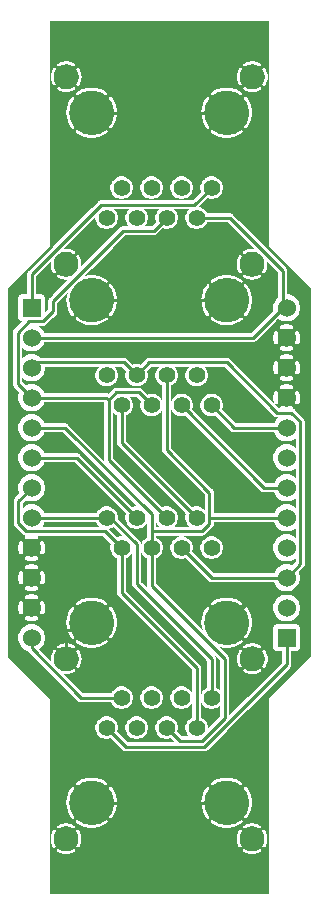
<source format=gbr>
G04 start of page 3 for group 1 idx 1 *
G04 Title: (unknown), bottom *
G04 Creator: pcb 1.99z *
G04 CreationDate: Sat Nov 14 22:16:55 2015 UTC *
G04 For: commonadmin *
G04 Format: Gerber/RS-274X *
G04 PCB-Dimensions (mil): 1075.00 2975.00 *
G04 PCB-Coordinate-Origin: lower left *
%MOIN*%
%FSLAX25Y25*%
%LNBOTTOM*%
%ADD30C,0.0380*%
%ADD29C,0.0630*%
%ADD28C,0.0354*%
%ADD27C,0.1280*%
%ADD26C,0.0600*%
%ADD25C,0.0827*%
%ADD24C,0.0551*%
%ADD23C,0.1476*%
%ADD22C,0.0100*%
%ADD21C,0.0001*%
G54D21*G36*
X82054Y37168D02*X82205Y36607D01*
X82318Y35969D01*
X82375Y35324D01*
Y34676D01*
X82318Y34031D01*
X82205Y33393D01*
X82054Y32832D01*
Y37168D01*
G37*
G36*
X87730Y71670D02*X89000Y72940D01*
Y4500D01*
X87730D01*
Y20149D01*
X87742Y20160D01*
X87788Y20223D01*
X88018Y20610D01*
X88209Y21018D01*
X88364Y21441D01*
X88481Y21875D01*
X88559Y22319D01*
X88598Y22767D01*
Y23217D01*
X88559Y23666D01*
X88481Y24109D01*
X88364Y24544D01*
X88209Y24966D01*
X88018Y25374D01*
X87792Y25763D01*
X87745Y25827D01*
X87730Y25841D01*
Y71670D01*
G37*
G36*
X82054Y65994D02*X87730Y71670D01*
Y25841D01*
X87687Y25882D01*
X87622Y25927D01*
X87551Y25962D01*
X87475Y25985D01*
X87396Y25996D01*
X87317Y25994D01*
X87239Y25980D01*
X87164Y25954D01*
X87094Y25917D01*
X87031Y25869D01*
X86976Y25812D01*
X86931Y25747D01*
X86896Y25675D01*
X86873Y25599D01*
X86862Y25521D01*
X86864Y25441D01*
X86878Y25363D01*
X86904Y25288D01*
X86942Y25219D01*
X87128Y24908D01*
X87281Y24580D01*
X87406Y24240D01*
X87500Y23891D01*
X87563Y23534D01*
X87594Y23173D01*
Y22811D01*
X87563Y22450D01*
X87500Y22094D01*
X87406Y21744D01*
X87281Y21404D01*
X87128Y21076D01*
X86946Y20763D01*
X86907Y20694D01*
X86882Y20620D01*
X86868Y20542D01*
X86866Y20464D01*
X86877Y20386D01*
X86900Y20310D01*
X86934Y20240D01*
X86979Y20175D01*
X87034Y20118D01*
X87096Y20071D01*
X87166Y20034D01*
X87240Y20008D01*
X87318Y19994D01*
X87396Y19992D01*
X87474Y20003D01*
X87550Y20026D01*
X87620Y20060D01*
X87685Y20105D01*
X87730Y20149D01*
Y4500D01*
X82054D01*
Y18055D01*
X82348Y17976D01*
X82791Y17898D01*
X83239Y17858D01*
X83690D01*
X84138Y17898D01*
X84581Y17976D01*
X85016Y18093D01*
X85439Y18248D01*
X85847Y18439D01*
X86236Y18665D01*
X86299Y18712D01*
X86354Y18769D01*
X86400Y18834D01*
X86434Y18906D01*
X86457Y18982D01*
X86468Y19060D01*
X86467Y19140D01*
X86453Y19218D01*
X86427Y19293D01*
X86389Y19362D01*
X86341Y19426D01*
X86284Y19481D01*
X86219Y19526D01*
X86148Y19561D01*
X86072Y19584D01*
X85993Y19595D01*
X85914Y19593D01*
X85836Y19579D01*
X85761Y19553D01*
X85692Y19514D01*
X85381Y19329D01*
X85053Y19176D01*
X84713Y19051D01*
X84363Y18957D01*
X84006Y18894D01*
X83646Y18862D01*
X83283D01*
X82923Y18894D01*
X82566Y18957D01*
X82216Y19051D01*
X82054Y19111D01*
Y26874D01*
X82216Y26933D01*
X82566Y27027D01*
X82923Y27090D01*
X83283Y27122D01*
X83646D01*
X84006Y27090D01*
X84363Y27027D01*
X84713Y26933D01*
X85053Y26809D01*
X85381Y26655D01*
X85694Y26473D01*
X85762Y26435D01*
X85837Y26409D01*
X85914Y26395D01*
X85993Y26394D01*
X86071Y26404D01*
X86146Y26427D01*
X86217Y26462D01*
X86282Y26507D01*
X86338Y26561D01*
X86386Y26624D01*
X86423Y26693D01*
X86449Y26768D01*
X86463Y26845D01*
X86464Y26924D01*
X86453Y27002D01*
X86431Y27077D01*
X86396Y27148D01*
X86351Y27212D01*
X86297Y27269D01*
X86233Y27315D01*
X85847Y27546D01*
X85439Y27737D01*
X85016Y27891D01*
X84581Y28008D01*
X84138Y28087D01*
X83690Y28126D01*
X83239D01*
X82791Y28087D01*
X82348Y28008D01*
X82054Y27929D01*
Y30458D01*
X82060Y30467D01*
X82431Y31104D01*
X82744Y31771D01*
X82997Y32462D01*
X83189Y33173D01*
X83317Y33898D01*
X83382Y34632D01*
Y35368D01*
X83317Y36102D01*
X83189Y36827D01*
X82997Y37538D01*
X82744Y38229D01*
X82431Y38896D01*
X82060Y39533D01*
X82054Y39542D01*
Y65994D01*
G37*
G36*
X79199Y63139D02*X82054Y65994D01*
Y39542D01*
X81636Y40134D01*
X81582Y40194D01*
X81520Y40244D01*
X81451Y40283D01*
X81376Y40312D01*
X81298Y40328D01*
X81218Y40332D01*
X81139Y40323D01*
X81062Y40302D01*
X80989Y40269D01*
X80922Y40226D01*
X80863Y40172D01*
X80813Y40110D01*
X80774Y40040D01*
X80745Y39966D01*
X80729Y39888D01*
X80725Y39808D01*
X80734Y39729D01*
X80755Y39652D01*
X80788Y39579D01*
X80833Y39513D01*
X81212Y38988D01*
X81538Y38428D01*
X81813Y37841D01*
X82036Y37233D01*
X82054Y37168D01*
Y32832D01*
X82036Y32767D01*
X81813Y32159D01*
X81538Y31572D01*
X81212Y31012D01*
X80838Y30483D01*
X80794Y30418D01*
X80762Y30346D01*
X80741Y30270D01*
X80732Y30192D01*
X80736Y30113D01*
X80752Y30036D01*
X80780Y29963D01*
X80819Y29894D01*
X80869Y29833D01*
X80927Y29780D01*
X80993Y29737D01*
X81064Y29705D01*
X81140Y29684D01*
X81219Y29675D01*
X81297Y29679D01*
X81374Y29695D01*
X81448Y29723D01*
X81516Y29762D01*
X81578Y29811D01*
X81629Y29871D01*
X82054Y30458D01*
Y27929D01*
X81913Y27891D01*
X81490Y27737D01*
X81083Y27546D01*
X80693Y27320D01*
X80630Y27272D01*
X80575Y27215D01*
X80529Y27150D01*
X80495Y27079D01*
X80472Y27003D01*
X80461Y26924D01*
X80462Y26845D01*
X80476Y26767D01*
X80502Y26692D01*
X80540Y26622D01*
X80588Y26559D01*
X80645Y26504D01*
X80710Y26458D01*
X80781Y26424D01*
X80857Y26401D01*
X80936Y26390D01*
X81015Y26391D01*
X81093Y26405D01*
X81168Y26431D01*
X81237Y26470D01*
X81548Y26655D01*
X81876Y26809D01*
X82054Y26874D01*
Y19111D01*
X81876Y19176D01*
X81548Y19329D01*
X81235Y19511D01*
X81167Y19549D01*
X81092Y19575D01*
X81015Y19589D01*
X80936Y19591D01*
X80858Y19580D01*
X80783Y19557D01*
X80712Y19523D01*
X80647Y19478D01*
X80591Y19423D01*
X80543Y19360D01*
X80506Y19291D01*
X80480Y19217D01*
X80466Y19139D01*
X80465Y19060D01*
X80476Y18982D01*
X80498Y18907D01*
X80533Y18836D01*
X80578Y18772D01*
X80632Y18715D01*
X80696Y18669D01*
X81083Y18439D01*
X81490Y18248D01*
X81913Y18093D01*
X82054Y18055D01*
Y4500D01*
X79199D01*
Y20143D01*
X79242Y20102D01*
X79307Y20057D01*
X79378Y20022D01*
X79454Y19999D01*
X79533Y19988D01*
X79612Y19990D01*
X79690Y20004D01*
X79765Y20030D01*
X79835Y20067D01*
X79898Y20115D01*
X79953Y20172D01*
X79998Y20238D01*
X80033Y20309D01*
X80056Y20385D01*
X80067Y20463D01*
X80065Y20543D01*
X80051Y20621D01*
X80025Y20696D01*
X79987Y20765D01*
X79802Y21076D01*
X79648Y21404D01*
X79524Y21744D01*
X79430Y22094D01*
X79366Y22450D01*
X79335Y22811D01*
Y23173D01*
X79366Y23534D01*
X79430Y23891D01*
X79524Y24240D01*
X79648Y24580D01*
X79802Y24908D01*
X79983Y25221D01*
X80022Y25290D01*
X80048Y25364D01*
X80061Y25442D01*
X80063Y25521D01*
X80052Y25599D01*
X80029Y25674D01*
X79995Y25745D01*
X79950Y25809D01*
X79896Y25866D01*
X79833Y25913D01*
X79763Y25951D01*
X79689Y25976D01*
X79612Y25990D01*
X79533Y25992D01*
X79455Y25981D01*
X79380Y25958D01*
X79309Y25924D01*
X79244Y25879D01*
X79199Y25835D01*
Y27746D01*
X79533Y27940D01*
X80134Y28364D01*
X80194Y28418D01*
X80244Y28480D01*
X80283Y28549D01*
X80312Y28624D01*
X80328Y28702D01*
X80332Y28782D01*
X80323Y28861D01*
X80302Y28938D01*
X80269Y29011D01*
X80226Y29078D01*
X80172Y29137D01*
X80110Y29187D01*
X80040Y29226D01*
X79966Y29255D01*
X79888Y29271D01*
X79808Y29275D01*
X79729Y29266D01*
X79652Y29245D01*
X79579Y29212D01*
X79513Y29167D01*
X79199Y28940D01*
Y41063D01*
X79517Y40838D01*
X79582Y40794D01*
X79654Y40762D01*
X79730Y40741D01*
X79808Y40732D01*
X79887Y40736D01*
X79964Y40752D01*
X80037Y40780D01*
X80106Y40819D01*
X80167Y40869D01*
X80220Y40927D01*
X80263Y40993D01*
X80295Y41064D01*
X80316Y41140D01*
X80325Y41219D01*
X80321Y41297D01*
X80305Y41374D01*
X80277Y41448D01*
X80238Y41516D01*
X80189Y41578D01*
X80129Y41629D01*
X79533Y42060D01*
X79199Y42254D01*
Y63139D01*
G37*
G36*
Y28940D02*X78988Y28788D01*
X78428Y28462D01*
X77841Y28187D01*
X77233Y27964D01*
X76607Y27795D01*
X75969Y27682D01*
X75324Y27625D01*
X75004D01*
Y42375D01*
X75324D01*
X75969Y42318D01*
X76607Y42205D01*
X77233Y42036D01*
X77841Y41813D01*
X78428Y41538D01*
X78988Y41212D01*
X79199Y41063D01*
Y28940D01*
G37*
G36*
Y4500D02*X75004D01*
Y26618D01*
X75368D01*
X76102Y26683D01*
X76827Y26811D01*
X77538Y27003D01*
X78229Y27256D01*
X78896Y27569D01*
X79199Y27746D01*
Y25835D01*
X79187Y25824D01*
X79141Y25761D01*
X78911Y25374D01*
X78720Y24966D01*
X78566Y24544D01*
X78449Y24109D01*
X78370Y23666D01*
X78331Y23217D01*
Y22767D01*
X78370Y22319D01*
X78449Y21875D01*
X78566Y21441D01*
X78720Y21018D01*
X78911Y20610D01*
X79137Y20221D01*
X79184Y20157D01*
X79199Y20143D01*
Y4500D01*
G37*
G36*
X75004Y58944D02*X79199Y63139D01*
Y42254D01*
X78896Y42431D01*
X78229Y42744D01*
X77538Y42997D01*
X76827Y43189D01*
X76102Y43317D01*
X75368Y43382D01*
X75004D01*
Y58944D01*
G37*
G36*
X67946Y52189D02*X68048Y52214D01*
X68266Y52304D01*
X68467Y52427D01*
X68647Y52581D01*
X68685Y52625D01*
X75004Y58944D01*
Y43382D01*
X74632D01*
X73898Y43317D01*
X73173Y43189D01*
X72462Y42997D01*
X71771Y42744D01*
X71104Y42431D01*
X70467Y42060D01*
X69866Y41636D01*
X69806Y41582D01*
X69756Y41520D01*
X69717Y41451D01*
X69688Y41376D01*
X69672Y41298D01*
X69668Y41218D01*
X69677Y41139D01*
X69698Y41062D01*
X69731Y40989D01*
X69774Y40922D01*
X69828Y40863D01*
X69890Y40813D01*
X69960Y40774D01*
X70034Y40745D01*
X70112Y40729D01*
X70192Y40725D01*
X70271Y40734D01*
X70348Y40755D01*
X70421Y40788D01*
X70487Y40833D01*
X71012Y41212D01*
X71572Y41538D01*
X72159Y41813D01*
X72767Y42036D01*
X73393Y42205D01*
X74031Y42318D01*
X74676Y42375D01*
X75004D01*
Y27625D01*
X74676D01*
X74031Y27682D01*
X73393Y27795D01*
X72767Y27964D01*
X72159Y28187D01*
X71572Y28462D01*
X71012Y28788D01*
X70483Y29162D01*
X70418Y29206D01*
X70346Y29238D01*
X70270Y29259D01*
X70192Y29268D01*
X70113Y29264D01*
X70036Y29248D01*
X69963Y29220D01*
X69894Y29181D01*
X69833Y29131D01*
X69780Y29073D01*
X69737Y29007D01*
X69705Y28936D01*
X69684Y28860D01*
X69675Y28781D01*
X69679Y28703D01*
X69695Y28626D01*
X69723Y28552D01*
X69762Y28484D01*
X69811Y28422D01*
X69871Y28371D01*
X70467Y27940D01*
X71104Y27569D01*
X71771Y27256D01*
X72462Y27003D01*
X73173Y26811D01*
X73898Y26683D01*
X74632Y26618D01*
X75004D01*
Y4500D01*
X67946D01*
Y30458D01*
X68364Y29866D01*
X68418Y29806D01*
X68480Y29756D01*
X68549Y29717D01*
X68624Y29688D01*
X68702Y29672D01*
X68782Y29668D01*
X68861Y29677D01*
X68938Y29698D01*
X69011Y29731D01*
X69078Y29774D01*
X69137Y29828D01*
X69187Y29890D01*
X69226Y29960D01*
X69255Y30034D01*
X69271Y30112D01*
X69275Y30192D01*
X69266Y30271D01*
X69245Y30348D01*
X69212Y30421D01*
X69167Y30487D01*
X68788Y31012D01*
X68462Y31572D01*
X68187Y32159D01*
X67964Y32767D01*
X67946Y32832D01*
Y37168D01*
X67964Y37233D01*
X68187Y37841D01*
X68462Y38428D01*
X68788Y38988D01*
X69162Y39517D01*
X69206Y39582D01*
X69238Y39654D01*
X69259Y39730D01*
X69268Y39808D01*
X69264Y39887D01*
X69248Y39964D01*
X69220Y40037D01*
X69181Y40106D01*
X69131Y40167D01*
X69073Y40220D01*
X69007Y40263D01*
X68936Y40295D01*
X68860Y40316D01*
X68781Y40325D01*
X68703Y40321D01*
X68626Y40305D01*
X68552Y40277D01*
X68484Y40238D01*
X68422Y40189D01*
X68371Y40129D01*
X67946Y39542D01*
Y52189D01*
G37*
G36*
Y32832D02*X67795Y33393D01*
X67682Y34031D01*
X67625Y34676D01*
Y35324D01*
X67682Y35969D01*
X67795Y36607D01*
X67946Y37168D01*
Y32832D01*
G37*
G36*
X49994Y52144D02*X67524D01*
X67583Y52140D01*
X67818Y52158D01*
X67818Y52158D01*
X67946Y52189D01*
Y39542D01*
X67940Y39533D01*
X67569Y38896D01*
X67256Y38229D01*
X67003Y37538D01*
X66811Y36827D01*
X66683Y36102D01*
X66618Y35368D01*
Y34632D01*
X66683Y33898D01*
X66811Y33173D01*
X67003Y32462D01*
X67256Y31771D01*
X67569Y31104D01*
X67940Y30467D01*
X67946Y30458D01*
Y4500D01*
X49994D01*
Y52144D01*
G37*
G36*
X62560Y57145D02*X59976D01*
X58496Y58625D01*
X58583Y58836D01*
X58721Y59411D01*
X58756Y60000D01*
X58721Y60589D01*
X58583Y61164D01*
X58357Y61710D01*
X58048Y62214D01*
X57664Y62664D01*
X57214Y63048D01*
X56710Y63357D01*
X56164Y63583D01*
X55589Y63721D01*
X55000Y63767D01*
X54411Y63721D01*
X53836Y63583D01*
X53290Y63357D01*
X52786Y63048D01*
X52336Y62664D01*
X51952Y62214D01*
X51643Y61710D01*
X51417Y61164D01*
X51279Y60589D01*
X51233Y60000D01*
X51279Y59411D01*
X51417Y58836D01*
X51643Y58290D01*
X51952Y57786D01*
X52336Y57336D01*
X52786Y56952D01*
X53290Y56643D01*
X53836Y56417D01*
X54411Y56279D01*
X55000Y56233D01*
X55589Y56279D01*
X56164Y56417D01*
X56375Y56504D01*
X57734Y55144D01*
X49994D01*
Y66233D01*
X50000Y66233D01*
X50589Y66279D01*
X51164Y66417D01*
X51710Y66643D01*
X52214Y66952D01*
X52664Y67336D01*
X53048Y67786D01*
X53357Y68290D01*
X53583Y68836D01*
X53721Y69411D01*
X53756Y70000D01*
X53721Y70589D01*
X53583Y71164D01*
X53357Y71710D01*
X53048Y72214D01*
X52664Y72664D01*
X52214Y73048D01*
X51710Y73357D01*
X51164Y73583D01*
X50589Y73721D01*
X50000Y73767D01*
X49994Y73767D01*
Y92746D01*
X63500Y79240D01*
Y71365D01*
X63357Y71710D01*
X63048Y72214D01*
X62664Y72664D01*
X62214Y73048D01*
X61710Y73357D01*
X61164Y73583D01*
X60589Y73721D01*
X60000Y73767D01*
X59411Y73721D01*
X58836Y73583D01*
X58290Y73357D01*
X57786Y73048D01*
X57336Y72664D01*
X56952Y72214D01*
X56643Y71710D01*
X56417Y71164D01*
X56279Y70589D01*
X56233Y70000D01*
X56279Y69411D01*
X56417Y68836D01*
X56643Y68290D01*
X56952Y67786D01*
X57336Y67336D01*
X57786Y66952D01*
X58290Y66643D01*
X58836Y66417D01*
X59411Y66279D01*
X60000Y66233D01*
X60589Y66279D01*
X61164Y66417D01*
X61710Y66643D01*
X62214Y66952D01*
X62664Y67336D01*
X63048Y67786D01*
X63357Y68290D01*
X63500Y68635D01*
Y63444D01*
X63290Y63357D01*
X62786Y63048D01*
X62336Y62664D01*
X61952Y62214D01*
X61643Y61710D01*
X61417Y61164D01*
X61279Y60589D01*
X61233Y60000D01*
X61279Y59411D01*
X61417Y58836D01*
X61643Y58290D01*
X61952Y57786D01*
X62336Y57336D01*
X62560Y57145D01*
G37*
G36*
X37054Y37168D02*X37205Y36607D01*
X37318Y35969D01*
X37375Y35324D01*
Y34676D01*
X37318Y34031D01*
X37205Y33393D01*
X37054Y32832D01*
Y37168D01*
G37*
G36*
Y97168D02*X37205Y96607D01*
X37318Y95969D01*
X37375Y95324D01*
Y94676D01*
X37318Y94031D01*
X37205Y93393D01*
X37054Y92832D01*
Y97168D01*
G37*
G36*
Y55825D02*X40253Y52625D01*
X40292Y52581D01*
X40471Y52427D01*
X40672Y52304D01*
X40891Y52214D01*
X41120Y52158D01*
X41356Y52140D01*
X41414Y52144D01*
X49994D01*
Y4500D01*
X37054D01*
Y30458D01*
X37060Y30467D01*
X37431Y31104D01*
X37744Y31771D01*
X37997Y32462D01*
X38189Y33173D01*
X38317Y33898D01*
X38382Y34632D01*
Y35368D01*
X38317Y36102D01*
X38189Y36827D01*
X37997Y37538D01*
X37744Y38229D01*
X37431Y38896D01*
X37060Y39533D01*
X37054Y39542D01*
Y55825D01*
G37*
G36*
X49994Y55144D02*X44994D01*
Y56233D01*
X45000Y56233D01*
X45589Y56279D01*
X46164Y56417D01*
X46710Y56643D01*
X47214Y56952D01*
X47664Y57336D01*
X48048Y57786D01*
X48357Y58290D01*
X48583Y58836D01*
X48721Y59411D01*
X48756Y60000D01*
X48721Y60589D01*
X48583Y61164D01*
X48357Y61710D01*
X48048Y62214D01*
X47664Y62664D01*
X47214Y63048D01*
X46710Y63357D01*
X46164Y63583D01*
X45589Y63721D01*
X45000Y63767D01*
X44994Y63767D01*
Y97746D01*
X49994Y92746D01*
Y73767D01*
X49411Y73721D01*
X48836Y73583D01*
X48290Y73357D01*
X47786Y73048D01*
X47336Y72664D01*
X46952Y72214D01*
X46643Y71710D01*
X46417Y71164D01*
X46279Y70589D01*
X46233Y70000D01*
X46279Y69411D01*
X46417Y68836D01*
X46643Y68290D01*
X46952Y67786D01*
X47336Y67336D01*
X47786Y66952D01*
X48290Y66643D01*
X48836Y66417D01*
X49411Y66279D01*
X49994Y66233D01*
Y55144D01*
G37*
G36*
X44994D02*X41977D01*
X38496Y58625D01*
X38583Y58836D01*
X38721Y59411D01*
X38756Y60000D01*
X38721Y60589D01*
X38583Y61164D01*
X38357Y61710D01*
X38048Y62214D01*
X37664Y62664D01*
X37214Y63048D01*
X37054Y63147D01*
Y67667D01*
X37336Y67336D01*
X37786Y66952D01*
X38290Y66643D01*
X38836Y66417D01*
X39411Y66279D01*
X40000Y66233D01*
X40589Y66279D01*
X41164Y66417D01*
X41710Y66643D01*
X42214Y66952D01*
X42664Y67336D01*
X43048Y67786D01*
X43357Y68290D01*
X43583Y68836D01*
X43721Y69411D01*
X43756Y70000D01*
X43721Y70589D01*
X43583Y71164D01*
X43357Y71710D01*
X43048Y72214D01*
X42664Y72664D01*
X42214Y73048D01*
X41710Y73357D01*
X41164Y73583D01*
X40589Y73721D01*
X40000Y73767D01*
X39411Y73721D01*
X38836Y73583D01*
X38290Y73357D01*
X37786Y73048D01*
X37336Y72664D01*
X37054Y72333D01*
Y90458D01*
X37060Y90467D01*
X37431Y91104D01*
X37744Y91771D01*
X37997Y92462D01*
X38189Y93173D01*
X38317Y93898D01*
X38382Y94632D01*
Y95368D01*
X38317Y96102D01*
X38189Y96827D01*
X37997Y97538D01*
X37744Y98229D01*
X37431Y98896D01*
X37060Y99533D01*
X37054Y99542D01*
Y117667D01*
X37336Y117336D01*
X37786Y116952D01*
X38290Y116643D01*
X38500Y116556D01*
Y104920D01*
X38495Y104861D01*
X38514Y104626D01*
X38569Y104396D01*
X38659Y104178D01*
X38783Y103977D01*
X38783Y103977D01*
X38936Y103797D01*
X38981Y103759D01*
X44994Y97746D01*
Y63767D01*
X44411Y63721D01*
X43836Y63583D01*
X43290Y63357D01*
X42786Y63048D01*
X42336Y62664D01*
X41952Y62214D01*
X41643Y61710D01*
X41417Y61164D01*
X41279Y60589D01*
X41233Y60000D01*
X41279Y59411D01*
X41417Y58836D01*
X41643Y58290D01*
X41952Y57786D01*
X42336Y57336D01*
X42786Y56952D01*
X43290Y56643D01*
X43836Y56417D01*
X44411Y56279D01*
X44994Y56233D01*
Y55144D01*
G37*
G36*
X37054Y72333D02*X36952Y72214D01*
X36643Y71710D01*
X36556Y71500D01*
X30004D01*
Y86618D01*
X30368D01*
X31102Y86683D01*
X31827Y86811D01*
X32538Y87003D01*
X33229Y87256D01*
X33896Y87569D01*
X34533Y87940D01*
X35134Y88364D01*
X35194Y88418D01*
X35244Y88480D01*
X35283Y88549D01*
X35312Y88624D01*
X35328Y88702D01*
X35332Y88782D01*
X35323Y88861D01*
X35302Y88938D01*
X35269Y89011D01*
X35226Y89078D01*
X35172Y89137D01*
X35110Y89187D01*
X35040Y89226D01*
X34966Y89255D01*
X34888Y89271D01*
X34808Y89275D01*
X34729Y89266D01*
X34652Y89245D01*
X34579Y89212D01*
X34513Y89167D01*
X33988Y88788D01*
X33428Y88462D01*
X32841Y88187D01*
X32233Y87964D01*
X31607Y87795D01*
X30969Y87682D01*
X30324Y87625D01*
X30004D01*
Y102375D01*
X30324D01*
X30969Y102318D01*
X31607Y102205D01*
X32233Y102036D01*
X32841Y101813D01*
X33428Y101538D01*
X33988Y101212D01*
X34517Y100838D01*
X34582Y100794D01*
X34654Y100762D01*
X34730Y100741D01*
X34808Y100732D01*
X34887Y100736D01*
X34964Y100752D01*
X35037Y100780D01*
X35106Y100819D01*
X35167Y100869D01*
X35220Y100927D01*
X35263Y100993D01*
X35295Y101064D01*
X35316Y101140D01*
X35325Y101219D01*
X35321Y101297D01*
X35305Y101374D01*
X35277Y101448D01*
X35238Y101516D01*
X35189Y101578D01*
X35129Y101629D01*
X34533Y102060D01*
X33896Y102431D01*
X33229Y102744D01*
X32538Y102997D01*
X31827Y103189D01*
X31102Y103317D01*
X30368Y103382D01*
X30004D01*
Y123999D01*
X33879D01*
X36504Y121375D01*
X36417Y121164D01*
X36279Y120589D01*
X36233Y120000D01*
X36279Y119411D01*
X36417Y118836D01*
X36643Y118290D01*
X36952Y117786D01*
X37054Y117667D01*
Y99542D01*
X36636Y100134D01*
X36582Y100194D01*
X36520Y100244D01*
X36451Y100283D01*
X36376Y100312D01*
X36298Y100328D01*
X36218Y100332D01*
X36139Y100323D01*
X36062Y100302D01*
X35989Y100269D01*
X35922Y100226D01*
X35863Y100172D01*
X35813Y100110D01*
X35774Y100040D01*
X35745Y99966D01*
X35729Y99888D01*
X35725Y99808D01*
X35734Y99729D01*
X35755Y99652D01*
X35788Y99579D01*
X35833Y99513D01*
X36212Y98988D01*
X36538Y98428D01*
X36813Y97841D01*
X37036Y97233D01*
X37054Y97168D01*
Y92832D01*
X37036Y92767D01*
X36813Y92159D01*
X36538Y91572D01*
X36212Y91012D01*
X35838Y90483D01*
X35794Y90418D01*
X35762Y90346D01*
X35741Y90270D01*
X35732Y90192D01*
X35736Y90113D01*
X35752Y90036D01*
X35780Y89963D01*
X35819Y89894D01*
X35869Y89833D01*
X35927Y89780D01*
X35993Y89737D01*
X36064Y89705D01*
X36140Y89684D01*
X36219Y89675D01*
X36297Y89679D01*
X36374Y89695D01*
X36448Y89723D01*
X36516Y89762D01*
X36578Y89811D01*
X36629Y89871D01*
X37054Y90458D01*
Y72333D01*
G37*
G36*
Y63147D02*X36710Y63357D01*
X36164Y63583D01*
X35589Y63721D01*
X35000Y63767D01*
X34411Y63721D01*
X33836Y63583D01*
X33290Y63357D01*
X32786Y63048D01*
X32336Y62664D01*
X31952Y62214D01*
X31643Y61710D01*
X31417Y61164D01*
X31279Y60589D01*
X31233Y60000D01*
X31279Y59411D01*
X31417Y58836D01*
X31643Y58290D01*
X31952Y57786D01*
X32336Y57336D01*
X32786Y56952D01*
X33290Y56643D01*
X33836Y56417D01*
X34411Y56279D01*
X35000Y56233D01*
X35589Y56279D01*
X36164Y56417D01*
X36375Y56504D01*
X37054Y55825D01*
Y39542D01*
X36636Y40134D01*
X36582Y40194D01*
X36520Y40244D01*
X36451Y40283D01*
X36376Y40312D01*
X36298Y40328D01*
X36218Y40332D01*
X36139Y40323D01*
X36062Y40302D01*
X35989Y40269D01*
X35922Y40226D01*
X35863Y40172D01*
X35813Y40110D01*
X35774Y40040D01*
X35745Y39966D01*
X35729Y39888D01*
X35725Y39808D01*
X35734Y39729D01*
X35755Y39652D01*
X35788Y39579D01*
X35833Y39513D01*
X36212Y38988D01*
X36538Y38428D01*
X36813Y37841D01*
X37036Y37233D01*
X37054Y37168D01*
Y32832D01*
X37036Y32767D01*
X36813Y32159D01*
X36538Y31572D01*
X36212Y31012D01*
X35838Y30483D01*
X35794Y30418D01*
X35762Y30346D01*
X35741Y30270D01*
X35732Y30192D01*
X35736Y30113D01*
X35752Y30036D01*
X35780Y29963D01*
X35819Y29894D01*
X35869Y29833D01*
X35927Y29780D01*
X35993Y29737D01*
X36064Y29705D01*
X36140Y29684D01*
X36219Y29675D01*
X36297Y29679D01*
X36374Y29695D01*
X36448Y29723D01*
X36516Y29762D01*
X36578Y29811D01*
X36629Y29871D01*
X37054Y30458D01*
Y4500D01*
X30004D01*
Y26618D01*
X30368D01*
X31102Y26683D01*
X31827Y26811D01*
X32538Y27003D01*
X33229Y27256D01*
X33896Y27569D01*
X34533Y27940D01*
X35134Y28364D01*
X35194Y28418D01*
X35244Y28480D01*
X35283Y28549D01*
X35312Y28624D01*
X35328Y28702D01*
X35332Y28782D01*
X35323Y28861D01*
X35302Y28938D01*
X35269Y29011D01*
X35226Y29078D01*
X35172Y29137D01*
X35110Y29187D01*
X35040Y29226D01*
X34966Y29255D01*
X34888Y29271D01*
X34808Y29275D01*
X34729Y29266D01*
X34652Y29245D01*
X34579Y29212D01*
X34513Y29167D01*
X33988Y28788D01*
X33428Y28462D01*
X32841Y28187D01*
X32233Y27964D01*
X31607Y27795D01*
X30969Y27682D01*
X30324Y27625D01*
X30004D01*
Y42375D01*
X30324D01*
X30969Y42318D01*
X31607Y42205D01*
X32233Y42036D01*
X32841Y41813D01*
X33428Y41538D01*
X33988Y41212D01*
X34517Y40838D01*
X34582Y40794D01*
X34654Y40762D01*
X34730Y40741D01*
X34808Y40732D01*
X34887Y40736D01*
X34964Y40752D01*
X35037Y40780D01*
X35106Y40819D01*
X35167Y40869D01*
X35220Y40927D01*
X35263Y40993D01*
X35295Y41064D01*
X35316Y41140D01*
X35325Y41219D01*
X35321Y41297D01*
X35305Y41374D01*
X35277Y41448D01*
X35238Y41516D01*
X35189Y41578D01*
X35129Y41629D01*
X34533Y42060D01*
X33896Y42431D01*
X33229Y42744D01*
X32538Y42997D01*
X31827Y43189D01*
X31102Y43317D01*
X30368Y43382D01*
X30004D01*
Y68500D01*
X36556D01*
X36643Y68290D01*
X36952Y67786D01*
X37054Y67667D01*
Y63147D01*
G37*
G36*
X25801Y101060D02*X26012Y101212D01*
X26572Y101538D01*
X27159Y101813D01*
X27767Y102036D01*
X28393Y102205D01*
X29031Y102318D01*
X29676Y102375D01*
X30004D01*
Y87625D01*
X29676D01*
X29031Y87682D01*
X28393Y87795D01*
X27767Y87964D01*
X27159Y88187D01*
X26572Y88462D01*
X26012Y88788D01*
X25801Y88937D01*
Y101060D01*
G37*
G36*
Y123999D02*X30004D01*
Y103382D01*
X29632D01*
X28898Y103317D01*
X28173Y103189D01*
X27462Y102997D01*
X26771Y102744D01*
X26104Y102431D01*
X25801Y102254D01*
Y123999D01*
G37*
G36*
X30004Y71500D02*X27087D01*
X25801Y72786D01*
Y80149D01*
X25813Y80160D01*
X25859Y80223D01*
X26089Y80610D01*
X26280Y81018D01*
X26434Y81441D01*
X26551Y81875D01*
X26630Y82319D01*
X26669Y82767D01*
Y83217D01*
X26630Y83666D01*
X26551Y84109D01*
X26434Y84544D01*
X26280Y84966D01*
X26089Y85374D01*
X25863Y85763D01*
X25816Y85827D01*
X25801Y85841D01*
Y87746D01*
X26104Y87569D01*
X26771Y87256D01*
X27462Y87003D01*
X28173Y86811D01*
X28898Y86683D01*
X29632Y86618D01*
X30004D01*
Y71500D01*
G37*
G36*
X25801Y72786D02*X22946Y75641D01*
Y78055D01*
X23087Y78093D01*
X23510Y78248D01*
X23917Y78439D01*
X24307Y78665D01*
X24370Y78712D01*
X24425Y78769D01*
X24471Y78834D01*
X24505Y78906D01*
X24528Y78982D01*
X24539Y79060D01*
X24538Y79140D01*
X24524Y79218D01*
X24498Y79293D01*
X24460Y79362D01*
X24412Y79426D01*
X24355Y79481D01*
X24290Y79526D01*
X24219Y79561D01*
X24143Y79584D01*
X24064Y79595D01*
X23985Y79593D01*
X23907Y79579D01*
X23832Y79553D01*
X23763Y79514D01*
X23452Y79329D01*
X23124Y79176D01*
X22946Y79111D01*
Y86874D01*
X23124Y86809D01*
X23452Y86655D01*
X23765Y86473D01*
X23833Y86435D01*
X23908Y86409D01*
X23985Y86395D01*
X24064Y86394D01*
X24142Y86404D01*
X24217Y86427D01*
X24288Y86462D01*
X24353Y86507D01*
X24409Y86561D01*
X24457Y86624D01*
X24494Y86693D01*
X24520Y86768D01*
X24534Y86845D01*
X24535Y86924D01*
X24524Y87002D01*
X24502Y87077D01*
X24467Y87148D01*
X24422Y87212D01*
X24368Y87269D01*
X24304Y87315D01*
X23917Y87546D01*
X23510Y87737D01*
X23087Y87891D01*
X22946Y87929D01*
Y90458D01*
X23364Y89866D01*
X23418Y89806D01*
X23480Y89756D01*
X23549Y89717D01*
X23624Y89688D01*
X23702Y89672D01*
X23782Y89668D01*
X23861Y89677D01*
X23938Y89698D01*
X24011Y89731D01*
X24078Y89774D01*
X24137Y89828D01*
X24187Y89890D01*
X24226Y89960D01*
X24255Y90034D01*
X24271Y90112D01*
X24275Y90192D01*
X24266Y90271D01*
X24245Y90348D01*
X24212Y90421D01*
X24167Y90487D01*
X23788Y91012D01*
X23462Y91572D01*
X23187Y92159D01*
X22964Y92767D01*
X22946Y92832D01*
Y97168D01*
X22964Y97233D01*
X23187Y97841D01*
X23462Y98428D01*
X23788Y98988D01*
X24162Y99517D01*
X24206Y99582D01*
X24238Y99654D01*
X24259Y99730D01*
X24268Y99808D01*
X24264Y99887D01*
X24248Y99964D01*
X24220Y100037D01*
X24181Y100106D01*
X24131Y100167D01*
X24073Y100220D01*
X24007Y100263D01*
X23936Y100295D01*
X23860Y100316D01*
X23781Y100325D01*
X23703Y100321D01*
X23626Y100305D01*
X23552Y100277D01*
X23484Y100238D01*
X23422Y100189D01*
X23371Y100129D01*
X22946Y99542D01*
Y123999D01*
X25801D01*
Y102254D01*
X25467Y102060D01*
X24866Y101636D01*
X24806Y101582D01*
X24756Y101520D01*
X24717Y101451D01*
X24688Y101376D01*
X24672Y101298D01*
X24668Y101218D01*
X24677Y101139D01*
X24698Y101062D01*
X24731Y100989D01*
X24774Y100922D01*
X24828Y100863D01*
X24890Y100813D01*
X24960Y100774D01*
X25034Y100745D01*
X25112Y100729D01*
X25192Y100725D01*
X25271Y100734D01*
X25348Y100755D01*
X25421Y100788D01*
X25487Y100833D01*
X25801Y101060D01*
Y88937D01*
X25483Y89162D01*
X25418Y89206D01*
X25346Y89238D01*
X25270Y89259D01*
X25192Y89268D01*
X25113Y89264D01*
X25036Y89248D01*
X24963Y89220D01*
X24894Y89181D01*
X24833Y89131D01*
X24780Y89073D01*
X24737Y89007D01*
X24705Y88936D01*
X24684Y88860D01*
X24675Y88781D01*
X24679Y88703D01*
X24695Y88626D01*
X24723Y88552D01*
X24762Y88484D01*
X24811Y88422D01*
X24871Y88371D01*
X25467Y87940D01*
X25801Y87746D01*
Y85841D01*
X25758Y85882D01*
X25693Y85927D01*
X25622Y85962D01*
X25546Y85985D01*
X25467Y85996D01*
X25388Y85994D01*
X25310Y85980D01*
X25235Y85954D01*
X25165Y85917D01*
X25102Y85869D01*
X25047Y85812D01*
X25002Y85747D01*
X24967Y85675D01*
X24944Y85599D01*
X24933Y85521D01*
X24935Y85441D01*
X24949Y85363D01*
X24975Y85288D01*
X25013Y85219D01*
X25198Y84908D01*
X25352Y84580D01*
X25476Y84240D01*
X25570Y83891D01*
X25634Y83534D01*
X25665Y83173D01*
Y82811D01*
X25634Y82450D01*
X25570Y82094D01*
X25476Y81744D01*
X25352Y81404D01*
X25198Y81076D01*
X25017Y80763D01*
X24978Y80694D01*
X24952Y80620D01*
X24939Y80542D01*
X24937Y80464D01*
X24948Y80386D01*
X24971Y80310D01*
X25005Y80240D01*
X25050Y80175D01*
X25104Y80118D01*
X25167Y80071D01*
X25237Y80034D01*
X25311Y80008D01*
X25388Y79994D01*
X25467Y79992D01*
X25545Y80003D01*
X25620Y80026D01*
X25691Y80060D01*
X25756Y80105D01*
X25801Y80149D01*
Y72786D01*
G37*
G36*
X22946Y92832D02*X22795Y93393D01*
X22682Y94031D01*
X22625Y94676D01*
Y95324D01*
X22682Y95969D01*
X22795Y96607D01*
X22946Y97168D01*
Y92832D01*
G37*
G36*
Y79111D02*X22784Y79051D01*
X22434Y78957D01*
X22077Y78894D01*
X21716Y78862D01*
X21354D01*
X20994Y78894D01*
X20637Y78957D01*
X20287Y79051D01*
X19947Y79176D01*
X19619Y79329D01*
X19306Y79511D01*
X19238Y79549D01*
X19163Y79575D01*
X19086Y79589D01*
X19007Y79591D01*
X18998Y79589D01*
X18136Y80451D01*
X18138Y80463D01*
X18136Y80543D01*
X18122Y80621D01*
X18096Y80696D01*
X18058Y80765D01*
X17872Y81076D01*
X17719Y81404D01*
X17594Y81744D01*
X17500Y82094D01*
X17437Y82450D01*
X17406Y82811D01*
Y83173D01*
X17437Y83534D01*
X17500Y83891D01*
X17594Y84240D01*
X17719Y84580D01*
X17872Y84908D01*
X18054Y85221D01*
X18093Y85290D01*
X18118Y85364D01*
X18132Y85442D01*
X18134Y85521D01*
X18123Y85599D01*
X18100Y85674D01*
X18066Y85745D01*
X18021Y85809D01*
X17966Y85866D01*
X17904Y85913D01*
X17834Y85951D01*
X17760Y85976D01*
X17682Y85990D01*
X17604Y85992D01*
X17526Y85981D01*
X17450Y85958D01*
X17380Y85924D01*
X17315Y85879D01*
X17258Y85824D01*
X17212Y85761D01*
X16982Y85374D01*
X16791Y84966D01*
X16636Y84544D01*
X16519Y84109D01*
X16441Y83666D01*
X16402Y83217D01*
Y82767D01*
X16441Y82319D01*
X16478Y82109D01*
X16000Y82587D01*
Y123999D01*
X22946D01*
Y99542D01*
X22940Y99533D01*
X22569Y98896D01*
X22256Y98229D01*
X22003Y97538D01*
X21811Y96827D01*
X21683Y96102D01*
X21618Y95368D01*
Y94632D01*
X21683Y93898D01*
X21811Y93173D01*
X22003Y92462D01*
X22256Y91771D01*
X22569Y91104D01*
X22940Y90467D01*
X22946Y90458D01*
Y87929D01*
X22652Y88008D01*
X22209Y88087D01*
X21761Y88126D01*
X21310D01*
X20862Y88087D01*
X20419Y88008D01*
X19984Y87891D01*
X19561Y87737D01*
X19153Y87546D01*
X18764Y87320D01*
X18701Y87272D01*
X18646Y87215D01*
X18600Y87150D01*
X18566Y87079D01*
X18543Y87003D01*
X18532Y86924D01*
X18533Y86845D01*
X18547Y86767D01*
X18573Y86692D01*
X18611Y86622D01*
X18659Y86559D01*
X18716Y86504D01*
X18781Y86458D01*
X18852Y86424D01*
X18928Y86401D01*
X19007Y86390D01*
X19086Y86391D01*
X19164Y86405D01*
X19239Y86431D01*
X19308Y86470D01*
X19619Y86655D01*
X19947Y86809D01*
X20287Y86933D01*
X20637Y87027D01*
X20994Y87090D01*
X21354Y87122D01*
X21716D01*
X22077Y87090D01*
X22434Y87027D01*
X22784Y86933D01*
X22946Y86874D01*
Y79111D01*
G37*
G36*
Y75641D02*X20652Y77935D01*
X20862Y77898D01*
X21310Y77858D01*
X21761D01*
X22209Y77898D01*
X22652Y77976D01*
X22946Y78055D01*
Y75641D01*
G37*
G36*
X25722Y41003D02*X26012Y41212D01*
X26572Y41538D01*
X27159Y41813D01*
X27767Y42036D01*
X28393Y42205D01*
X29031Y42318D01*
X29676Y42375D01*
X30004D01*
Y27625D01*
X29676D01*
X29031Y27682D01*
X28393Y27795D01*
X27767Y27964D01*
X27159Y28187D01*
X26572Y28462D01*
X26012Y28788D01*
X25722Y28992D01*
Y41003D01*
G37*
G36*
Y68696D02*X25783Y68659D01*
X26001Y68569D01*
X26230Y68514D01*
X26466Y68495D01*
X26525Y68500D01*
X30004D01*
Y43382D01*
X29632D01*
X28898Y43317D01*
X28173Y43189D01*
X27462Y42997D01*
X26771Y42744D01*
X26104Y42431D01*
X25722Y42209D01*
Y68696D01*
G37*
G36*
X30004Y4500D02*X25722D01*
Y20149D01*
X25734Y20160D01*
X25780Y20223D01*
X26010Y20610D01*
X26201Y21018D01*
X26356Y21441D01*
X26473Y21875D01*
X26551Y22319D01*
X26591Y22767D01*
Y23217D01*
X26551Y23666D01*
X26473Y24109D01*
X26356Y24544D01*
X26201Y24966D01*
X26010Y25374D01*
X25784Y25763D01*
X25737Y25827D01*
X25722Y25841D01*
Y27791D01*
X26104Y27569D01*
X26771Y27256D01*
X27462Y27003D01*
X28173Y26811D01*
X28898Y26683D01*
X29632Y26618D01*
X30004D01*
Y4500D01*
G37*
G36*
X25722D02*X22946D01*
Y18077D01*
X23008Y18093D01*
X23431Y18248D01*
X23839Y18439D01*
X24228Y18665D01*
X24292Y18712D01*
X24347Y18769D01*
X24392Y18834D01*
X24426Y18906D01*
X24449Y18982D01*
X24460Y19060D01*
X24459Y19140D01*
X24445Y19218D01*
X24419Y19293D01*
X24381Y19362D01*
X24334Y19426D01*
X24276Y19481D01*
X24211Y19526D01*
X24140Y19561D01*
X24064Y19584D01*
X23985Y19595D01*
X23906Y19593D01*
X23828Y19579D01*
X23753Y19553D01*
X23684Y19514D01*
X23373Y19329D01*
X23045Y19176D01*
X22946Y19140D01*
Y26845D01*
X23045Y26809D01*
X23373Y26655D01*
X23686Y26473D01*
X23755Y26435D01*
X23829Y26409D01*
X23906Y26395D01*
X23985Y26394D01*
X24063Y26404D01*
X24138Y26427D01*
X24209Y26462D01*
X24274Y26507D01*
X24331Y26561D01*
X24378Y26624D01*
X24415Y26693D01*
X24441Y26768D01*
X24455Y26845D01*
X24456Y26924D01*
X24446Y27002D01*
X24423Y27077D01*
X24388Y27148D01*
X24343Y27212D01*
X24289Y27269D01*
X24225Y27315D01*
X23839Y27546D01*
X23431Y27737D01*
X23008Y27891D01*
X22946Y27908D01*
Y30458D01*
X23364Y29866D01*
X23418Y29806D01*
X23480Y29756D01*
X23549Y29717D01*
X23624Y29688D01*
X23702Y29672D01*
X23782Y29668D01*
X23861Y29677D01*
X23938Y29698D01*
X24011Y29731D01*
X24078Y29774D01*
X24137Y29828D01*
X24187Y29890D01*
X24226Y29960D01*
X24255Y30034D01*
X24271Y30112D01*
X24275Y30192D01*
X24266Y30271D01*
X24245Y30348D01*
X24212Y30421D01*
X24167Y30487D01*
X23788Y31012D01*
X23462Y31572D01*
X23187Y32159D01*
X22964Y32767D01*
X22946Y32832D01*
Y37168D01*
X22964Y37233D01*
X23187Y37841D01*
X23462Y38428D01*
X23788Y38988D01*
X24162Y39517D01*
X24206Y39582D01*
X24238Y39654D01*
X24259Y39730D01*
X24268Y39808D01*
X24264Y39887D01*
X24248Y39964D01*
X24220Y40037D01*
X24181Y40106D01*
X24131Y40167D01*
X24073Y40220D01*
X24007Y40263D01*
X23936Y40295D01*
X23860Y40316D01*
X23781Y40325D01*
X23703Y40321D01*
X23626Y40305D01*
X23552Y40277D01*
X23484Y40238D01*
X23422Y40189D01*
X23371Y40129D01*
X22946Y39542D01*
Y71398D01*
X25364Y68981D01*
X25402Y68936D01*
X25581Y68783D01*
X25722Y68696D01*
Y42209D01*
X25467Y42060D01*
X24866Y41636D01*
X24806Y41582D01*
X24756Y41520D01*
X24717Y41451D01*
X24688Y41376D01*
X24672Y41298D01*
X24668Y41218D01*
X24677Y41139D01*
X24698Y41062D01*
X24731Y40989D01*
X24774Y40922D01*
X24828Y40863D01*
X24890Y40813D01*
X24960Y40774D01*
X25034Y40745D01*
X25112Y40729D01*
X25192Y40725D01*
X25271Y40734D01*
X25348Y40755D01*
X25421Y40788D01*
X25487Y40833D01*
X25722Y41003D01*
Y28992D01*
X25483Y29162D01*
X25418Y29206D01*
X25346Y29238D01*
X25270Y29259D01*
X25192Y29268D01*
X25113Y29264D01*
X25036Y29248D01*
X24963Y29220D01*
X24894Y29181D01*
X24833Y29131D01*
X24780Y29073D01*
X24737Y29007D01*
X24705Y28936D01*
X24684Y28860D01*
X24675Y28781D01*
X24679Y28703D01*
X24695Y28626D01*
X24723Y28552D01*
X24762Y28484D01*
X24811Y28422D01*
X24871Y28371D01*
X25467Y27940D01*
X25722Y27791D01*
Y25841D01*
X25680Y25882D01*
X25614Y25927D01*
X25543Y25962D01*
X25467Y25985D01*
X25389Y25996D01*
X25309Y25994D01*
X25231Y25980D01*
X25156Y25954D01*
X25086Y25917D01*
X25023Y25869D01*
X24968Y25812D01*
X24923Y25747D01*
X24888Y25675D01*
X24865Y25599D01*
X24854Y25521D01*
X24856Y25441D01*
X24870Y25363D01*
X24896Y25288D01*
X24935Y25219D01*
X25120Y24908D01*
X25273Y24580D01*
X25398Y24240D01*
X25492Y23891D01*
X25555Y23534D01*
X25587Y23173D01*
Y22811D01*
X25555Y22450D01*
X25492Y22094D01*
X25398Y21744D01*
X25273Y21404D01*
X25120Y21076D01*
X24938Y20763D01*
X24899Y20694D01*
X24874Y20620D01*
X24860Y20542D01*
X24858Y20464D01*
X24869Y20386D01*
X24892Y20310D01*
X24926Y20240D01*
X24971Y20175D01*
X25026Y20118D01*
X25088Y20071D01*
X25158Y20034D01*
X25232Y20008D01*
X25310Y19994D01*
X25388Y19992D01*
X25466Y20003D01*
X25542Y20026D01*
X25612Y20060D01*
X25677Y20105D01*
X25722Y20149D01*
Y4500D01*
G37*
G36*
X22946Y32832D02*X22795Y33393D01*
X22682Y34031D01*
X22625Y34676D01*
Y35324D01*
X22682Y35969D01*
X22795Y36607D01*
X22946Y37168D01*
Y32832D01*
G37*
G36*
Y4500D02*X17191D01*
Y20143D01*
X17234Y20102D01*
X17299Y20057D01*
X17370Y20022D01*
X17446Y19999D01*
X17525Y19988D01*
X17604Y19990D01*
X17682Y20004D01*
X17757Y20030D01*
X17827Y20067D01*
X17890Y20115D01*
X17945Y20172D01*
X17991Y20238D01*
X18025Y20309D01*
X18048Y20385D01*
X18059Y20463D01*
X18058Y20543D01*
X18044Y20621D01*
X18018Y20696D01*
X17979Y20765D01*
X17794Y21076D01*
X17640Y21404D01*
X17516Y21744D01*
X17422Y22094D01*
X17358Y22450D01*
X17327Y22811D01*
Y23173D01*
X17358Y23534D01*
X17422Y23891D01*
X17516Y24240D01*
X17640Y24580D01*
X17794Y24908D01*
X17975Y25221D01*
X18014Y25290D01*
X18040Y25364D01*
X18054Y25442D01*
X18055Y25521D01*
X18044Y25599D01*
X18022Y25674D01*
X17987Y25745D01*
X17942Y25809D01*
X17888Y25866D01*
X17825Y25913D01*
X17756Y25951D01*
X17681Y25976D01*
X17604Y25990D01*
X17525Y25992D01*
X17447Y25981D01*
X17372Y25958D01*
X17301Y25924D01*
X17236Y25879D01*
X17191Y25835D01*
Y77153D01*
X22946Y71398D01*
Y39542D01*
X22940Y39533D01*
X22569Y38896D01*
X22256Y38229D01*
X22003Y37538D01*
X21811Y36827D01*
X21683Y36102D01*
X21618Y35368D01*
Y34632D01*
X21683Y33898D01*
X21811Y33173D01*
X22003Y32462D01*
X22256Y31771D01*
X22569Y31104D01*
X22940Y30467D01*
X22946Y30458D01*
Y27908D01*
X22573Y28008D01*
X22130Y28087D01*
X21682Y28126D01*
X21232D01*
X20783Y28087D01*
X20340Y28008D01*
X19905Y27891D01*
X19482Y27737D01*
X19075Y27546D01*
X18685Y27320D01*
X18622Y27272D01*
X18567Y27215D01*
X18522Y27150D01*
X18487Y27079D01*
X18464Y27003D01*
X18453Y26924D01*
X18455Y26845D01*
X18469Y26767D01*
X18495Y26692D01*
X18532Y26622D01*
X18580Y26559D01*
X18637Y26504D01*
X18702Y26458D01*
X18774Y26424D01*
X18849Y26401D01*
X18928Y26390D01*
X19007Y26391D01*
X19085Y26405D01*
X19160Y26431D01*
X19229Y26470D01*
X19541Y26655D01*
X19868Y26809D01*
X20209Y26933D01*
X20558Y27027D01*
X20915Y27090D01*
X21276Y27122D01*
X21638D01*
X21999Y27090D01*
X22355Y27027D01*
X22705Y26933D01*
X22946Y26845D01*
Y19140D01*
X22705Y19051D01*
X22355Y18957D01*
X21999Y18894D01*
X21638Y18862D01*
X21276D01*
X20915Y18894D01*
X20558Y18957D01*
X20209Y19051D01*
X19868Y19176D01*
X19541Y19329D01*
X19227Y19511D01*
X19159Y19549D01*
X19084Y19575D01*
X19007Y19589D01*
X18928Y19591D01*
X18850Y19580D01*
X18775Y19557D01*
X18704Y19523D01*
X18640Y19478D01*
X18583Y19423D01*
X18535Y19360D01*
X18498Y19291D01*
X18472Y19217D01*
X18459Y19139D01*
X18457Y19060D01*
X18468Y18982D01*
X18491Y18907D01*
X18525Y18836D01*
X18570Y18772D01*
X18624Y18715D01*
X18688Y18669D01*
X19075Y18439D01*
X19482Y18248D01*
X19905Y18093D01*
X20340Y17976D01*
X20783Y17898D01*
X21232Y17858D01*
X21682D01*
X22130Y17898D01*
X22573Y17976D01*
X22946Y18077D01*
Y4500D01*
G37*
G36*
X17191D02*X16000D01*
Y78344D01*
X17191Y77153D01*
Y25835D01*
X17180Y25824D01*
X17133Y25761D01*
X16903Y25374D01*
X16712Y24966D01*
X16558Y24544D01*
X16441Y24109D01*
X16362Y23666D01*
X16323Y23217D01*
Y22767D01*
X16362Y22319D01*
X16441Y21875D01*
X16558Y21441D01*
X16712Y21018D01*
X16903Y20610D01*
X17129Y20221D01*
X17177Y20157D01*
X17191Y20143D01*
Y4500D01*
G37*
G36*
X38500Y164056D02*Y155059D01*
X38495Y155000D01*
X38514Y154765D01*
X38569Y154535D01*
X38659Y154317D01*
X38783Y154116D01*
X38936Y153936D01*
X38981Y153898D01*
X61504Y131375D01*
X61417Y131164D01*
X61279Y130589D01*
X61233Y130000D01*
X61279Y129411D01*
X61417Y128836D01*
X61643Y128290D01*
X61952Y127786D01*
X62336Y127336D01*
X62692Y127032D01*
X57308D01*
X57664Y127336D01*
X58048Y127786D01*
X58357Y128290D01*
X58583Y128836D01*
X58721Y129411D01*
X58756Y130000D01*
X58721Y130589D01*
X58583Y131164D01*
X58357Y131710D01*
X58048Y132214D01*
X57664Y132664D01*
X57214Y133048D01*
X56710Y133357D01*
X56164Y133583D01*
X55589Y133721D01*
X55000Y133767D01*
X54411Y133721D01*
X53836Y133583D01*
X53625Y133496D01*
X37172Y149950D01*
Y165028D01*
X37336Y164836D01*
X37786Y164452D01*
X38290Y164143D01*
X38500Y164056D01*
G37*
G36*
X63625Y133496D02*X41500Y155621D01*
Y164056D01*
X41710Y164143D01*
X42214Y164452D01*
X42664Y164836D01*
X43048Y165286D01*
X43357Y165790D01*
X43583Y166336D01*
X43721Y166911D01*
X43756Y167500D01*
X43721Y168089D01*
X43583Y168664D01*
X43357Y169210D01*
X43048Y169714D01*
X42664Y170164D01*
X42439Y170356D01*
X45023D01*
X46504Y168875D01*
X46417Y168664D01*
X46279Y168089D01*
X46233Y167500D01*
X46279Y166911D01*
X46417Y166336D01*
X46643Y165790D01*
X46952Y165286D01*
X47336Y164836D01*
X47786Y164452D01*
X48290Y164143D01*
X48836Y163917D01*
X49411Y163779D01*
X50000Y163733D01*
X50589Y163779D01*
X51164Y163917D01*
X51710Y164143D01*
X52214Y164452D01*
X52664Y164836D01*
X53048Y165286D01*
X53357Y165790D01*
X53500Y166135D01*
Y152665D01*
X53495Y152607D01*
X53514Y152371D01*
X53569Y152142D01*
X53659Y151924D01*
X53783Y151722D01*
X53783Y151722D01*
X53936Y151543D01*
X53981Y151504D01*
X67774Y137712D01*
Y132536D01*
X67664Y132664D01*
X67214Y133048D01*
X66710Y133357D01*
X66164Y133583D01*
X65589Y133721D01*
X65000Y133767D01*
X64411Y133721D01*
X63836Y133583D01*
X63625Y133496D01*
G37*
G36*
X16000Y171500D02*Y180257D01*
X32444D01*
X32336Y180164D01*
X31952Y179714D01*
X31643Y179210D01*
X31417Y178664D01*
X31279Y178089D01*
X31233Y177500D01*
X31279Y176911D01*
X31417Y176336D01*
X31643Y175790D01*
X31952Y175286D01*
X32336Y174836D01*
X32786Y174452D01*
X33290Y174143D01*
X33836Y173917D01*
X34411Y173779D01*
X35000Y173733D01*
X35589Y173779D01*
X36164Y173917D01*
X36710Y174143D01*
X37214Y174452D01*
X37664Y174836D01*
X38048Y175286D01*
X38357Y175790D01*
X38583Y176336D01*
X38721Y176911D01*
X38756Y177500D01*
X38721Y178089D01*
X38583Y178664D01*
X38357Y179210D01*
X38048Y179714D01*
X37664Y180164D01*
X37556Y180257D01*
X40122D01*
X41504Y178875D01*
X41417Y178664D01*
X41279Y178089D01*
X41233Y177500D01*
X41279Y176911D01*
X41417Y176336D01*
X41643Y175790D01*
X41952Y175286D01*
X42336Y174836D01*
X42786Y174452D01*
X43290Y174143D01*
X43836Y173917D01*
X44411Y173779D01*
X45000Y173733D01*
X45589Y173779D01*
X46164Y173917D01*
X46710Y174143D01*
X47214Y174452D01*
X47664Y174836D01*
X48048Y175286D01*
X48357Y175790D01*
X48583Y176336D01*
X48721Y176911D01*
X48756Y177500D01*
X48721Y178089D01*
X48583Y178664D01*
X48496Y178875D01*
X49892Y180271D01*
X52461D01*
X52336Y180164D01*
X51952Y179714D01*
X51643Y179210D01*
X51417Y178664D01*
X51279Y178089D01*
X51233Y177500D01*
X51279Y176911D01*
X51417Y176336D01*
X51643Y175790D01*
X51952Y175286D01*
X52336Y174836D01*
X52786Y174452D01*
X53290Y174143D01*
X53500Y174056D01*
Y168865D01*
X53357Y169210D01*
X53048Y169714D01*
X52664Y170164D01*
X52214Y170548D01*
X51710Y170857D01*
X51164Y171083D01*
X50589Y171221D01*
X50000Y171267D01*
X49411Y171221D01*
X48836Y171083D01*
X48625Y170996D01*
X46746Y172875D01*
X46708Y172920D01*
X46528Y173073D01*
X46327Y173197D01*
X46109Y173287D01*
X45879Y173342D01*
X45879Y173342D01*
X45644Y173361D01*
X45585Y173356D01*
X38303D01*
X38244Y173361D01*
X38009Y173342D01*
X37779Y173287D01*
X37561Y173197D01*
X37360Y173073D01*
X37360Y173073D01*
X37180Y172920D01*
X37142Y172875D01*
X35616Y171350D01*
X35420Y171431D01*
X35190Y171486D01*
X34955Y171505D01*
X34896Y171500D01*
X16000D01*
G37*
G36*
X57539Y180271D02*X62461D01*
X62336Y180164D01*
X61952Y179714D01*
X61643Y179210D01*
X61417Y178664D01*
X61279Y178089D01*
X61233Y177500D01*
X61279Y176911D01*
X61417Y176336D01*
X61643Y175790D01*
X61952Y175286D01*
X62336Y174836D01*
X62786Y174452D01*
X63290Y174143D01*
X63836Y173917D01*
X64411Y173779D01*
X65000Y173733D01*
X65589Y173779D01*
X66164Y173917D01*
X66710Y174143D01*
X67214Y174452D01*
X67664Y174836D01*
X68048Y175286D01*
X68357Y175790D01*
X68583Y176336D01*
X68721Y176911D01*
X68756Y177500D01*
X68721Y178089D01*
X68583Y178664D01*
X68357Y179210D01*
X68048Y179714D01*
X67664Y180164D01*
X67539Y180271D01*
X74431D01*
X89000Y165702D01*
Y161500D01*
X78121D01*
X73496Y166125D01*
X73583Y166336D01*
X73721Y166911D01*
X73756Y167500D01*
X73721Y168089D01*
X73583Y168664D01*
X73357Y169210D01*
X73048Y169714D01*
X72664Y170164D01*
X72214Y170548D01*
X71710Y170857D01*
X71164Y171083D01*
X70589Y171221D01*
X70000Y171267D01*
X69411Y171221D01*
X68836Y171083D01*
X68290Y170857D01*
X67786Y170548D01*
X67336Y170164D01*
X66952Y169714D01*
X66643Y169210D01*
X66417Y168664D01*
X66279Y168089D01*
X66233Y167500D01*
X66279Y166911D01*
X66417Y166336D01*
X66643Y165790D01*
X66952Y165286D01*
X67336Y164836D01*
X67786Y164452D01*
X68290Y164143D01*
X68836Y163917D01*
X69411Y163779D01*
X70000Y163733D01*
X70589Y163779D01*
X71164Y163917D01*
X71375Y164004D01*
X76398Y158981D01*
X76436Y158936D01*
X76616Y158783D01*
X76817Y158659D01*
X77035Y158569D01*
X77265Y158514D01*
X77500Y158495D01*
X77559Y158500D01*
X89000D01*
Y141500D01*
X88121D01*
X63496Y166125D01*
X63583Y166336D01*
X63721Y166911D01*
X63756Y167500D01*
X63721Y168089D01*
X63583Y168664D01*
X63357Y169210D01*
X63048Y169714D01*
X62664Y170164D01*
X62214Y170548D01*
X61710Y170857D01*
X61164Y171083D01*
X60589Y171221D01*
X60000Y171267D01*
X59411Y171221D01*
X58836Y171083D01*
X58290Y170857D01*
X57786Y170548D01*
X57336Y170164D01*
X56952Y169714D01*
X56643Y169210D01*
X56500Y168865D01*
Y174056D01*
X56710Y174143D01*
X57214Y174452D01*
X57664Y174836D01*
X58048Y175286D01*
X58357Y175790D01*
X58583Y176336D01*
X58721Y176911D01*
X58756Y177500D01*
X58721Y178089D01*
X58583Y178664D01*
X58357Y179210D01*
X58048Y179714D01*
X57664Y180164D01*
X57539Y180271D01*
G37*
G36*
X61375Y164004D02*X86398Y138981D01*
X86436Y138936D01*
X86615Y138783D01*
X86616Y138783D01*
X86817Y138659D01*
X87035Y138569D01*
X87265Y138514D01*
X87500Y138495D01*
X87559Y138500D01*
X89000D01*
Y131500D01*
X70774D01*
Y138274D01*
X70778Y138333D01*
X70760Y138568D01*
X70705Y138798D01*
X70614Y139016D01*
X70491Y139217D01*
X70338Y139397D01*
X70293Y139435D01*
X56500Y153228D01*
Y166135D01*
X56643Y165790D01*
X56952Y165286D01*
X57336Y164836D01*
X57786Y164452D01*
X58290Y164143D01*
X58836Y163917D01*
X59411Y163779D01*
X60000Y163733D01*
X60589Y163779D01*
X61164Y163917D01*
X61375Y164004D01*
G37*
G36*
X52692Y127032D02*X51500D01*
Y128635D01*
X51643Y128290D01*
X51952Y127786D01*
X52336Y127336D01*
X52692Y127032D01*
G37*
G36*
X51487Y131334D02*X51486Y131346D01*
X51477Y131384D01*
X51471Y131407D01*
X51504Y131375D01*
X51487Y131334D01*
G37*
G36*
X16000Y183257D02*Y188500D01*
X83679D01*
X83737Y188495D01*
X83973Y188514D01*
X83973Y188514D01*
X84202Y188569D01*
X84420Y188659D01*
X84622Y188783D01*
X84801Y188936D01*
X84840Y188981D01*
X89000Y193141D01*
Y169944D01*
X76154Y182790D01*
X76116Y182835D01*
X75936Y182988D01*
X75735Y183112D01*
X75517Y183202D01*
X75287Y183257D01*
X75287Y183257D01*
X75052Y183275D01*
X74993Y183271D01*
X49330D01*
X49271Y183275D01*
X49035Y183257D01*
X48806Y183202D01*
X48588Y183112D01*
X48386Y182988D01*
X48386Y182988D01*
X48207Y182835D01*
X48169Y182790D01*
X46375Y180996D01*
X46164Y181083D01*
X45589Y181221D01*
X45000Y181267D01*
X44411Y181221D01*
X43836Y181083D01*
X43625Y180996D01*
X41846Y182776D01*
X41807Y182821D01*
X41628Y182974D01*
X41426Y183097D01*
X41208Y183188D01*
X40979Y183243D01*
X40978Y183243D01*
X40743Y183261D01*
X40685Y183257D01*
X16000D01*
G37*
G36*
X71500Y73444D02*Y82925D01*
X71505Y82984D01*
X71486Y83220D01*
X71431Y83449D01*
X71341Y83667D01*
X71217Y83869D01*
X71064Y84048D01*
X71019Y84086D01*
X46500Y108606D01*
Y118635D01*
X46643Y118290D01*
X46952Y117786D01*
X47336Y117336D01*
X47786Y116952D01*
X48290Y116643D01*
X48500Y116556D01*
Y107410D01*
X48495Y107351D01*
X48514Y107116D01*
X48569Y106886D01*
X48659Y106668D01*
X48783Y106467D01*
X48783Y106467D01*
X48936Y106287D01*
X48981Y106249D01*
X72832Y82398D01*
Y72467D01*
X72664Y72664D01*
X72214Y73048D01*
X71710Y73357D01*
X71500Y73444D01*
G37*
G36*
X46497Y121357D02*X46486Y121492D01*
X46431Y121722D01*
X46341Y121940D01*
X46217Y122141D01*
X46064Y122321D01*
X46019Y122359D01*
X38735Y129644D01*
X38756Y130000D01*
X38721Y130589D01*
X38583Y131164D01*
X38357Y131710D01*
X38048Y132214D01*
X37664Y132664D01*
X37214Y133048D01*
X36710Y133357D01*
X36164Y133583D01*
X35589Y133721D01*
X35000Y133767D01*
X34411Y133721D01*
X33836Y133583D01*
X33290Y133357D01*
X32786Y133048D01*
X32336Y132664D01*
X31952Y132214D01*
X31643Y131710D01*
X31556Y131500D01*
X16000D01*
Y148500D01*
X24379D01*
X41504Y131375D01*
X41417Y131164D01*
X41279Y130589D01*
X41233Y130000D01*
X41279Y129411D01*
X41417Y128836D01*
X41643Y128290D01*
X41952Y127786D01*
X42336Y127336D01*
X42786Y126952D01*
X43290Y126643D01*
X43836Y126417D01*
X44411Y126279D01*
X45000Y126233D01*
X45589Y126279D01*
X46164Y126417D01*
X46710Y126643D01*
X47214Y126952D01*
X47664Y127336D01*
X48048Y127786D01*
X48357Y128290D01*
X48500Y128635D01*
Y125591D01*
X48495Y125532D01*
X48500Y125473D01*
Y123444D01*
X48290Y123357D01*
X47786Y123048D01*
X47336Y122664D01*
X46952Y122214D01*
X46643Y121710D01*
X46497Y121357D01*
G37*
G36*
X43625Y133496D02*X26102Y151019D01*
X26064Y151064D01*
X25884Y151217D01*
X25683Y151341D01*
X25465Y151431D01*
X25235Y151486D01*
X25000Y151505D01*
X24941Y151500D01*
X16000D01*
Y158500D01*
X20489D01*
X45241Y133749D01*
X45000Y133767D01*
X44411Y133721D01*
X43836Y133583D01*
X43625Y133496D01*
G37*
G36*
X72832Y67533D02*Y63844D01*
X68741Y59753D01*
X68756Y60000D01*
X68721Y60589D01*
X68583Y61164D01*
X68357Y61710D01*
X68048Y62214D01*
X67664Y62664D01*
X67214Y63048D01*
X66710Y63357D01*
X66500Y63444D01*
Y68635D01*
X66643Y68290D01*
X66952Y67786D01*
X67336Y67336D01*
X67786Y66952D01*
X68290Y66643D01*
X68836Y66417D01*
X69411Y66279D01*
X70000Y66233D01*
X70589Y66279D01*
X71164Y66417D01*
X71710Y66643D01*
X72214Y66952D01*
X72664Y67336D01*
X72832Y67533D01*
G37*
G36*
X16000Y161500D02*Y168500D01*
X34172D01*
Y149387D01*
X34167Y149328D01*
X34186Y149093D01*
X34200Y149032D01*
X22213Y161019D01*
X22175Y161064D01*
X21995Y161217D01*
X21794Y161341D01*
X21576Y161431D01*
X21346Y161486D01*
X21346Y161486D01*
X21111Y161505D01*
X21052Y161500D01*
X16000D01*
G37*
G36*
X66500Y71365D02*Y79803D01*
X66505Y79861D01*
X66486Y80097D01*
X66486Y80097D01*
X66431Y80326D01*
X66341Y80545D01*
X66217Y80746D01*
X66064Y80925D01*
X66019Y80964D01*
X41500Y105483D01*
Y116556D01*
X41710Y116643D01*
X42214Y116952D01*
X42664Y117336D01*
X43048Y117786D01*
X43357Y118290D01*
X43500Y118635D01*
Y108043D01*
X43495Y107984D01*
X43514Y107749D01*
X43569Y107519D01*
X43659Y107301D01*
X43783Y107100D01*
X43783Y107100D01*
X43936Y106920D01*
X43981Y106882D01*
X68500Y82363D01*
Y73444D01*
X68290Y73357D01*
X67786Y73048D01*
X67336Y72664D01*
X66952Y72214D01*
X66643Y71710D01*
X66500Y71365D01*
G37*
G36*
X38625Y123496D02*X35793Y126328D01*
X36164Y126417D01*
X36710Y126643D01*
X37195Y126940D01*
X40400Y123736D01*
X40000Y123767D01*
X39411Y123721D01*
X38836Y123583D01*
X38625Y123496D01*
G37*
G36*
X32730Y126999D02*X16000D01*
Y128500D01*
X31556D01*
X31643Y128290D01*
X31952Y127786D01*
X32336Y127336D01*
X32730Y126999D01*
G37*
G36*
X66702Y124032D02*X66761Y124027D01*
X66996Y124046D01*
X66996Y124046D01*
X67226Y124101D01*
X67444Y124191D01*
X67645Y124315D01*
X67825Y124468D01*
X67863Y124513D01*
X69994Y126644D01*
Y123767D01*
X69411Y123721D01*
X68836Y123583D01*
X68290Y123357D01*
X67786Y123048D01*
X67336Y122664D01*
X66952Y122214D01*
X66643Y121710D01*
X66417Y121164D01*
X66279Y120589D01*
X66233Y120000D01*
X66279Y119411D01*
X66417Y118836D01*
X66643Y118290D01*
X66952Y117786D01*
X67336Y117336D01*
X67786Y116952D01*
X68290Y116643D01*
X68836Y116417D01*
X69411Y116279D01*
X69994Y116233D01*
Y112127D01*
X63496Y118625D01*
X63583Y118836D01*
X63721Y119411D01*
X63756Y120000D01*
X63721Y120589D01*
X63583Y121164D01*
X63357Y121710D01*
X63048Y122214D01*
X62664Y122664D01*
X62214Y123048D01*
X61710Y123357D01*
X61164Y123583D01*
X60589Y123721D01*
X60000Y123767D01*
X59411Y123721D01*
X58836Y123583D01*
X58290Y123357D01*
X57786Y123048D01*
X57336Y122664D01*
X56952Y122214D01*
X56643Y121710D01*
X56417Y121164D01*
X56279Y120589D01*
X56233Y120000D01*
X56279Y119411D01*
X56417Y118836D01*
X56643Y118290D01*
X56952Y117786D01*
X57336Y117336D01*
X57786Y116952D01*
X58290Y116643D01*
X58836Y116417D01*
X59411Y116279D01*
X60000Y116233D01*
X60589Y116279D01*
X61164Y116417D01*
X61375Y116504D01*
X68898Y108981D01*
X68936Y108936D01*
X69116Y108783D01*
X69317Y108659D01*
X69535Y108569D01*
X69765Y108514D01*
X69994Y108496D01*
Y101726D01*
X69866Y101636D01*
X69806Y101582D01*
X69756Y101520D01*
X69717Y101451D01*
X69688Y101376D01*
X69672Y101298D01*
X69668Y101218D01*
X69677Y101139D01*
X69698Y101062D01*
X69731Y100989D01*
X69774Y100922D01*
X69828Y100863D01*
X69890Y100813D01*
X69960Y100774D01*
X69994Y100761D01*
Y89478D01*
X69274Y90199D01*
X69266Y90271D01*
X69245Y90348D01*
X69212Y90421D01*
X69167Y90487D01*
X68788Y91012D01*
X68462Y91572D01*
X68187Y92159D01*
X67964Y92767D01*
X67795Y93393D01*
X67682Y94031D01*
X67625Y94676D01*
Y95324D01*
X67682Y95969D01*
X67795Y96607D01*
X67964Y97233D01*
X68187Y97841D01*
X68462Y98428D01*
X68788Y98988D01*
X69162Y99517D01*
X69206Y99582D01*
X69238Y99654D01*
X69259Y99730D01*
X69268Y99808D01*
X69264Y99887D01*
X69248Y99964D01*
X69220Y100037D01*
X69181Y100106D01*
X69131Y100167D01*
X69073Y100220D01*
X69007Y100263D01*
X68936Y100295D01*
X68860Y100316D01*
X68781Y100325D01*
X68703Y100321D01*
X68626Y100305D01*
X68552Y100277D01*
X68484Y100238D01*
X68422Y100189D01*
X68371Y100129D01*
X67940Y99533D01*
X67569Y98896D01*
X67256Y98229D01*
X67003Y97538D01*
X66811Y96827D01*
X66683Y96102D01*
X66618Y95368D01*
Y94632D01*
X66683Y93898D01*
X66811Y93173D01*
X67000Y92472D01*
X51500Y107973D01*
Y116556D01*
X51710Y116643D01*
X52214Y116952D01*
X52664Y117336D01*
X53048Y117786D01*
X53357Y118290D01*
X53583Y118836D01*
X53721Y119411D01*
X53756Y120000D01*
X53721Y120589D01*
X53583Y121164D01*
X53357Y121710D01*
X53048Y122214D01*
X52664Y122664D01*
X52214Y123048D01*
X51710Y123357D01*
X51500Y123444D01*
Y124032D01*
X66702D01*
G37*
G36*
X69994Y126644D02*X70293Y126943D01*
X70338Y126981D01*
X70491Y127160D01*
X70491Y127160D01*
X70614Y127362D01*
X70705Y127580D01*
X70760Y127810D01*
X70778Y128045D01*
X70774Y128104D01*
Y128500D01*
X89000D01*
Y111500D01*
X70621D01*
X69994Y112127D01*
Y116233D01*
X70000Y116233D01*
X70589Y116279D01*
X71164Y116417D01*
X71710Y116643D01*
X72214Y116952D01*
X72664Y117336D01*
X73048Y117786D01*
X73357Y118290D01*
X73583Y118836D01*
X73721Y119411D01*
X73756Y120000D01*
X73721Y120589D01*
X73583Y121164D01*
X73357Y121710D01*
X73048Y122214D01*
X72664Y122664D01*
X72214Y123048D01*
X71710Y123357D01*
X71164Y123583D01*
X70589Y123721D01*
X70000Y123767D01*
X69994Y123767D01*
Y126644D01*
G37*
G36*
Y108496D02*X70000Y108495D01*
X70059Y108500D01*
X79278D01*
Y102209D01*
X78896Y102431D01*
X78229Y102744D01*
X77538Y102997D01*
X76827Y103189D01*
X76102Y103317D01*
X75368Y103382D01*
X74632D01*
X73898Y103317D01*
X73173Y103189D01*
X72462Y102997D01*
X71771Y102744D01*
X71104Y102431D01*
X70467Y102060D01*
X69994Y101726D01*
Y108496D01*
G37*
G36*
X79278Y67460D02*X75832Y64015D01*
Y82960D01*
X75837Y83019D01*
X75818Y83254D01*
X75818Y83254D01*
X75763Y83484D01*
X75673Y83702D01*
X75550Y83903D01*
X75396Y84083D01*
X75351Y84121D01*
X72472Y87000D01*
X73173Y86811D01*
X73898Y86683D01*
X74632Y86618D01*
X75368D01*
X76102Y86683D01*
X76827Y86811D01*
X77538Y87003D01*
X78229Y87256D01*
X78896Y87569D01*
X79278Y87791D01*
Y85835D01*
X79266Y85824D01*
X79220Y85761D01*
X78990Y85374D01*
X78799Y84966D01*
X78644Y84544D01*
X78527Y84109D01*
X78449Y83666D01*
X78409Y83217D01*
Y82767D01*
X78449Y82319D01*
X78527Y81875D01*
X78644Y81441D01*
X78799Y81018D01*
X78990Y80610D01*
X79216Y80221D01*
X79263Y80157D01*
X79278Y80143D01*
Y67460D01*
G37*
G36*
Y88997D02*X78988Y88788D01*
X78428Y88462D01*
X77841Y88187D01*
X77233Y87964D01*
X76607Y87795D01*
X75969Y87682D01*
X75324Y87625D01*
X74676D01*
X74031Y87682D01*
X73393Y87795D01*
X72767Y87964D01*
X72159Y88187D01*
X71572Y88462D01*
X71012Y88788D01*
X70483Y89162D01*
X70418Y89206D01*
X70346Y89238D01*
X70270Y89259D01*
X70207Y89266D01*
X69994Y89478D01*
Y100761D01*
X70034Y100745D01*
X70112Y100729D01*
X70192Y100725D01*
X70271Y100734D01*
X70348Y100755D01*
X70421Y100788D01*
X70487Y100833D01*
X71012Y101212D01*
X71572Y101538D01*
X72159Y101813D01*
X72767Y102036D01*
X73393Y102205D01*
X74031Y102318D01*
X74676Y102375D01*
X75324D01*
X75969Y102318D01*
X76607Y102205D01*
X77233Y102036D01*
X77841Y101813D01*
X78428Y101538D01*
X78988Y101212D01*
X79278Y101008D01*
Y88997D01*
G37*
G36*
Y108500D02*X82054D01*
Y99542D01*
X81636Y100134D01*
X81582Y100194D01*
X81520Y100244D01*
X81451Y100283D01*
X81376Y100312D01*
X81298Y100328D01*
X81218Y100332D01*
X81139Y100323D01*
X81062Y100302D01*
X80989Y100269D01*
X80922Y100226D01*
X80863Y100172D01*
X80813Y100110D01*
X80774Y100040D01*
X80745Y99966D01*
X80729Y99888D01*
X80725Y99808D01*
X80734Y99729D01*
X80755Y99652D01*
X80788Y99579D01*
X80833Y99513D01*
X81212Y98988D01*
X81538Y98428D01*
X81813Y97841D01*
X82036Y97233D01*
X82054Y97168D01*
Y92832D01*
X82036Y92767D01*
X81813Y92159D01*
X81538Y91572D01*
X81212Y91012D01*
X80838Y90483D01*
X80794Y90418D01*
X80762Y90346D01*
X80741Y90270D01*
X80732Y90192D01*
X80736Y90113D01*
X80752Y90036D01*
X80780Y89963D01*
X80819Y89894D01*
X80869Y89833D01*
X80927Y89780D01*
X80993Y89737D01*
X81064Y89705D01*
X81140Y89684D01*
X81219Y89675D01*
X81297Y89679D01*
X81374Y89695D01*
X81448Y89723D01*
X81516Y89762D01*
X81578Y89811D01*
X81629Y89871D01*
X82054Y90458D01*
Y87908D01*
X81992Y87891D01*
X81569Y87737D01*
X81161Y87546D01*
X80772Y87320D01*
X80708Y87272D01*
X80653Y87215D01*
X80608Y87150D01*
X80574Y87079D01*
X80551Y87003D01*
X80540Y86924D01*
X80541Y86845D01*
X80555Y86767D01*
X80581Y86692D01*
X80619Y86622D01*
X80666Y86559D01*
X80724Y86504D01*
X80789Y86458D01*
X80860Y86424D01*
X80936Y86401D01*
X81015Y86390D01*
X81094Y86391D01*
X81172Y86405D01*
X81247Y86431D01*
X81316Y86470D01*
X81627Y86655D01*
X81955Y86809D01*
X82054Y86845D01*
Y79140D01*
X81955Y79176D01*
X81627Y79329D01*
X81314Y79511D01*
X81245Y79549D01*
X81171Y79575D01*
X81094Y79589D01*
X81015Y79591D01*
X80937Y79580D01*
X80862Y79557D01*
X80791Y79523D01*
X80726Y79478D01*
X80669Y79423D01*
X80622Y79360D01*
X80585Y79291D01*
X80559Y79217D01*
X80545Y79139D01*
X80544Y79060D01*
X80554Y78982D01*
X80577Y78907D01*
X80612Y78836D01*
X80657Y78772D01*
X80711Y78715D01*
X80775Y78669D01*
X81161Y78439D01*
X81569Y78248D01*
X81992Y78093D01*
X82054Y78077D01*
Y70236D01*
X79278Y67460D01*
Y80143D01*
X79320Y80102D01*
X79386Y80057D01*
X79457Y80022D01*
X79533Y79999D01*
X79611Y79988D01*
X79691Y79990D01*
X79769Y80004D01*
X79844Y80030D01*
X79914Y80067D01*
X79977Y80115D01*
X80032Y80172D01*
X80077Y80238D01*
X80112Y80309D01*
X80135Y80385D01*
X80146Y80463D01*
X80144Y80543D01*
X80130Y80621D01*
X80104Y80696D01*
X80065Y80765D01*
X79880Y81076D01*
X79727Y81404D01*
X79602Y81744D01*
X79508Y82094D01*
X79445Y82450D01*
X79413Y82811D01*
Y83173D01*
X79445Y83534D01*
X79508Y83891D01*
X79602Y84240D01*
X79727Y84580D01*
X79880Y84908D01*
X80062Y85221D01*
X80101Y85290D01*
X80126Y85364D01*
X80140Y85442D01*
X80142Y85521D01*
X80131Y85599D01*
X80108Y85674D01*
X80074Y85745D01*
X80029Y85809D01*
X79974Y85866D01*
X79912Y85913D01*
X79842Y85951D01*
X79768Y85976D01*
X79690Y85990D01*
X79612Y85992D01*
X79534Y85981D01*
X79458Y85958D01*
X79388Y85924D01*
X79323Y85879D01*
X79278Y85835D01*
Y87791D01*
X79533Y87940D01*
X80134Y88364D01*
X80194Y88418D01*
X80244Y88480D01*
X80283Y88549D01*
X80312Y88624D01*
X80328Y88702D01*
X80332Y88782D01*
X80323Y88861D01*
X80302Y88938D01*
X80269Y89011D01*
X80226Y89078D01*
X80172Y89137D01*
X80110Y89187D01*
X80040Y89226D01*
X79966Y89255D01*
X79888Y89271D01*
X79808Y89275D01*
X79729Y89266D01*
X79652Y89245D01*
X79579Y89212D01*
X79513Y89167D01*
X79278Y88997D01*
Y101008D01*
X79517Y100838D01*
X79582Y100794D01*
X79654Y100762D01*
X79730Y100741D01*
X79808Y100732D01*
X79887Y100736D01*
X79964Y100752D01*
X80037Y100780D01*
X80106Y100819D01*
X80167Y100869D01*
X80220Y100927D01*
X80263Y100993D01*
X80295Y101064D01*
X80316Y101140D01*
X80325Y101219D01*
X80321Y101297D01*
X80305Y101374D01*
X80277Y101448D01*
X80238Y101516D01*
X80189Y101578D01*
X80129Y101629D01*
X79533Y102060D01*
X79278Y102209D01*
Y108500D01*
G37*
G36*
X82054D02*X87809D01*
Y85841D01*
X87766Y85882D01*
X87701Y85927D01*
X87630Y85962D01*
X87554Y85985D01*
X87475Y85996D01*
X87396Y85994D01*
X87318Y85980D01*
X87243Y85954D01*
X87173Y85917D01*
X87110Y85869D01*
X87055Y85812D01*
X87009Y85747D01*
X86975Y85675D01*
X86952Y85599D01*
X86941Y85521D01*
X86942Y85441D01*
X86956Y85363D01*
X86982Y85288D01*
X87021Y85219D01*
X87206Y84908D01*
X87360Y84580D01*
X87484Y84240D01*
X87578Y83891D01*
X87642Y83534D01*
X87673Y83173D01*
Y82811D01*
X87642Y82450D01*
X87578Y82094D01*
X87484Y81744D01*
X87360Y81404D01*
X87206Y81076D01*
X87025Y80763D01*
X86986Y80694D01*
X86960Y80620D01*
X86946Y80542D01*
X86945Y80464D01*
X86956Y80386D01*
X86978Y80310D01*
X87013Y80240D01*
X87058Y80175D01*
X87112Y80118D01*
X87175Y80071D01*
X87244Y80034D01*
X87319Y80008D01*
X87396Y79994D01*
X87475Y79992D01*
X87553Y80003D01*
X87628Y80026D01*
X87699Y80060D01*
X87764Y80105D01*
X87809Y80149D01*
Y75992D01*
X82054Y70236D01*
Y78077D01*
X82427Y77976D01*
X82870Y77898D01*
X83318Y77858D01*
X83768D01*
X84217Y77898D01*
X84660Y77976D01*
X85095Y78093D01*
X85518Y78248D01*
X85925Y78439D01*
X86315Y78665D01*
X86378Y78712D01*
X86433Y78769D01*
X86478Y78834D01*
X86513Y78906D01*
X86536Y78982D01*
X86547Y79060D01*
X86545Y79140D01*
X86531Y79218D01*
X86505Y79293D01*
X86468Y79362D01*
X86420Y79426D01*
X86363Y79481D01*
X86298Y79526D01*
X86226Y79561D01*
X86151Y79584D01*
X86072Y79595D01*
X85993Y79593D01*
X85915Y79579D01*
X85840Y79553D01*
X85771Y79514D01*
X85459Y79329D01*
X85132Y79176D01*
X84791Y79051D01*
X84442Y78957D01*
X84085Y78894D01*
X83724Y78862D01*
X83362D01*
X83001Y78894D01*
X82645Y78957D01*
X82295Y79051D01*
X82054Y79140D01*
Y86845D01*
X82295Y86933D01*
X82645Y87027D01*
X83001Y87090D01*
X83362Y87122D01*
X83724D01*
X84085Y87090D01*
X84442Y87027D01*
X84791Y86933D01*
X85132Y86809D01*
X85459Y86655D01*
X85773Y86473D01*
X85841Y86435D01*
X85916Y86409D01*
X85993Y86395D01*
X86072Y86394D01*
X86150Y86404D01*
X86225Y86427D01*
X86296Y86462D01*
X86360Y86507D01*
X86417Y86561D01*
X86465Y86624D01*
X86502Y86693D01*
X86528Y86768D01*
X86541Y86845D01*
X86543Y86924D01*
X86532Y87002D01*
X86509Y87077D01*
X86475Y87148D01*
X86430Y87212D01*
X86376Y87269D01*
X86312Y87315D01*
X85925Y87546D01*
X85518Y87737D01*
X85095Y87891D01*
X84660Y88008D01*
X84217Y88087D01*
X83768Y88126D01*
X83318D01*
X82870Y88087D01*
X82427Y88008D01*
X82054Y87908D01*
Y90458D01*
X82060Y90467D01*
X82431Y91104D01*
X82744Y91771D01*
X82997Y92462D01*
X83189Y93173D01*
X83317Y93898D01*
X83382Y94632D01*
Y95368D01*
X83317Y96102D01*
X83189Y96827D01*
X82997Y97538D01*
X82744Y98229D01*
X82431Y98896D01*
X82060Y99533D01*
X82054Y99542D01*
Y108500D01*
G37*
G36*
X87809D02*X89000D01*
Y77183D01*
X87809Y75992D01*
Y80149D01*
X87820Y80160D01*
X87867Y80223D01*
X88097Y80610D01*
X88288Y81018D01*
X88442Y81441D01*
X88559Y81875D01*
X88638Y82319D01*
X88677Y82767D01*
Y83217D01*
X88638Y83666D01*
X88559Y84109D01*
X88442Y84544D01*
X88288Y84966D01*
X88097Y85374D01*
X87871Y85763D01*
X87823Y85827D01*
X87809Y85841D01*
Y108500D01*
G37*
G36*
X82054Y97168D02*X82205Y96607D01*
X82318Y95969D01*
X82375Y95324D01*
Y94676D01*
X82318Y94031D01*
X82205Y93393D01*
X82054Y92832D01*
Y97168D01*
G37*
G36*
X16000Y191500D02*Y195539D01*
X18121Y197660D01*
X18166Y197698D01*
X18319Y197878D01*
X18319Y197878D01*
X18442Y198079D01*
X18533Y198297D01*
X18588Y198527D01*
X18606Y198762D01*
X18602Y198821D01*
Y201552D01*
X21972Y204923D01*
X21811Y204327D01*
X21683Y203602D01*
X21618Y202868D01*
Y202132D01*
X21683Y201398D01*
X21811Y200673D01*
X22003Y199962D01*
X22256Y199271D01*
X22569Y198604D01*
X22940Y197967D01*
X23364Y197366D01*
X23418Y197306D01*
X23480Y197256D01*
X23549Y197217D01*
X23624Y197188D01*
X23702Y197172D01*
X23782Y197168D01*
X23861Y197177D01*
X23938Y197198D01*
X24011Y197231D01*
X24078Y197274D01*
X24137Y197328D01*
X24187Y197390D01*
X24226Y197460D01*
X24255Y197534D01*
X24271Y197612D01*
X24275Y197692D01*
X24266Y197771D01*
X24245Y197848D01*
X24212Y197921D01*
X24167Y197987D01*
X23788Y198512D01*
X23462Y199072D01*
X23187Y199659D01*
X22964Y200267D01*
X22795Y200893D01*
X22682Y201531D01*
X22625Y202176D01*
Y202824D01*
X22682Y203469D01*
X22795Y204107D01*
X22964Y204733D01*
X23187Y205341D01*
X23462Y205928D01*
X23788Y206488D01*
X24162Y207017D01*
X24206Y207082D01*
X24238Y207154D01*
X24251Y207202D01*
X25288Y208238D01*
X25348Y208255D01*
X25421Y208288D01*
X25487Y208333D01*
X26012Y208712D01*
X26572Y209038D01*
X27159Y209313D01*
X27767Y209536D01*
X28393Y209705D01*
X29031Y209818D01*
X29676Y209875D01*
X30004D01*
Y195125D01*
X29676D01*
X29031Y195182D01*
X28393Y195295D01*
X27767Y195464D01*
X27159Y195687D01*
X26572Y195962D01*
X26012Y196288D01*
X25483Y196662D01*
X25418Y196706D01*
X25346Y196738D01*
X25270Y196759D01*
X25192Y196768D01*
X25113Y196764D01*
X25036Y196748D01*
X24963Y196720D01*
X24894Y196681D01*
X24833Y196631D01*
X24780Y196573D01*
X24737Y196507D01*
X24705Y196436D01*
X24684Y196360D01*
X24675Y196281D01*
X24679Y196203D01*
X24695Y196126D01*
X24723Y196052D01*
X24762Y195984D01*
X24811Y195922D01*
X24871Y195871D01*
X25467Y195440D01*
X26104Y195069D01*
X26771Y194756D01*
X27462Y194503D01*
X28173Y194311D01*
X28898Y194183D01*
X29632Y194118D01*
X30004D01*
Y191500D01*
X16000D01*
G37*
G36*
X30004Y210882D02*X29632D01*
X28898Y210817D01*
X28173Y210689D01*
X27577Y210528D01*
X30004Y212954D01*
Y210882D01*
G37*
G36*
Y209875D02*X30324D01*
X30969Y209818D01*
X31607Y209705D01*
X32233Y209536D01*
X32841Y209313D01*
X33428Y209038D01*
X33988Y208712D01*
X34517Y208338D01*
X34582Y208294D01*
X34654Y208262D01*
X34730Y208241D01*
X34808Y208232D01*
X34887Y208236D01*
X34964Y208252D01*
X35037Y208280D01*
X35106Y208319D01*
X35167Y208369D01*
X35220Y208427D01*
X35263Y208493D01*
X35295Y208564D01*
X35316Y208640D01*
X35325Y208719D01*
X35321Y208797D01*
X35305Y208874D01*
X35277Y208948D01*
X35238Y209016D01*
X35189Y209078D01*
X35129Y209129D01*
X34533Y209560D01*
X33896Y209931D01*
X33229Y210244D01*
X32538Y210497D01*
X31827Y210689D01*
X31102Y210817D01*
X30368Y210882D01*
X30004D01*
Y212954D01*
X37054Y220004D01*
Y207042D01*
X36636Y207634D01*
X36582Y207694D01*
X36520Y207744D01*
X36451Y207783D01*
X36376Y207812D01*
X36298Y207828D01*
X36218Y207832D01*
X36139Y207823D01*
X36062Y207802D01*
X35989Y207769D01*
X35922Y207726D01*
X35863Y207672D01*
X35813Y207610D01*
X35774Y207540D01*
X35745Y207466D01*
X35729Y207388D01*
X35725Y207308D01*
X35734Y207229D01*
X35755Y207152D01*
X35788Y207079D01*
X35833Y207013D01*
X36212Y206488D01*
X36538Y205928D01*
X36813Y205341D01*
X37036Y204733D01*
X37054Y204668D01*
Y200332D01*
X37036Y200267D01*
X36813Y199659D01*
X36538Y199072D01*
X36212Y198512D01*
X35838Y197983D01*
X35794Y197918D01*
X35762Y197846D01*
X35741Y197770D01*
X35732Y197692D01*
X35736Y197613D01*
X35752Y197536D01*
X35780Y197463D01*
X35819Y197394D01*
X35869Y197333D01*
X35927Y197280D01*
X35993Y197237D01*
X36064Y197205D01*
X36140Y197184D01*
X36219Y197175D01*
X36297Y197179D01*
X36374Y197195D01*
X36448Y197223D01*
X36516Y197262D01*
X36578Y197311D01*
X36629Y197371D01*
X37054Y197958D01*
Y191500D01*
X30004D01*
Y194118D01*
X30368D01*
X31102Y194183D01*
X31827Y194311D01*
X32538Y194503D01*
X33229Y194756D01*
X33896Y195069D01*
X34533Y195440D01*
X35134Y195864D01*
X35194Y195918D01*
X35244Y195980D01*
X35283Y196049D01*
X35312Y196124D01*
X35328Y196202D01*
X35332Y196282D01*
X35323Y196361D01*
X35302Y196438D01*
X35269Y196511D01*
X35226Y196578D01*
X35172Y196637D01*
X35110Y196687D01*
X35040Y196726D01*
X34966Y196755D01*
X34888Y196771D01*
X34808Y196775D01*
X34729Y196766D01*
X34652Y196745D01*
X34579Y196712D01*
X34513Y196667D01*
X33988Y196288D01*
X33428Y195962D01*
X32841Y195687D01*
X32233Y195464D01*
X31607Y195295D01*
X30969Y195182D01*
X30324Y195125D01*
X30004D01*
Y209875D01*
G37*
G36*
X37054Y220004D02*X41226Y224177D01*
X50618D01*
X50677Y224173D01*
X50912Y224191D01*
X50913Y224191D01*
X51142Y224246D01*
X51360Y224337D01*
X51562Y224460D01*
X51741Y224613D01*
X51779Y224658D01*
X53625Y226504D01*
X53836Y226417D01*
X54411Y226279D01*
X55000Y226233D01*
X55589Y226279D01*
X56164Y226417D01*
X56710Y226643D01*
X57214Y226952D01*
X57664Y227336D01*
X58048Y227786D01*
X58357Y228290D01*
X58583Y228836D01*
X58721Y229411D01*
X58756Y230000D01*
X58721Y230589D01*
X58583Y231164D01*
X58357Y231710D01*
X58048Y232214D01*
X57664Y232664D01*
X57554Y232758D01*
X62446D01*
X62336Y232664D01*
X61952Y232214D01*
X61643Y231710D01*
X61417Y231164D01*
X61279Y230589D01*
X61233Y230000D01*
X61279Y229411D01*
X61417Y228836D01*
X61643Y228290D01*
X61952Y227786D01*
X62336Y227336D01*
X62786Y226952D01*
X63290Y226643D01*
X63836Y226417D01*
X64411Y226279D01*
X65000Y226233D01*
X65589Y226279D01*
X66164Y226417D01*
X66710Y226643D01*
X67214Y226952D01*
X67664Y227336D01*
X67946Y227667D01*
Y207042D01*
X67940Y207033D01*
X67569Y206396D01*
X67256Y205729D01*
X67003Y205038D01*
X66811Y204327D01*
X66683Y203602D01*
X66618Y202868D01*
Y202132D01*
X66683Y201398D01*
X66811Y200673D01*
X67003Y199962D01*
X67256Y199271D01*
X67569Y198604D01*
X67940Y197967D01*
X67946Y197958D01*
Y191500D01*
X37054D01*
Y197958D01*
X37060Y197967D01*
X37431Y198604D01*
X37744Y199271D01*
X37997Y199962D01*
X38189Y200673D01*
X38317Y201398D01*
X38382Y202132D01*
Y202868D01*
X38317Y203602D01*
X38189Y204327D01*
X37997Y205038D01*
X37744Y205729D01*
X37431Y206396D01*
X37060Y207033D01*
X37054Y207042D01*
Y220004D01*
G37*
G36*
X67946Y200332D02*X67795Y200893D01*
X67682Y201531D01*
X67625Y202176D01*
Y202824D01*
X67682Y203469D01*
X67795Y204107D01*
X67946Y204668D01*
Y200332D01*
G37*
G36*
Y227667D02*X68048Y227786D01*
X68357Y228290D01*
X68444Y228500D01*
X75004D01*
Y210882D01*
X74632D01*
X73898Y210817D01*
X73173Y210689D01*
X72462Y210497D01*
X71771Y210244D01*
X71104Y209931D01*
X70467Y209560D01*
X69866Y209136D01*
X69806Y209082D01*
X69756Y209020D01*
X69717Y208951D01*
X69688Y208876D01*
X69672Y208798D01*
X69668Y208718D01*
X69677Y208639D01*
X69698Y208562D01*
X69731Y208489D01*
X69774Y208422D01*
X69828Y208363D01*
X69890Y208313D01*
X69960Y208274D01*
X70034Y208245D01*
X70112Y208229D01*
X70192Y208225D01*
X70271Y208234D01*
X70348Y208255D01*
X70421Y208288D01*
X70487Y208333D01*
X71012Y208712D01*
X71572Y209038D01*
X72159Y209313D01*
X72767Y209536D01*
X73393Y209705D01*
X74031Y209818D01*
X74676Y209875D01*
X75004D01*
Y195125D01*
X74676D01*
X74031Y195182D01*
X73393Y195295D01*
X72767Y195464D01*
X72159Y195687D01*
X71572Y195962D01*
X71012Y196288D01*
X70483Y196662D01*
X70418Y196706D01*
X70346Y196738D01*
X70270Y196759D01*
X70192Y196768D01*
X70113Y196764D01*
X70036Y196748D01*
X69963Y196720D01*
X69894Y196681D01*
X69833Y196631D01*
X69780Y196573D01*
X69737Y196507D01*
X69705Y196436D01*
X69684Y196360D01*
X69675Y196281D01*
X69679Y196203D01*
X69695Y196126D01*
X69723Y196052D01*
X69762Y195984D01*
X69811Y195922D01*
X69871Y195871D01*
X70467Y195440D01*
X71104Y195069D01*
X71771Y194756D01*
X72462Y194503D01*
X73173Y194311D01*
X73898Y194183D01*
X74632Y194118D01*
X75004D01*
Y191500D01*
X67946D01*
Y197958D01*
X68364Y197366D01*
X68418Y197306D01*
X68480Y197256D01*
X68549Y197217D01*
X68624Y197188D01*
X68702Y197172D01*
X68782Y197168D01*
X68861Y197177D01*
X68938Y197198D01*
X69011Y197231D01*
X69078Y197274D01*
X69137Y197328D01*
X69187Y197390D01*
X69226Y197460D01*
X69255Y197534D01*
X69271Y197612D01*
X69275Y197692D01*
X69266Y197771D01*
X69245Y197848D01*
X69212Y197921D01*
X69167Y197987D01*
X68788Y198512D01*
X68462Y199072D01*
X68187Y199659D01*
X67964Y200267D01*
X67946Y200332D01*
Y204668D01*
X67964Y204733D01*
X68187Y205341D01*
X68462Y205928D01*
X68788Y206488D01*
X69162Y207017D01*
X69206Y207082D01*
X69238Y207154D01*
X69259Y207230D01*
X69268Y207308D01*
X69264Y207387D01*
X69248Y207464D01*
X69220Y207537D01*
X69181Y207606D01*
X69131Y207667D01*
X69073Y207720D01*
X69007Y207763D01*
X68936Y207795D01*
X68860Y207816D01*
X68781Y207825D01*
X68703Y207821D01*
X68626Y207805D01*
X68552Y207777D01*
X68484Y207738D01*
X68422Y207689D01*
X68371Y207629D01*
X67946Y207042D01*
Y227667D01*
G37*
G36*
X75004Y228500D02*X75441D01*
X79199Y224742D01*
Y217351D01*
X79187Y217340D01*
X79141Y217277D01*
X78911Y216890D01*
X78720Y216482D01*
X78566Y216059D01*
X78449Y215625D01*
X78370Y215181D01*
X78331Y214733D01*
Y214283D01*
X78370Y213834D01*
X78449Y213391D01*
X78566Y212956D01*
X78720Y212534D01*
X78911Y212126D01*
X79137Y211737D01*
X79184Y211673D01*
X79199Y211659D01*
Y209754D01*
X78896Y209931D01*
X78229Y210244D01*
X77538Y210497D01*
X76827Y210689D01*
X76102Y210817D01*
X75368Y210882D01*
X75004D01*
Y228500D01*
G37*
G36*
X79199Y191500D02*X75004D01*
Y194118D01*
X75368D01*
X76102Y194183D01*
X76827Y194311D01*
X77538Y194503D01*
X78229Y194756D01*
X78896Y195069D01*
X79199Y195246D01*
Y191500D01*
G37*
G36*
Y196440D02*X78988Y196288D01*
X78428Y195962D01*
X77841Y195687D01*
X77233Y195464D01*
X76607Y195295D01*
X75969Y195182D01*
X75324Y195125D01*
X75004D01*
Y209875D01*
X75324D01*
X75969Y209818D01*
X76607Y209705D01*
X77233Y209536D01*
X77841Y209313D01*
X78428Y209038D01*
X78988Y208712D01*
X79199Y208563D01*
Y196440D01*
G37*
G36*
Y224742D02*X82054Y221887D01*
Y219445D01*
X81913Y219407D01*
X81490Y219252D01*
X81083Y219061D01*
X80693Y218835D01*
X80630Y218788D01*
X80575Y218731D01*
X80529Y218666D01*
X80495Y218594D01*
X80472Y218518D01*
X80461Y218440D01*
X80462Y218360D01*
X80476Y218282D01*
X80502Y218207D01*
X80540Y218138D01*
X80588Y218074D01*
X80645Y218019D01*
X80710Y217974D01*
X80781Y217939D01*
X80857Y217916D01*
X80936Y217905D01*
X81015Y217907D01*
X81093Y217921D01*
X81168Y217947D01*
X81237Y217986D01*
X81548Y218171D01*
X81876Y218324D01*
X82054Y218389D01*
Y210626D01*
X81876Y210691D01*
X81548Y210845D01*
X81235Y211027D01*
X81167Y211065D01*
X81092Y211091D01*
X81015Y211105D01*
X80936Y211106D01*
X80858Y211096D01*
X80783Y211073D01*
X80712Y211038D01*
X80647Y210993D01*
X80591Y210939D01*
X80543Y210876D01*
X80506Y210807D01*
X80480Y210732D01*
X80466Y210655D01*
X80465Y210576D01*
X80476Y210498D01*
X80498Y210423D01*
X80533Y210352D01*
X80578Y210288D01*
X80632Y210231D01*
X80696Y210185D01*
X81083Y209954D01*
X81490Y209763D01*
X81913Y209609D01*
X82054Y209571D01*
Y207042D01*
X81636Y207634D01*
X81582Y207694D01*
X81520Y207744D01*
X81451Y207783D01*
X81376Y207812D01*
X81298Y207828D01*
X81218Y207832D01*
X81139Y207823D01*
X81062Y207802D01*
X80989Y207769D01*
X80922Y207726D01*
X80863Y207672D01*
X80813Y207610D01*
X80774Y207540D01*
X80745Y207466D01*
X80729Y207388D01*
X80725Y207308D01*
X80734Y207229D01*
X80755Y207152D01*
X80788Y207079D01*
X80833Y207013D01*
X81212Y206488D01*
X81538Y205928D01*
X81813Y205341D01*
X82036Y204733D01*
X82054Y204668D01*
Y200332D01*
X82036Y200267D01*
X81813Y199659D01*
X81538Y199072D01*
X81212Y198512D01*
X80838Y197983D01*
X80794Y197918D01*
X80762Y197846D01*
X80741Y197770D01*
X80732Y197692D01*
X80736Y197613D01*
X80752Y197536D01*
X80780Y197463D01*
X80819Y197394D01*
X80869Y197333D01*
X80927Y197280D01*
X80993Y197237D01*
X81064Y197205D01*
X81140Y197184D01*
X81219Y197175D01*
X81297Y197179D01*
X81374Y197195D01*
X81448Y197223D01*
X81516Y197262D01*
X81578Y197311D01*
X81629Y197371D01*
X82054Y197958D01*
Y191500D01*
X79199D01*
Y195246D01*
X79533Y195440D01*
X80134Y195864D01*
X80194Y195918D01*
X80244Y195980D01*
X80283Y196049D01*
X80312Y196124D01*
X80328Y196202D01*
X80332Y196282D01*
X80323Y196361D01*
X80302Y196438D01*
X80269Y196511D01*
X80226Y196578D01*
X80172Y196637D01*
X80110Y196687D01*
X80040Y196726D01*
X79966Y196755D01*
X79888Y196771D01*
X79808Y196775D01*
X79729Y196766D01*
X79652Y196745D01*
X79579Y196712D01*
X79513Y196667D01*
X79199Y196440D01*
Y208563D01*
X79517Y208338D01*
X79582Y208294D01*
X79654Y208262D01*
X79730Y208241D01*
X79808Y208232D01*
X79887Y208236D01*
X79964Y208252D01*
X80037Y208280D01*
X80106Y208319D01*
X80167Y208369D01*
X80220Y208427D01*
X80263Y208493D01*
X80295Y208564D01*
X80316Y208640D01*
X80325Y208719D01*
X80321Y208797D01*
X80305Y208874D01*
X80277Y208948D01*
X80238Y209016D01*
X80189Y209078D01*
X80129Y209129D01*
X79533Y209560D01*
X79199Y209754D01*
Y211659D01*
X79242Y211618D01*
X79307Y211573D01*
X79378Y211538D01*
X79454Y211515D01*
X79533Y211504D01*
X79612Y211506D01*
X79690Y211520D01*
X79765Y211546D01*
X79835Y211583D01*
X79898Y211631D01*
X79953Y211688D01*
X79998Y211753D01*
X80033Y211825D01*
X80056Y211901D01*
X80067Y211979D01*
X80065Y212059D01*
X80051Y212137D01*
X80025Y212212D01*
X79987Y212281D01*
X79802Y212592D01*
X79648Y212920D01*
X79524Y213260D01*
X79430Y213609D01*
X79366Y213966D01*
X79335Y214327D01*
Y214689D01*
X79366Y215050D01*
X79430Y215406D01*
X79524Y215756D01*
X79648Y216096D01*
X79802Y216424D01*
X79983Y216737D01*
X80022Y216806D01*
X80048Y216880D01*
X80061Y216958D01*
X80063Y217036D01*
X80052Y217114D01*
X80029Y217190D01*
X79995Y217260D01*
X79950Y217325D01*
X79896Y217382D01*
X79833Y217429D01*
X79763Y217466D01*
X79689Y217492D01*
X79612Y217506D01*
X79533Y217508D01*
X79455Y217497D01*
X79380Y217474D01*
X79309Y217440D01*
X79244Y217395D01*
X79199Y217351D01*
Y224742D01*
G37*
G36*
X82054Y221887D02*X84382Y219559D01*
X84138Y219602D01*
X83690Y219642D01*
X83239D01*
X82791Y219602D01*
X82348Y219524D01*
X82054Y219445D01*
Y221887D01*
G37*
G36*
Y218389D02*X82216Y218449D01*
X82566Y218543D01*
X82923Y218606D01*
X83283Y218638D01*
X83646D01*
X84006Y218606D01*
X84363Y218543D01*
X84713Y218449D01*
X85053Y218324D01*
X85381Y218171D01*
X85694Y217989D01*
X85762Y217951D01*
X85837Y217925D01*
X85914Y217911D01*
X85993Y217909D01*
X86027Y217914D01*
X86867Y217074D01*
X86862Y217037D01*
X86864Y216957D01*
X86878Y216879D01*
X86904Y216804D01*
X86942Y216735D01*
X87128Y216424D01*
X87281Y216096D01*
X87406Y215756D01*
X87500Y215406D01*
X87563Y215050D01*
X87594Y214689D01*
Y214327D01*
X87563Y213966D01*
X87500Y213609D01*
X87406Y213260D01*
X87281Y212920D01*
X87128Y212592D01*
X86946Y212279D01*
X86907Y212210D01*
X86882Y212136D01*
X86868Y212058D01*
X86866Y211979D01*
X86877Y211901D01*
X86900Y211826D01*
X86934Y211755D01*
X86979Y211691D01*
X87034Y211634D01*
X87096Y211587D01*
X87166Y211549D01*
X87240Y211524D01*
X87318Y211510D01*
X87396Y211508D01*
X87474Y211519D01*
X87550Y211542D01*
X87620Y211576D01*
X87685Y211621D01*
X87742Y211676D01*
X87788Y211739D01*
X88018Y212126D01*
X88209Y212534D01*
X88364Y212956D01*
X88481Y213391D01*
X88559Y213834D01*
X88598Y214283D01*
Y214733D01*
X88559Y215181D01*
X88516Y215425D01*
X89000Y214941D01*
Y197384D01*
X83116Y191500D01*
X82054D01*
Y197958D01*
X82060Y197967D01*
X82431Y198604D01*
X82744Y199271D01*
X82997Y199962D01*
X83189Y200673D01*
X83317Y201398D01*
X83382Y202132D01*
Y202868D01*
X83317Y203602D01*
X83189Y204327D01*
X82997Y205038D01*
X82744Y205729D01*
X82431Y206396D01*
X82060Y207033D01*
X82054Y207042D01*
Y209571D01*
X82348Y209492D01*
X82791Y209413D01*
X83239Y209374D01*
X83690D01*
X84138Y209413D01*
X84581Y209492D01*
X85016Y209609D01*
X85439Y209763D01*
X85847Y209954D01*
X86236Y210180D01*
X86299Y210228D01*
X86354Y210285D01*
X86400Y210350D01*
X86434Y210421D01*
X86457Y210497D01*
X86468Y210576D01*
X86467Y210655D01*
X86453Y210733D01*
X86427Y210808D01*
X86389Y210878D01*
X86341Y210941D01*
X86284Y210996D01*
X86219Y211042D01*
X86148Y211076D01*
X86072Y211099D01*
X85993Y211110D01*
X85914Y211109D01*
X85836Y211095D01*
X85761Y211069D01*
X85692Y211030D01*
X85381Y210845D01*
X85053Y210691D01*
X84713Y210567D01*
X84363Y210473D01*
X84006Y210410D01*
X83646Y210378D01*
X83283D01*
X82923Y210410D01*
X82566Y210473D01*
X82216Y210567D01*
X82054Y210626D01*
Y218389D01*
G37*
G36*
Y204668D02*X82205Y204107D01*
X82318Y203469D01*
X82375Y202824D01*
Y202176D01*
X82318Y201531D01*
X82205Y200893D01*
X82054Y200332D01*
Y204668D01*
G37*
G36*
X37054D02*X37205Y204107D01*
X37318Y203469D01*
X37375Y202824D01*
Y202176D01*
X37318Y201531D01*
X37205Y200893D01*
X37054Y200332D01*
Y204668D01*
G37*
G36*
X51504Y228625D02*X50056Y227177D01*
X47478D01*
X47664Y227336D01*
X48048Y227786D01*
X48357Y228290D01*
X48583Y228836D01*
X48721Y229411D01*
X48756Y230000D01*
X48721Y230589D01*
X48583Y231164D01*
X48357Y231710D01*
X48048Y232214D01*
X47664Y232664D01*
X47554Y232758D01*
X52446D01*
X52336Y232664D01*
X51952Y232214D01*
X51643Y231710D01*
X51417Y231164D01*
X51279Y230589D01*
X51233Y230000D01*
X51279Y229411D01*
X51417Y228836D01*
X51504Y228625D01*
G37*
G36*
X42522Y227177D02*X40664D01*
X40605Y227182D01*
X40370Y227163D01*
X40140Y227108D01*
X39922Y227018D01*
X39721Y226894D01*
X39720Y226894D01*
X39541Y226741D01*
X39503Y226696D01*
X26532Y213725D01*
X26551Y213834D01*
X26591Y214283D01*
Y214733D01*
X26551Y215181D01*
X26473Y215625D01*
X26356Y216059D01*
X26201Y216482D01*
X26010Y216890D01*
X25784Y217279D01*
X25737Y217343D01*
X25680Y217398D01*
X25614Y217443D01*
X25543Y217478D01*
X25467Y217501D01*
X25389Y217512D01*
X25309Y217510D01*
X25231Y217496D01*
X25156Y217470D01*
X25086Y217433D01*
X25023Y217385D01*
X24968Y217328D01*
X24923Y217262D01*
X24888Y217191D01*
X24865Y217115D01*
X24854Y217037D01*
X24856Y216957D01*
X24870Y216879D01*
X24896Y216804D01*
X24935Y216735D01*
X25120Y216424D01*
X25273Y216096D01*
X25398Y215756D01*
X25492Y215406D01*
X25555Y215050D01*
X25587Y214689D01*
Y214327D01*
X25555Y213966D01*
X25492Y213609D01*
X25398Y213260D01*
X25273Y212920D01*
X25120Y212592D01*
X24938Y212279D01*
X24899Y212210D01*
X24874Y212136D01*
X24860Y212058D01*
X24860Y212053D01*
X23916Y211109D01*
X23906Y211109D01*
X23828Y211095D01*
X23753Y211069D01*
X23684Y211030D01*
X23373Y210845D01*
X23045Y210691D01*
X22705Y210567D01*
X22355Y210473D01*
X21999Y210410D01*
X21638Y210378D01*
X21276D01*
X20915Y210410D01*
X20558Y210473D01*
X20209Y210567D01*
X19868Y210691D01*
X19541Y210845D01*
X19227Y211027D01*
X19159Y211065D01*
X19084Y211091D01*
X19007Y211105D01*
X18928Y211106D01*
X18850Y211096D01*
X18775Y211073D01*
X18704Y211038D01*
X18640Y210993D01*
X18583Y210939D01*
X18535Y210876D01*
X18498Y210807D01*
X18472Y210732D01*
X18459Y210655D01*
X18457Y210576D01*
X18468Y210498D01*
X18491Y210423D01*
X18525Y210352D01*
X18570Y210288D01*
X18624Y210231D01*
X18688Y210185D01*
X19075Y209954D01*
X19482Y209763D01*
X19905Y209609D01*
X20340Y209492D01*
X20783Y209413D01*
X21232Y209374D01*
X21682D01*
X22130Y209413D01*
X22239Y209433D01*
X16082Y203276D01*
X16038Y203238D01*
X16000Y203193D01*
Y215011D01*
X16404Y215414D01*
X16362Y215181D01*
X16323Y214733D01*
Y214283D01*
X16362Y213834D01*
X16441Y213391D01*
X16558Y212956D01*
X16712Y212534D01*
X16903Y212126D01*
X17129Y211737D01*
X17177Y211673D01*
X17234Y211618D01*
X17299Y211573D01*
X17370Y211538D01*
X17446Y211515D01*
X17525Y211504D01*
X17604Y211506D01*
X17682Y211520D01*
X17757Y211546D01*
X17827Y211583D01*
X17890Y211631D01*
X17945Y211688D01*
X17991Y211753D01*
X18025Y211825D01*
X18048Y211901D01*
X18059Y211979D01*
X18058Y212059D01*
X18044Y212137D01*
X18018Y212212D01*
X17979Y212281D01*
X17794Y212592D01*
X17640Y212920D01*
X17516Y213260D01*
X17422Y213609D01*
X17358Y213966D01*
X17327Y214327D01*
Y214689D01*
X17358Y215050D01*
X17422Y215406D01*
X17516Y215756D01*
X17640Y216096D01*
X17794Y216424D01*
X17975Y216737D01*
X18014Y216806D01*
X18040Y216880D01*
X18054Y216958D01*
X18055Y217036D01*
X18051Y217062D01*
X18899Y217910D01*
X18928Y217905D01*
X19007Y217907D01*
X19085Y217921D01*
X19160Y217947D01*
X19229Y217986D01*
X19541Y218171D01*
X19868Y218324D01*
X20209Y218449D01*
X20558Y218543D01*
X20915Y218606D01*
X21276Y218638D01*
X21638D01*
X21999Y218606D01*
X22355Y218543D01*
X22705Y218449D01*
X23045Y218324D01*
X23373Y218171D01*
X23686Y217989D01*
X23755Y217951D01*
X23829Y217925D01*
X23906Y217911D01*
X23985Y217909D01*
X24063Y217920D01*
X24138Y217943D01*
X24209Y217977D01*
X24274Y218022D01*
X24331Y218077D01*
X24378Y218140D01*
X24415Y218209D01*
X24441Y218283D01*
X24455Y218361D01*
X24456Y218440D01*
X24446Y218518D01*
X24423Y218593D01*
X24388Y218664D01*
X24343Y218728D01*
X24289Y218785D01*
X24225Y218831D01*
X23839Y219061D01*
X23431Y219252D01*
X23008Y219407D01*
X22573Y219524D01*
X22130Y219602D01*
X21682Y219642D01*
X21232D01*
X20783Y219602D01*
X20550Y219561D01*
X31253Y230264D01*
X31233Y230000D01*
X31279Y229411D01*
X31417Y228836D01*
X31643Y228290D01*
X31952Y227786D01*
X32336Y227336D01*
X32786Y226952D01*
X33290Y226643D01*
X33836Y226417D01*
X34411Y226279D01*
X35000Y226233D01*
X35589Y226279D01*
X36164Y226417D01*
X36710Y226643D01*
X37214Y226952D01*
X37664Y227336D01*
X38048Y227786D01*
X38357Y228290D01*
X38583Y228836D01*
X38721Y229411D01*
X38756Y230000D01*
X38721Y230589D01*
X38583Y231164D01*
X38357Y231710D01*
X38048Y232214D01*
X37664Y232664D01*
X37554Y232758D01*
X42446D01*
X42336Y232664D01*
X41952Y232214D01*
X41643Y231710D01*
X41417Y231164D01*
X41279Y230589D01*
X41233Y230000D01*
X41279Y229411D01*
X41417Y228836D01*
X41643Y228290D01*
X41952Y227786D01*
X42336Y227336D01*
X42522Y227177D01*
G37*
G36*
X17270Y220523D02*X16000Y219254D01*
Y295500D01*
X17270D01*
Y279851D01*
X17258Y279840D01*
X17212Y279777D01*
X16982Y279390D01*
X16791Y278982D01*
X16636Y278559D01*
X16519Y278125D01*
X16441Y277681D01*
X16402Y277233D01*
Y276783D01*
X16441Y276334D01*
X16519Y275891D01*
X16636Y275456D01*
X16791Y275034D01*
X16982Y274626D01*
X17208Y274237D01*
X17255Y274173D01*
X17270Y274159D01*
Y220523D01*
G37*
G36*
X22946Y226200D02*X17270Y220523D01*
Y274159D01*
X17313Y274118D01*
X17378Y274073D01*
X17449Y274038D01*
X17525Y274015D01*
X17604Y274004D01*
X17683Y274006D01*
X17761Y274020D01*
X17836Y274046D01*
X17906Y274083D01*
X17969Y274131D01*
X18024Y274188D01*
X18069Y274253D01*
X18104Y274325D01*
X18127Y274401D01*
X18138Y274479D01*
X18136Y274559D01*
X18122Y274637D01*
X18096Y274712D01*
X18058Y274781D01*
X17872Y275092D01*
X17719Y275420D01*
X17594Y275760D01*
X17500Y276109D01*
X17437Y276466D01*
X17406Y276827D01*
Y277189D01*
X17437Y277550D01*
X17500Y277906D01*
X17594Y278256D01*
X17719Y278596D01*
X17872Y278924D01*
X18054Y279237D01*
X18093Y279306D01*
X18118Y279380D01*
X18132Y279458D01*
X18134Y279536D01*
X18123Y279614D01*
X18100Y279690D01*
X18066Y279760D01*
X18021Y279825D01*
X17966Y279882D01*
X17904Y279929D01*
X17834Y279966D01*
X17760Y279992D01*
X17682Y280006D01*
X17604Y280008D01*
X17526Y279997D01*
X17450Y279974D01*
X17380Y279940D01*
X17315Y279895D01*
X17270Y279851D01*
Y295500D01*
X22946D01*
Y281945D01*
X22652Y282024D01*
X22209Y282102D01*
X21761Y282142D01*
X21310D01*
X20862Y282102D01*
X20419Y282024D01*
X19984Y281907D01*
X19561Y281752D01*
X19153Y281561D01*
X18764Y281335D01*
X18701Y281288D01*
X18646Y281231D01*
X18600Y281166D01*
X18566Y281094D01*
X18543Y281018D01*
X18532Y280940D01*
X18533Y280860D01*
X18547Y280782D01*
X18573Y280707D01*
X18611Y280638D01*
X18659Y280574D01*
X18716Y280519D01*
X18781Y280474D01*
X18852Y280439D01*
X18928Y280416D01*
X19007Y280405D01*
X19086Y280407D01*
X19164Y280421D01*
X19239Y280447D01*
X19308Y280486D01*
X19619Y280671D01*
X19947Y280824D01*
X20287Y280949D01*
X20637Y281043D01*
X20994Y281106D01*
X21354Y281138D01*
X21716D01*
X22077Y281106D01*
X22434Y281043D01*
X22784Y280949D01*
X22946Y280889D01*
Y273126D01*
X22784Y273067D01*
X22434Y272973D01*
X22077Y272910D01*
X21716Y272878D01*
X21354D01*
X20994Y272910D01*
X20637Y272973D01*
X20287Y273067D01*
X19947Y273191D01*
X19619Y273345D01*
X19306Y273527D01*
X19238Y273565D01*
X19163Y273591D01*
X19086Y273605D01*
X19007Y273606D01*
X18929Y273596D01*
X18854Y273573D01*
X18783Y273538D01*
X18718Y273493D01*
X18662Y273439D01*
X18614Y273376D01*
X18577Y273307D01*
X18551Y273232D01*
X18537Y273155D01*
X18536Y273076D01*
X18547Y272998D01*
X18569Y272923D01*
X18604Y272852D01*
X18649Y272788D01*
X18703Y272731D01*
X18767Y272685D01*
X19153Y272454D01*
X19561Y272263D01*
X19984Y272109D01*
X20419Y271992D01*
X20862Y271913D01*
X21310Y271874D01*
X21761D01*
X22209Y271913D01*
X22652Y271992D01*
X22946Y272071D01*
Y269542D01*
X22940Y269533D01*
X22569Y268896D01*
X22256Y268229D01*
X22003Y267538D01*
X21811Y266827D01*
X21683Y266102D01*
X21618Y265368D01*
Y264632D01*
X21683Y263898D01*
X21811Y263173D01*
X22003Y262462D01*
X22256Y261771D01*
X22569Y261104D01*
X22940Y260467D01*
X22946Y260458D01*
Y226200D01*
G37*
G36*
Y262832D02*X22795Y263393D01*
X22682Y264031D01*
X22625Y264676D01*
Y265324D01*
X22682Y265969D01*
X22795Y266607D01*
X22946Y267168D01*
Y262832D01*
G37*
G36*
X25801Y229055D02*X22946Y226200D01*
Y260458D01*
X23364Y259866D01*
X23418Y259806D01*
X23480Y259756D01*
X23549Y259717D01*
X23624Y259688D01*
X23702Y259672D01*
X23782Y259668D01*
X23861Y259677D01*
X23938Y259698D01*
X24011Y259731D01*
X24078Y259774D01*
X24137Y259828D01*
X24187Y259890D01*
X24226Y259960D01*
X24255Y260034D01*
X24271Y260112D01*
X24275Y260192D01*
X24266Y260271D01*
X24245Y260348D01*
X24212Y260421D01*
X24167Y260487D01*
X23788Y261012D01*
X23462Y261572D01*
X23187Y262159D01*
X22964Y262767D01*
X22946Y262832D01*
Y267168D01*
X22964Y267233D01*
X23187Y267841D01*
X23462Y268428D01*
X23788Y268988D01*
X24162Y269517D01*
X24206Y269582D01*
X24238Y269654D01*
X24259Y269730D01*
X24268Y269808D01*
X24264Y269887D01*
X24248Y269964D01*
X24220Y270037D01*
X24181Y270106D01*
X24131Y270167D01*
X24073Y270220D01*
X24007Y270263D01*
X23936Y270295D01*
X23860Y270316D01*
X23781Y270325D01*
X23703Y270321D01*
X23626Y270305D01*
X23552Y270277D01*
X23484Y270238D01*
X23422Y270189D01*
X23371Y270129D01*
X22946Y269542D01*
Y272071D01*
X23087Y272109D01*
X23510Y272263D01*
X23917Y272454D01*
X24307Y272680D01*
X24370Y272728D01*
X24425Y272785D01*
X24471Y272850D01*
X24505Y272921D01*
X24528Y272997D01*
X24539Y273076D01*
X24538Y273155D01*
X24524Y273233D01*
X24498Y273308D01*
X24460Y273378D01*
X24412Y273441D01*
X24355Y273496D01*
X24290Y273542D01*
X24219Y273576D01*
X24143Y273599D01*
X24064Y273610D01*
X23985Y273609D01*
X23907Y273595D01*
X23832Y273569D01*
X23763Y273530D01*
X23452Y273345D01*
X23124Y273191D01*
X22946Y273126D01*
Y280889D01*
X23124Y280824D01*
X23452Y280671D01*
X23765Y280489D01*
X23833Y280451D01*
X23908Y280425D01*
X23985Y280411D01*
X24064Y280409D01*
X24142Y280420D01*
X24217Y280443D01*
X24288Y280477D01*
X24353Y280522D01*
X24409Y280577D01*
X24457Y280640D01*
X24494Y280709D01*
X24520Y280783D01*
X24534Y280861D01*
X24535Y280940D01*
X24524Y281018D01*
X24502Y281093D01*
X24467Y281164D01*
X24422Y281228D01*
X24368Y281285D01*
X24304Y281331D01*
X23917Y281561D01*
X23510Y281752D01*
X23087Y281907D01*
X22946Y281945D01*
Y295500D01*
X25801D01*
Y279857D01*
X25758Y279898D01*
X25693Y279943D01*
X25622Y279978D01*
X25546Y280001D01*
X25467Y280012D01*
X25388Y280010D01*
X25310Y279996D01*
X25235Y279970D01*
X25165Y279933D01*
X25102Y279885D01*
X25047Y279828D01*
X25002Y279762D01*
X24967Y279691D01*
X24944Y279615D01*
X24933Y279537D01*
X24935Y279457D01*
X24949Y279379D01*
X24975Y279304D01*
X25013Y279235D01*
X25198Y278924D01*
X25352Y278596D01*
X25476Y278256D01*
X25570Y277906D01*
X25634Y277550D01*
X25665Y277189D01*
Y276827D01*
X25634Y276466D01*
X25570Y276109D01*
X25476Y275760D01*
X25352Y275420D01*
X25198Y275092D01*
X25017Y274779D01*
X24978Y274710D01*
X24952Y274636D01*
X24939Y274558D01*
X24937Y274479D01*
X24948Y274401D01*
X24971Y274326D01*
X25005Y274255D01*
X25050Y274191D01*
X25104Y274134D01*
X25167Y274087D01*
X25237Y274049D01*
X25311Y274024D01*
X25388Y274010D01*
X25467Y274008D01*
X25545Y274019D01*
X25620Y274042D01*
X25691Y274076D01*
X25756Y274121D01*
X25801Y274165D01*
Y272254D01*
X25467Y272060D01*
X24866Y271636D01*
X24806Y271582D01*
X24756Y271520D01*
X24717Y271451D01*
X24688Y271376D01*
X24672Y271298D01*
X24668Y271218D01*
X24677Y271139D01*
X24698Y271062D01*
X24731Y270989D01*
X24774Y270922D01*
X24828Y270863D01*
X24890Y270813D01*
X24960Y270774D01*
X25034Y270745D01*
X25112Y270729D01*
X25192Y270725D01*
X25271Y270734D01*
X25348Y270755D01*
X25421Y270788D01*
X25487Y270833D01*
X25801Y271060D01*
Y258937D01*
X25483Y259162D01*
X25418Y259206D01*
X25346Y259238D01*
X25270Y259259D01*
X25192Y259268D01*
X25113Y259264D01*
X25036Y259248D01*
X24963Y259220D01*
X24894Y259181D01*
X24833Y259131D01*
X24780Y259073D01*
X24737Y259007D01*
X24705Y258936D01*
X24684Y258860D01*
X24675Y258781D01*
X24679Y258703D01*
X24695Y258626D01*
X24723Y258552D01*
X24762Y258484D01*
X24811Y258422D01*
X24871Y258371D01*
X25467Y257940D01*
X25801Y257746D01*
Y229055D01*
G37*
G36*
X30004Y233257D02*X25801Y229055D01*
Y257746D01*
X26104Y257569D01*
X26771Y257256D01*
X27462Y257003D01*
X28173Y256811D01*
X28898Y256683D01*
X29632Y256618D01*
X30004D01*
Y233257D01*
G37*
G36*
X25801Y295500D02*X30004D01*
Y273382D01*
X29632D01*
X28898Y273317D01*
X28173Y273189D01*
X27462Y272997D01*
X26771Y272744D01*
X26104Y272431D01*
X25801Y272254D01*
Y274165D01*
X25813Y274176D01*
X25859Y274239D01*
X26089Y274626D01*
X26280Y275034D01*
X26434Y275456D01*
X26551Y275891D01*
X26630Y276334D01*
X26669Y276783D01*
Y277233D01*
X26630Y277681D01*
X26551Y278125D01*
X26434Y278559D01*
X26280Y278982D01*
X26089Y279390D01*
X25863Y279779D01*
X25816Y279843D01*
X25801Y279857D01*
Y295500D01*
G37*
G36*
Y271060D02*X26012Y271212D01*
X26572Y271538D01*
X27159Y271813D01*
X27767Y272036D01*
X28393Y272205D01*
X29031Y272318D01*
X29676Y272375D01*
X30004D01*
Y257625D01*
X29676D01*
X29031Y257682D01*
X28393Y257795D01*
X27767Y257964D01*
X27159Y258187D01*
X26572Y258462D01*
X26012Y258788D01*
X25801Y258937D01*
Y271060D01*
G37*
G36*
X37054Y235758D02*X33185D01*
X33126Y235763D01*
X32891Y235744D01*
X32661Y235689D01*
X32443Y235599D01*
X32242Y235476D01*
X32241Y235475D01*
X32062Y235322D01*
X32024Y235277D01*
X30004Y233257D01*
Y256618D01*
X30368D01*
X31102Y256683D01*
X31827Y256811D01*
X32538Y257003D01*
X33229Y257256D01*
X33896Y257569D01*
X34533Y257940D01*
X35134Y258364D01*
X35194Y258418D01*
X35244Y258480D01*
X35283Y258549D01*
X35312Y258624D01*
X35328Y258702D01*
X35332Y258782D01*
X35323Y258861D01*
X35302Y258938D01*
X35269Y259011D01*
X35226Y259078D01*
X35172Y259137D01*
X35110Y259187D01*
X35040Y259226D01*
X34966Y259255D01*
X34888Y259271D01*
X34808Y259275D01*
X34729Y259266D01*
X34652Y259245D01*
X34579Y259212D01*
X34513Y259167D01*
X33988Y258788D01*
X33428Y258462D01*
X32841Y258187D01*
X32233Y257964D01*
X31607Y257795D01*
X30969Y257682D01*
X30324Y257625D01*
X30004D01*
Y272375D01*
X30324D01*
X30969Y272318D01*
X31607Y272205D01*
X32233Y272036D01*
X32841Y271813D01*
X33428Y271538D01*
X33988Y271212D01*
X34517Y270838D01*
X34582Y270794D01*
X34654Y270762D01*
X34730Y270741D01*
X34808Y270732D01*
X34887Y270736D01*
X34964Y270752D01*
X35037Y270780D01*
X35106Y270819D01*
X35167Y270869D01*
X35220Y270927D01*
X35263Y270993D01*
X35295Y271064D01*
X35316Y271140D01*
X35325Y271219D01*
X35321Y271297D01*
X35305Y271374D01*
X35277Y271448D01*
X35238Y271516D01*
X35189Y271578D01*
X35129Y271629D01*
X34533Y272060D01*
X33896Y272431D01*
X33229Y272744D01*
X32538Y272997D01*
X31827Y273189D01*
X31102Y273317D01*
X30368Y273382D01*
X30004D01*
Y295500D01*
X37054D01*
Y269542D01*
X36636Y270134D01*
X36582Y270194D01*
X36520Y270244D01*
X36451Y270283D01*
X36376Y270312D01*
X36298Y270328D01*
X36218Y270332D01*
X36139Y270323D01*
X36062Y270302D01*
X35989Y270269D01*
X35922Y270226D01*
X35863Y270172D01*
X35813Y270110D01*
X35774Y270040D01*
X35745Y269966D01*
X35729Y269888D01*
X35725Y269808D01*
X35734Y269729D01*
X35755Y269652D01*
X35788Y269579D01*
X35833Y269513D01*
X36212Y268988D01*
X36538Y268428D01*
X36813Y267841D01*
X37036Y267233D01*
X37054Y267168D01*
Y262832D01*
X37036Y262767D01*
X36813Y262159D01*
X36538Y261572D01*
X36212Y261012D01*
X35838Y260483D01*
X35794Y260418D01*
X35762Y260346D01*
X35741Y260270D01*
X35732Y260192D01*
X35736Y260113D01*
X35752Y260036D01*
X35780Y259963D01*
X35819Y259894D01*
X35869Y259833D01*
X35927Y259780D01*
X35993Y259737D01*
X36064Y259705D01*
X36140Y259684D01*
X36219Y259675D01*
X36297Y259679D01*
X36374Y259695D01*
X36448Y259723D01*
X36516Y259762D01*
X36578Y259811D01*
X36629Y259871D01*
X37054Y260458D01*
Y242333D01*
X36952Y242214D01*
X36643Y241710D01*
X36417Y241164D01*
X36279Y240589D01*
X36233Y240000D01*
X36279Y239411D01*
X36417Y238836D01*
X36643Y238290D01*
X36952Y237786D01*
X37054Y237667D01*
Y235758D01*
G37*
G36*
X49994D02*X37054D01*
Y237667D01*
X37336Y237336D01*
X37786Y236952D01*
X38290Y236643D01*
X38836Y236417D01*
X39411Y236279D01*
X40000Y236233D01*
X40589Y236279D01*
X41164Y236417D01*
X41710Y236643D01*
X42214Y236952D01*
X42664Y237336D01*
X43048Y237786D01*
X43357Y238290D01*
X43583Y238836D01*
X43721Y239411D01*
X43756Y240000D01*
X43721Y240589D01*
X43583Y241164D01*
X43357Y241710D01*
X43048Y242214D01*
X42664Y242664D01*
X42214Y243048D01*
X41710Y243357D01*
X41164Y243583D01*
X40589Y243721D01*
X40000Y243767D01*
X39411Y243721D01*
X38836Y243583D01*
X38290Y243357D01*
X37786Y243048D01*
X37336Y242664D01*
X37054Y242333D01*
Y260458D01*
X37060Y260467D01*
X37431Y261104D01*
X37744Y261771D01*
X37997Y262462D01*
X38189Y263173D01*
X38317Y263898D01*
X38382Y264632D01*
Y265368D01*
X38317Y266102D01*
X38189Y266827D01*
X37997Y267538D01*
X37744Y268229D01*
X37431Y268896D01*
X37060Y269533D01*
X37054Y269542D01*
Y295500D01*
X49994D01*
Y243767D01*
X49411Y243721D01*
X48836Y243583D01*
X48290Y243357D01*
X47786Y243048D01*
X47336Y242664D01*
X46952Y242214D01*
X46643Y241710D01*
X46417Y241164D01*
X46279Y240589D01*
X46233Y240000D01*
X46279Y239411D01*
X46417Y238836D01*
X46643Y238290D01*
X46952Y237786D01*
X47336Y237336D01*
X47786Y236952D01*
X48290Y236643D01*
X48836Y236417D01*
X49411Y236279D01*
X49994Y236233D01*
Y235758D01*
G37*
G36*
X59994D02*X49994D01*
Y236233D01*
X50000Y236233D01*
X50589Y236279D01*
X51164Y236417D01*
X51710Y236643D01*
X52214Y236952D01*
X52664Y237336D01*
X53048Y237786D01*
X53357Y238290D01*
X53583Y238836D01*
X53721Y239411D01*
X53756Y240000D01*
X53721Y240589D01*
X53583Y241164D01*
X53357Y241710D01*
X53048Y242214D01*
X52664Y242664D01*
X52214Y243048D01*
X51710Y243357D01*
X51164Y243583D01*
X50589Y243721D01*
X50000Y243767D01*
X49994Y243767D01*
Y295500D01*
X59994D01*
Y243767D01*
X59411Y243721D01*
X58836Y243583D01*
X58290Y243357D01*
X57786Y243048D01*
X57336Y242664D01*
X56952Y242214D01*
X56643Y241710D01*
X56417Y241164D01*
X56279Y240589D01*
X56233Y240000D01*
X56279Y239411D01*
X56417Y238836D01*
X56643Y238290D01*
X56952Y237786D01*
X57336Y237336D01*
X57786Y236952D01*
X58290Y236643D01*
X58836Y236417D01*
X59411Y236279D01*
X59994Y236233D01*
Y235758D01*
G37*
G36*
X65793Y233672D02*X67946Y235825D01*
Y232333D01*
X67664Y232664D01*
X67214Y233048D01*
X66710Y233357D01*
X66164Y233583D01*
X65793Y233672D01*
G37*
G36*
X67946Y243147D02*X67786Y243048D01*
X67336Y242664D01*
X66952Y242214D01*
X66643Y241710D01*
X66417Y241164D01*
X66279Y240589D01*
X66233Y240000D01*
X66279Y239411D01*
X66417Y238836D01*
X66504Y238625D01*
X63637Y235758D01*
X59994D01*
Y236233D01*
X60000Y236233D01*
X60589Y236279D01*
X61164Y236417D01*
X61710Y236643D01*
X62214Y236952D01*
X62664Y237336D01*
X63048Y237786D01*
X63357Y238290D01*
X63583Y238836D01*
X63721Y239411D01*
X63756Y240000D01*
X63721Y240589D01*
X63583Y241164D01*
X63357Y241710D01*
X63048Y242214D01*
X62664Y242664D01*
X62214Y243048D01*
X61710Y243357D01*
X61164Y243583D01*
X60589Y243721D01*
X60000Y243767D01*
X59994Y243767D01*
Y295500D01*
X67946D01*
Y269542D01*
X67940Y269533D01*
X67569Y268896D01*
X67256Y268229D01*
X67003Y267538D01*
X66811Y266827D01*
X66683Y266102D01*
X66618Y265368D01*
Y264632D01*
X66683Y263898D01*
X66811Y263173D01*
X67003Y262462D01*
X67256Y261771D01*
X67569Y261104D01*
X67940Y260467D01*
X67946Y260458D01*
Y243147D01*
G37*
G36*
Y262832D02*X67795Y263393D01*
X67682Y264031D01*
X67625Y264676D01*
Y265324D01*
X67682Y265969D01*
X67795Y266607D01*
X67946Y267168D01*
Y262832D01*
G37*
G36*
Y235825D02*X68625Y236504D01*
X68836Y236417D01*
X69411Y236279D01*
X70000Y236233D01*
X70589Y236279D01*
X71164Y236417D01*
X71710Y236643D01*
X72214Y236952D01*
X72664Y237336D01*
X73048Y237786D01*
X73357Y238290D01*
X73583Y238836D01*
X73721Y239411D01*
X73756Y240000D01*
X73721Y240589D01*
X73583Y241164D01*
X73357Y241710D01*
X73048Y242214D01*
X72664Y242664D01*
X72214Y243048D01*
X71710Y243357D01*
X71164Y243583D01*
X70589Y243721D01*
X70000Y243767D01*
X69411Y243721D01*
X68836Y243583D01*
X68290Y243357D01*
X67946Y243147D01*
Y260458D01*
X68364Y259866D01*
X68418Y259806D01*
X68480Y259756D01*
X68549Y259717D01*
X68624Y259688D01*
X68702Y259672D01*
X68782Y259668D01*
X68861Y259677D01*
X68938Y259698D01*
X69011Y259731D01*
X69078Y259774D01*
X69137Y259828D01*
X69187Y259890D01*
X69226Y259960D01*
X69255Y260034D01*
X69271Y260112D01*
X69275Y260192D01*
X69266Y260271D01*
X69245Y260348D01*
X69212Y260421D01*
X69167Y260487D01*
X68788Y261012D01*
X68462Y261572D01*
X68187Y262159D01*
X67964Y262767D01*
X67946Y262832D01*
Y267168D01*
X67964Y267233D01*
X68187Y267841D01*
X68462Y268428D01*
X68788Y268988D01*
X69162Y269517D01*
X69206Y269582D01*
X69238Y269654D01*
X69259Y269730D01*
X69268Y269808D01*
X69264Y269887D01*
X69248Y269964D01*
X69220Y270037D01*
X69181Y270106D01*
X69131Y270167D01*
X69073Y270220D01*
X69007Y270263D01*
X68936Y270295D01*
X68860Y270316D01*
X68781Y270325D01*
X68703Y270321D01*
X68626Y270305D01*
X68552Y270277D01*
X68484Y270238D01*
X68422Y270189D01*
X68371Y270129D01*
X67946Y269542D01*
Y295500D01*
X75004D01*
Y273382D01*
X74632D01*
X73898Y273317D01*
X73173Y273189D01*
X72462Y272997D01*
X71771Y272744D01*
X71104Y272431D01*
X70467Y272060D01*
X69866Y271636D01*
X69806Y271582D01*
X69756Y271520D01*
X69717Y271451D01*
X69688Y271376D01*
X69672Y271298D01*
X69668Y271218D01*
X69677Y271139D01*
X69698Y271062D01*
X69731Y270989D01*
X69774Y270922D01*
X69828Y270863D01*
X69890Y270813D01*
X69960Y270774D01*
X70034Y270745D01*
X70112Y270729D01*
X70192Y270725D01*
X70271Y270734D01*
X70348Y270755D01*
X70421Y270788D01*
X70487Y270833D01*
X71012Y271212D01*
X71572Y271538D01*
X72159Y271813D01*
X72767Y272036D01*
X73393Y272205D01*
X74031Y272318D01*
X74676Y272375D01*
X75004D01*
Y257625D01*
X74676D01*
X74031Y257682D01*
X73393Y257795D01*
X72767Y257964D01*
X72159Y258187D01*
X71572Y258462D01*
X71012Y258788D01*
X70483Y259162D01*
X70418Y259206D01*
X70346Y259238D01*
X70270Y259259D01*
X70192Y259268D01*
X70113Y259264D01*
X70036Y259248D01*
X69963Y259220D01*
X69894Y259181D01*
X69833Y259131D01*
X69780Y259073D01*
X69737Y259007D01*
X69705Y258936D01*
X69684Y258860D01*
X69675Y258781D01*
X69679Y258703D01*
X69695Y258626D01*
X69723Y258552D01*
X69762Y258484D01*
X69811Y258422D01*
X69871Y258371D01*
X70467Y257940D01*
X71104Y257569D01*
X71771Y257256D01*
X72462Y257003D01*
X73173Y256811D01*
X73898Y256683D01*
X74632Y256618D01*
X75004D01*
Y231500D01*
X68444D01*
X68357Y231710D01*
X68048Y232214D01*
X67946Y232333D01*
Y235825D01*
G37*
G36*
X75004Y295500D02*X79278D01*
Y279851D01*
X79266Y279840D01*
X79220Y279777D01*
X78990Y279390D01*
X78799Y278982D01*
X78644Y278559D01*
X78527Y278125D01*
X78449Y277681D01*
X78409Y277233D01*
Y276783D01*
X78449Y276334D01*
X78527Y275891D01*
X78644Y275456D01*
X78799Y275034D01*
X78990Y274626D01*
X79216Y274237D01*
X79263Y274173D01*
X79278Y274159D01*
Y272209D01*
X78896Y272431D01*
X78229Y272744D01*
X77538Y272997D01*
X76827Y273189D01*
X76102Y273317D01*
X75368Y273382D01*
X75004D01*
Y295500D01*
G37*
G36*
X79278Y228906D02*X77164Y231019D01*
X77126Y231064D01*
X76947Y231217D01*
X76745Y231341D01*
X76527Y231431D01*
X76298Y231486D01*
X76062Y231505D01*
X76003Y231500D01*
X75004D01*
Y256618D01*
X75368D01*
X76102Y256683D01*
X76827Y256811D01*
X77538Y257003D01*
X78229Y257256D01*
X78896Y257569D01*
X79278Y257791D01*
Y228906D01*
G37*
G36*
Y258997D02*X78988Y258788D01*
X78428Y258462D01*
X77841Y258187D01*
X77233Y257964D01*
X76607Y257795D01*
X75969Y257682D01*
X75324Y257625D01*
X75004D01*
Y272375D01*
X75324D01*
X75969Y272318D01*
X76607Y272205D01*
X77233Y272036D01*
X77841Y271813D01*
X78428Y271538D01*
X78988Y271212D01*
X79278Y271008D01*
Y258997D01*
G37*
G36*
Y295500D02*X82054D01*
Y281923D01*
X81992Y281907D01*
X81569Y281752D01*
X81161Y281561D01*
X80772Y281335D01*
X80708Y281288D01*
X80653Y281231D01*
X80608Y281166D01*
X80574Y281094D01*
X80551Y281018D01*
X80540Y280940D01*
X80541Y280860D01*
X80555Y280782D01*
X80581Y280707D01*
X80619Y280638D01*
X80666Y280574D01*
X80724Y280519D01*
X80789Y280474D01*
X80860Y280439D01*
X80936Y280416D01*
X81015Y280405D01*
X81094Y280407D01*
X81172Y280421D01*
X81247Y280447D01*
X81316Y280486D01*
X81627Y280671D01*
X81955Y280824D01*
X82054Y280860D01*
Y273155D01*
X81955Y273191D01*
X81627Y273345D01*
X81314Y273527D01*
X81245Y273565D01*
X81171Y273591D01*
X81094Y273605D01*
X81015Y273606D01*
X80937Y273596D01*
X80862Y273573D01*
X80791Y273538D01*
X80726Y273493D01*
X80669Y273439D01*
X80622Y273376D01*
X80585Y273307D01*
X80559Y273232D01*
X80545Y273155D01*
X80544Y273076D01*
X80554Y272998D01*
X80577Y272923D01*
X80612Y272852D01*
X80657Y272788D01*
X80711Y272731D01*
X80775Y272685D01*
X81161Y272454D01*
X81569Y272263D01*
X81992Y272109D01*
X82054Y272092D01*
Y269542D01*
X81636Y270134D01*
X81582Y270194D01*
X81520Y270244D01*
X81451Y270283D01*
X81376Y270312D01*
X81298Y270328D01*
X81218Y270332D01*
X81139Y270323D01*
X81062Y270302D01*
X80989Y270269D01*
X80922Y270226D01*
X80863Y270172D01*
X80813Y270110D01*
X80774Y270040D01*
X80745Y269966D01*
X80729Y269888D01*
X80725Y269808D01*
X80734Y269729D01*
X80755Y269652D01*
X80788Y269579D01*
X80833Y269513D01*
X81212Y268988D01*
X81538Y268428D01*
X81813Y267841D01*
X82036Y267233D01*
X82054Y267168D01*
Y262832D01*
X82036Y262767D01*
X81813Y262159D01*
X81538Y261572D01*
X81212Y261012D01*
X80838Y260483D01*
X80794Y260418D01*
X80762Y260346D01*
X80741Y260270D01*
X80732Y260192D01*
X80736Y260113D01*
X80752Y260036D01*
X80780Y259963D01*
X80819Y259894D01*
X80869Y259833D01*
X80927Y259780D01*
X80993Y259737D01*
X81064Y259705D01*
X81140Y259684D01*
X81219Y259675D01*
X81297Y259679D01*
X81374Y259695D01*
X81448Y259723D01*
X81516Y259762D01*
X81578Y259811D01*
X81629Y259871D01*
X82054Y260458D01*
Y226130D01*
X79278Y228906D01*
Y257791D01*
X79533Y257940D01*
X80134Y258364D01*
X80194Y258418D01*
X80244Y258480D01*
X80283Y258549D01*
X80312Y258624D01*
X80328Y258702D01*
X80332Y258782D01*
X80323Y258861D01*
X80302Y258938D01*
X80269Y259011D01*
X80226Y259078D01*
X80172Y259137D01*
X80110Y259187D01*
X80040Y259226D01*
X79966Y259255D01*
X79888Y259271D01*
X79808Y259275D01*
X79729Y259266D01*
X79652Y259245D01*
X79579Y259212D01*
X79513Y259167D01*
X79278Y258997D01*
Y271008D01*
X79517Y270838D01*
X79582Y270794D01*
X79654Y270762D01*
X79730Y270741D01*
X79808Y270732D01*
X79887Y270736D01*
X79964Y270752D01*
X80037Y270780D01*
X80106Y270819D01*
X80167Y270869D01*
X80220Y270927D01*
X80263Y270993D01*
X80295Y271064D01*
X80316Y271140D01*
X80325Y271219D01*
X80321Y271297D01*
X80305Y271374D01*
X80277Y271448D01*
X80238Y271516D01*
X80189Y271578D01*
X80129Y271629D01*
X79533Y272060D01*
X79278Y272209D01*
Y274159D01*
X79320Y274118D01*
X79386Y274073D01*
X79457Y274038D01*
X79533Y274015D01*
X79611Y274004D01*
X79691Y274006D01*
X79769Y274020D01*
X79844Y274046D01*
X79914Y274083D01*
X79977Y274131D01*
X80032Y274188D01*
X80077Y274253D01*
X80112Y274325D01*
X80135Y274401D01*
X80146Y274479D01*
X80144Y274559D01*
X80130Y274637D01*
X80104Y274712D01*
X80065Y274781D01*
X79880Y275092D01*
X79727Y275420D01*
X79602Y275760D01*
X79508Y276109D01*
X79445Y276466D01*
X79413Y276827D01*
Y277189D01*
X79445Y277550D01*
X79508Y277906D01*
X79602Y278256D01*
X79727Y278596D01*
X79880Y278924D01*
X80062Y279237D01*
X80101Y279306D01*
X80126Y279380D01*
X80140Y279458D01*
X80142Y279536D01*
X80131Y279614D01*
X80108Y279690D01*
X80074Y279760D01*
X80029Y279825D01*
X79974Y279882D01*
X79912Y279929D01*
X79842Y279966D01*
X79768Y279992D01*
X79690Y280006D01*
X79612Y280008D01*
X79534Y279997D01*
X79458Y279974D01*
X79388Y279940D01*
X79323Y279895D01*
X79278Y279851D01*
Y295500D01*
G37*
G36*
X82054D02*X87809D01*
Y279857D01*
X87766Y279898D01*
X87701Y279943D01*
X87630Y279978D01*
X87554Y280001D01*
X87475Y280012D01*
X87396Y280010D01*
X87318Y279996D01*
X87243Y279970D01*
X87173Y279933D01*
X87110Y279885D01*
X87055Y279828D01*
X87009Y279762D01*
X86975Y279691D01*
X86952Y279615D01*
X86941Y279537D01*
X86942Y279457D01*
X86956Y279379D01*
X86982Y279304D01*
X87021Y279235D01*
X87206Y278924D01*
X87360Y278596D01*
X87484Y278256D01*
X87578Y277906D01*
X87642Y277550D01*
X87673Y277189D01*
Y276827D01*
X87642Y276466D01*
X87578Y276109D01*
X87484Y275760D01*
X87360Y275420D01*
X87206Y275092D01*
X87025Y274779D01*
X86986Y274710D01*
X86960Y274636D01*
X86946Y274558D01*
X86945Y274479D01*
X86956Y274401D01*
X86978Y274326D01*
X87013Y274255D01*
X87058Y274191D01*
X87112Y274134D01*
X87175Y274087D01*
X87244Y274049D01*
X87319Y274024D01*
X87396Y274010D01*
X87475Y274008D01*
X87553Y274019D01*
X87628Y274042D01*
X87699Y274076D01*
X87764Y274121D01*
X87809Y274165D01*
Y220374D01*
X82054Y226130D01*
Y260458D01*
X82060Y260467D01*
X82431Y261104D01*
X82744Y261771D01*
X82997Y262462D01*
X83189Y263173D01*
X83317Y263898D01*
X83382Y264632D01*
Y265368D01*
X83317Y266102D01*
X83189Y266827D01*
X82997Y267538D01*
X82744Y268229D01*
X82431Y268896D01*
X82060Y269533D01*
X82054Y269542D01*
Y272092D01*
X82427Y271992D01*
X82870Y271913D01*
X83318Y271874D01*
X83768D01*
X84217Y271913D01*
X84660Y271992D01*
X85095Y272109D01*
X85518Y272263D01*
X85925Y272454D01*
X86315Y272680D01*
X86378Y272728D01*
X86433Y272785D01*
X86478Y272850D01*
X86513Y272921D01*
X86536Y272997D01*
X86547Y273076D01*
X86545Y273155D01*
X86531Y273233D01*
X86505Y273308D01*
X86468Y273378D01*
X86420Y273441D01*
X86363Y273496D01*
X86298Y273542D01*
X86226Y273576D01*
X86151Y273599D01*
X86072Y273610D01*
X85993Y273609D01*
X85915Y273595D01*
X85840Y273569D01*
X85771Y273530D01*
X85459Y273345D01*
X85132Y273191D01*
X84791Y273067D01*
X84442Y272973D01*
X84085Y272910D01*
X83724Y272878D01*
X83362D01*
X83001Y272910D01*
X82645Y272973D01*
X82295Y273067D01*
X82054Y273155D01*
Y280860D01*
X82295Y280949D01*
X82645Y281043D01*
X83001Y281106D01*
X83362Y281138D01*
X83724D01*
X84085Y281106D01*
X84442Y281043D01*
X84791Y280949D01*
X85132Y280824D01*
X85459Y280671D01*
X85773Y280489D01*
X85841Y280451D01*
X85916Y280425D01*
X85993Y280411D01*
X86072Y280409D01*
X86150Y280420D01*
X86225Y280443D01*
X86296Y280477D01*
X86360Y280522D01*
X86417Y280577D01*
X86465Y280640D01*
X86502Y280709D01*
X86528Y280783D01*
X86541Y280861D01*
X86543Y280940D01*
X86532Y281018D01*
X86509Y281093D01*
X86475Y281164D01*
X86430Y281228D01*
X86376Y281285D01*
X86312Y281331D01*
X85925Y281561D01*
X85518Y281752D01*
X85095Y281907D01*
X84660Y282024D01*
X84217Y282102D01*
X83768Y282142D01*
X83318D01*
X82870Y282102D01*
X82427Y282024D01*
X82054Y281923D01*
Y295500D01*
G37*
G36*
X87809D02*X89000D01*
Y219184D01*
X87809Y220374D01*
Y274165D01*
X87820Y274176D01*
X87867Y274239D01*
X88097Y274626D01*
X88288Y275034D01*
X88442Y275456D01*
X88559Y275891D01*
X88638Y276334D01*
X88677Y276783D01*
Y277233D01*
X88638Y277681D01*
X88559Y278125D01*
X88442Y278559D01*
X88288Y278982D01*
X88097Y279390D01*
X87871Y279779D01*
X87823Y279843D01*
X87809Y279857D01*
Y295500D01*
G37*
G36*
X82054Y267168D02*X82205Y266607D01*
X82318Y265969D01*
X82375Y265324D01*
Y264676D01*
X82318Y264031D01*
X82205Y263393D01*
X82054Y262832D01*
Y267168D01*
G37*
G36*
X37054D02*X37205Y266607D01*
X37318Y265969D01*
X37375Y265324D01*
Y264676D01*
X37318Y264031D01*
X37205Y263393D01*
X37054Y262832D01*
Y267168D01*
G37*
G36*
X13613Y123999D02*X17000D01*
Y85404D01*
X16982Y85374D01*
X16791Y84966D01*
X16636Y84544D01*
X16519Y84109D01*
X16441Y83666D01*
X16402Y83217D01*
Y82767D01*
X16441Y82319D01*
X16478Y82109D01*
X13613Y84974D01*
Y87302D01*
X13652Y87347D01*
X14022Y87951D01*
X14293Y88605D01*
X14458Y89294D01*
X14500Y90000D01*
X14458Y90706D01*
X14293Y91395D01*
X14022Y92049D01*
X13652Y92653D01*
X13613Y92698D01*
Y97853D01*
X13656Y97860D01*
X13768Y97897D01*
X13873Y97952D01*
X13968Y98022D01*
X14051Y98106D01*
X14119Y98202D01*
X14170Y98308D01*
X14318Y98716D01*
X14422Y99137D01*
X14484Y99567D01*
X14505Y100000D01*
X14484Y100433D01*
X14422Y100863D01*
X14318Y101284D01*
X14175Y101694D01*
X14122Y101800D01*
X14053Y101896D01*
X13970Y101981D01*
X13875Y102051D01*
X13769Y102106D01*
X13657Y102143D01*
X13613Y102151D01*
Y107853D01*
X13656Y107860D01*
X13768Y107897D01*
X13873Y107952D01*
X13968Y108022D01*
X14051Y108106D01*
X14119Y108202D01*
X14170Y108308D01*
X14318Y108716D01*
X14422Y109137D01*
X14484Y109567D01*
X14505Y110000D01*
X14484Y110433D01*
X14422Y110863D01*
X14318Y111284D01*
X14175Y111694D01*
X14122Y111800D01*
X14053Y111896D01*
X13970Y111981D01*
X13875Y112051D01*
X13769Y112106D01*
X13657Y112143D01*
X13613Y112151D01*
Y117853D01*
X13656Y117860D01*
X13768Y117897D01*
X13873Y117952D01*
X13968Y118022D01*
X14051Y118106D01*
X14119Y118202D01*
X14170Y118308D01*
X14318Y118716D01*
X14422Y119137D01*
X14484Y119567D01*
X14505Y120000D01*
X14484Y120433D01*
X14422Y120863D01*
X14318Y121284D01*
X14175Y121694D01*
X14122Y121800D01*
X14053Y121896D01*
X13970Y121981D01*
X13875Y122051D01*
X13769Y122106D01*
X13657Y122143D01*
X13613Y122151D01*
Y123999D01*
G37*
G36*
Y84974D02*X12396Y86191D01*
X12653Y86348D01*
X13192Y86808D01*
X13613Y87302D01*
Y84974D01*
G37*
G36*
X10002Y123000D02*X10289Y122986D01*
X10575Y122944D01*
X10855Y122876D01*
X11128Y122780D01*
X11239Y122742D01*
X11356Y122725D01*
X11474Y122725D01*
X11591Y122745D01*
X11703Y122782D01*
X11807Y122836D01*
X11902Y122906D01*
X11985Y122991D01*
X12054Y123087D01*
X12107Y123192D01*
X12143Y123305D01*
X12160Y123421D01*
X12159Y123539D01*
X12140Y123656D01*
X12103Y123768D01*
X12048Y123873D01*
X11978Y123968D01*
X11946Y123999D01*
X13613D01*
Y122151D01*
X13540Y122163D01*
X13421Y122164D01*
X13304Y122146D01*
X13191Y122110D01*
X13085Y122057D01*
X12988Y121988D01*
X12904Y121905D01*
X12833Y121809D01*
X12779Y121704D01*
X12741Y121592D01*
X12722Y121475D01*
X12721Y121356D01*
X12739Y121239D01*
X12777Y121126D01*
X12876Y120855D01*
X12944Y120575D01*
X12986Y120289D01*
X13000Y120000D01*
X12986Y119711D01*
X12944Y119425D01*
X12876Y119145D01*
X12780Y118872D01*
X12742Y118761D01*
X12725Y118644D01*
X12725Y118526D01*
X12745Y118409D01*
X12782Y118297D01*
X12836Y118193D01*
X12906Y118098D01*
X12991Y118015D01*
X13087Y117946D01*
X13192Y117893D01*
X13305Y117857D01*
X13421Y117840D01*
X13539Y117841D01*
X13613Y117853D01*
Y112151D01*
X13540Y112163D01*
X13421Y112164D01*
X13304Y112146D01*
X13191Y112110D01*
X13085Y112057D01*
X12988Y111988D01*
X12904Y111905D01*
X12833Y111809D01*
X12779Y111704D01*
X12741Y111592D01*
X12722Y111475D01*
X12721Y111356D01*
X12739Y111239D01*
X12777Y111126D01*
X12876Y110855D01*
X12944Y110575D01*
X12986Y110289D01*
X13000Y110000D01*
X12986Y109711D01*
X12944Y109425D01*
X12876Y109145D01*
X12780Y108872D01*
X12742Y108761D01*
X12725Y108644D01*
X12725Y108526D01*
X12745Y108409D01*
X12782Y108297D01*
X12836Y108193D01*
X12906Y108098D01*
X12991Y108015D01*
X13087Y107946D01*
X13192Y107893D01*
X13305Y107857D01*
X13421Y107840D01*
X13539Y107841D01*
X13613Y107853D01*
Y102151D01*
X13540Y102163D01*
X13421Y102164D01*
X13304Y102146D01*
X13191Y102110D01*
X13085Y102057D01*
X12988Y101988D01*
X12904Y101905D01*
X12833Y101809D01*
X12779Y101704D01*
X12741Y101592D01*
X12722Y101475D01*
X12721Y101356D01*
X12739Y101239D01*
X12777Y101126D01*
X12876Y100855D01*
X12944Y100575D01*
X12986Y100289D01*
X13000Y100000D01*
X12986Y99711D01*
X12944Y99425D01*
X12876Y99145D01*
X12780Y98872D01*
X12742Y98761D01*
X12725Y98644D01*
X12725Y98526D01*
X12745Y98409D01*
X12782Y98297D01*
X12836Y98193D01*
X12906Y98098D01*
X12991Y98015D01*
X13087Y97946D01*
X13192Y97893D01*
X13305Y97857D01*
X13421Y97840D01*
X13539Y97841D01*
X13613Y97853D01*
Y92698D01*
X13192Y93192D01*
X12653Y93652D01*
X12049Y94022D01*
X11395Y94293D01*
X10706Y94458D01*
X10002Y94514D01*
Y95495D01*
X10433Y95516D01*
X10863Y95578D01*
X11284Y95682D01*
X11694Y95825D01*
X11800Y95878D01*
X11896Y95947D01*
X11981Y96030D01*
X12051Y96125D01*
X12106Y96231D01*
X12143Y96343D01*
X12163Y96460D01*
X12164Y96579D01*
X12146Y96696D01*
X12110Y96809D01*
X12057Y96915D01*
X11988Y97012D01*
X11905Y97096D01*
X11809Y97167D01*
X11704Y97221D01*
X11592Y97259D01*
X11475Y97278D01*
X11356Y97279D01*
X11239Y97261D01*
X11126Y97223D01*
X10855Y97124D01*
X10575Y97056D01*
X10289Y97014D01*
X10002Y97000D01*
Y103000D01*
X10289Y102986D01*
X10575Y102944D01*
X10855Y102876D01*
X11128Y102780D01*
X11239Y102742D01*
X11356Y102725D01*
X11474Y102725D01*
X11591Y102745D01*
X11703Y102782D01*
X11807Y102836D01*
X11902Y102906D01*
X11985Y102991D01*
X12054Y103087D01*
X12107Y103192D01*
X12143Y103305D01*
X12160Y103421D01*
X12159Y103539D01*
X12140Y103656D01*
X12103Y103768D01*
X12048Y103873D01*
X11978Y103968D01*
X11894Y104051D01*
X11798Y104119D01*
X11692Y104170D01*
X11284Y104318D01*
X10863Y104422D01*
X10433Y104484D01*
X10002Y104505D01*
Y105495D01*
X10433Y105516D01*
X10863Y105578D01*
X11284Y105682D01*
X11694Y105825D01*
X11800Y105878D01*
X11896Y105947D01*
X11981Y106030D01*
X12051Y106125D01*
X12106Y106231D01*
X12143Y106343D01*
X12163Y106460D01*
X12164Y106579D01*
X12146Y106696D01*
X12110Y106809D01*
X12057Y106915D01*
X11988Y107012D01*
X11905Y107096D01*
X11809Y107167D01*
X11704Y107221D01*
X11592Y107259D01*
X11475Y107278D01*
X11356Y107279D01*
X11239Y107261D01*
X11126Y107223D01*
X10855Y107124D01*
X10575Y107056D01*
X10289Y107014D01*
X10002Y107000D01*
Y113000D01*
X10289Y112986D01*
X10575Y112944D01*
X10855Y112876D01*
X11128Y112780D01*
X11239Y112742D01*
X11356Y112725D01*
X11474Y112725D01*
X11591Y112745D01*
X11703Y112782D01*
X11807Y112836D01*
X11902Y112906D01*
X11985Y112991D01*
X12054Y113087D01*
X12107Y113192D01*
X12143Y113305D01*
X12160Y113421D01*
X12159Y113539D01*
X12140Y113656D01*
X12103Y113768D01*
X12048Y113873D01*
X11978Y113968D01*
X11894Y114051D01*
X11798Y114119D01*
X11692Y114170D01*
X11284Y114318D01*
X10863Y114422D01*
X10433Y114484D01*
X10002Y114505D01*
Y115495D01*
X10433Y115516D01*
X10863Y115578D01*
X11284Y115682D01*
X11694Y115825D01*
X11800Y115878D01*
X11896Y115947D01*
X11981Y116030D01*
X12051Y116125D01*
X12106Y116231D01*
X12143Y116343D01*
X12163Y116460D01*
X12164Y116579D01*
X12146Y116696D01*
X12110Y116809D01*
X12057Y116915D01*
X11988Y117012D01*
X11905Y117096D01*
X11809Y117167D01*
X11704Y117221D01*
X11592Y117259D01*
X11475Y117278D01*
X11356Y117279D01*
X11239Y117261D01*
X11126Y117223D01*
X10855Y117124D01*
X10575Y117056D01*
X10289Y117014D01*
X10002Y117000D01*
Y123000D01*
G37*
G36*
Y145486D02*X10706Y145542D01*
X11395Y145707D01*
X12049Y145978D01*
X12653Y146348D01*
X13192Y146808D01*
X13652Y147347D01*
X14022Y147951D01*
X14249Y148500D01*
X17000D01*
Y131500D01*
X14249D01*
X14022Y132049D01*
X13652Y132653D01*
X13192Y133192D01*
X12653Y133652D01*
X12049Y134022D01*
X11395Y134293D01*
X10706Y134458D01*
X10002Y134514D01*
Y135486D01*
X10706Y135542D01*
X11395Y135707D01*
X12049Y135978D01*
X12653Y136348D01*
X13192Y136808D01*
X13652Y137347D01*
X14022Y137951D01*
X14293Y138605D01*
X14458Y139294D01*
X14500Y140000D01*
X14458Y140706D01*
X14293Y141395D01*
X14022Y142049D01*
X13652Y142653D01*
X13192Y143192D01*
X12653Y143652D01*
X12049Y144022D01*
X11395Y144293D01*
X10706Y144458D01*
X10002Y144514D01*
Y145486D01*
G37*
G36*
Y155486D02*X10706Y155542D01*
X11395Y155707D01*
X12049Y155978D01*
X12653Y156348D01*
X13192Y156808D01*
X13652Y157347D01*
X14022Y157951D01*
X14249Y158500D01*
X17000D01*
Y151500D01*
X14249D01*
X14022Y152049D01*
X13652Y152653D01*
X13192Y153192D01*
X12653Y153652D01*
X12049Y154022D01*
X11395Y154293D01*
X10706Y154458D01*
X10002Y154514D01*
Y155486D01*
G37*
G36*
Y165486D02*X10706Y165542D01*
X11395Y165707D01*
X12049Y165978D01*
X12653Y166348D01*
X13192Y166808D01*
X13652Y167347D01*
X14022Y167951D01*
X14249Y168500D01*
X17000D01*
Y161500D01*
X14249D01*
X14022Y162049D01*
X13652Y162653D01*
X13192Y163192D01*
X12653Y163652D01*
X12049Y164022D01*
X11395Y164293D01*
X10706Y164458D01*
X10002Y164514D01*
Y165486D01*
G37*
G36*
Y214502D02*X17000Y221500D01*
Y220254D01*
X10002Y213255D01*
Y214502D01*
G37*
G36*
X17000Y68500D02*X10002Y75498D01*
Y84343D01*
X17000Y77344D01*
Y68500D01*
G37*
G36*
X10002Y134514D02*X10000Y134514D01*
X9294Y134458D01*
X8605Y134293D01*
X7951Y134022D01*
X7347Y133652D01*
X6979Y133337D01*
Y134857D01*
X8056Y135935D01*
X8605Y135707D01*
X9294Y135542D01*
X10000Y135486D01*
X10002Y135486D01*
Y134514D01*
G37*
G36*
X6387Y125127D02*X7034Y124480D01*
X7072Y124435D01*
X7252Y124282D01*
X7453Y124159D01*
X7671Y124068D01*
X7901Y124013D01*
X8051Y124001D01*
X8019Y123970D01*
X7949Y123875D01*
X7894Y123769D01*
X7857Y123657D01*
X7837Y123540D01*
X7836Y123421D01*
X7854Y123304D01*
X7890Y123191D01*
X7943Y123085D01*
X8012Y122988D01*
X8095Y122904D01*
X8191Y122833D01*
X8296Y122779D01*
X8408Y122741D01*
X8525Y122722D01*
X8644Y122721D01*
X8761Y122739D01*
X8874Y122777D01*
X9145Y122876D01*
X9425Y122944D01*
X9711Y122986D01*
X10000Y123000D01*
X10002Y123000D01*
Y117000D01*
X10000Y117000D01*
X9711Y117014D01*
X9425Y117056D01*
X9145Y117124D01*
X8872Y117220D01*
X8761Y117258D01*
X8644Y117275D01*
X8526Y117275D01*
X8409Y117255D01*
X8297Y117218D01*
X8193Y117164D01*
X8098Y117094D01*
X8015Y117009D01*
X7946Y116913D01*
X7893Y116808D01*
X7857Y116695D01*
X7840Y116579D01*
X7841Y116461D01*
X7860Y116344D01*
X7897Y116232D01*
X7952Y116127D01*
X8022Y116032D01*
X8106Y115949D01*
X8202Y115881D01*
X8308Y115830D01*
X8716Y115682D01*
X9137Y115578D01*
X9567Y115516D01*
X10000Y115495D01*
X10002Y115495D01*
Y114505D01*
X10000Y114505D01*
X9567Y114484D01*
X9137Y114422D01*
X8716Y114318D01*
X8306Y114175D01*
X8200Y114122D01*
X8104Y114053D01*
X8019Y113970D01*
X7949Y113875D01*
X7894Y113769D01*
X7857Y113657D01*
X7837Y113540D01*
X7836Y113421D01*
X7854Y113304D01*
X7890Y113191D01*
X7943Y113085D01*
X8012Y112988D01*
X8095Y112904D01*
X8191Y112833D01*
X8296Y112779D01*
X8408Y112741D01*
X8525Y112722D01*
X8644Y112721D01*
X8761Y112739D01*
X8874Y112777D01*
X9145Y112876D01*
X9425Y112944D01*
X9711Y112986D01*
X10000Y113000D01*
X10002Y113000D01*
Y107000D01*
X10000Y107000D01*
X9711Y107014D01*
X9425Y107056D01*
X9145Y107124D01*
X8872Y107220D01*
X8761Y107258D01*
X8644Y107275D01*
X8526Y107275D01*
X8409Y107255D01*
X8297Y107218D01*
X8193Y107164D01*
X8098Y107094D01*
X8015Y107009D01*
X7946Y106913D01*
X7893Y106808D01*
X7857Y106695D01*
X7840Y106579D01*
X7841Y106461D01*
X7860Y106344D01*
X7897Y106232D01*
X7952Y106127D01*
X8022Y106032D01*
X8106Y105949D01*
X8202Y105881D01*
X8308Y105830D01*
X8716Y105682D01*
X9137Y105578D01*
X9567Y105516D01*
X10000Y105495D01*
X10002Y105495D01*
Y104505D01*
X10000Y104505D01*
X9567Y104484D01*
X9137Y104422D01*
X8716Y104318D01*
X8306Y104175D01*
X8200Y104122D01*
X8104Y104053D01*
X8019Y103970D01*
X7949Y103875D01*
X7894Y103769D01*
X7857Y103657D01*
X7837Y103540D01*
X7836Y103421D01*
X7854Y103304D01*
X7890Y103191D01*
X7943Y103085D01*
X8012Y102988D01*
X8095Y102904D01*
X8191Y102833D01*
X8296Y102779D01*
X8408Y102741D01*
X8525Y102722D01*
X8644Y102721D01*
X8761Y102739D01*
X8874Y102777D01*
X9145Y102876D01*
X9425Y102944D01*
X9711Y102986D01*
X10000Y103000D01*
X10002Y103000D01*
Y97000D01*
X10000Y97000D01*
X9711Y97014D01*
X9425Y97056D01*
X9145Y97124D01*
X8872Y97220D01*
X8761Y97258D01*
X8644Y97275D01*
X8526Y97275D01*
X8409Y97255D01*
X8297Y97218D01*
X8193Y97164D01*
X8098Y97094D01*
X8015Y97009D01*
X7946Y96913D01*
X7893Y96808D01*
X7857Y96695D01*
X7840Y96579D01*
X7841Y96461D01*
X7860Y96344D01*
X7897Y96232D01*
X7952Y96127D01*
X8022Y96032D01*
X8106Y95949D01*
X8202Y95881D01*
X8308Y95830D01*
X8716Y95682D01*
X9137Y95578D01*
X9567Y95516D01*
X10000Y95495D01*
X10002Y95495D01*
Y94514D01*
X10000Y94514D01*
X9294Y94458D01*
X8605Y94293D01*
X7951Y94022D01*
X7347Y93652D01*
X6808Y93192D01*
X6387Y92698D01*
Y97849D01*
X6460Y97837D01*
X6579Y97836D01*
X6696Y97854D01*
X6809Y97890D01*
X6915Y97943D01*
X7012Y98012D01*
X7096Y98095D01*
X7167Y98191D01*
X7221Y98296D01*
X7259Y98408D01*
X7278Y98525D01*
X7279Y98644D01*
X7261Y98761D01*
X7223Y98874D01*
X7124Y99145D01*
X7056Y99425D01*
X7014Y99711D01*
X7000Y100000D01*
X7014Y100289D01*
X7056Y100575D01*
X7124Y100855D01*
X7220Y101128D01*
X7258Y101239D01*
X7275Y101356D01*
X7275Y101474D01*
X7255Y101591D01*
X7218Y101703D01*
X7164Y101807D01*
X7094Y101902D01*
X7009Y101985D01*
X6913Y102054D01*
X6808Y102107D01*
X6695Y102143D01*
X6579Y102160D01*
X6461Y102159D01*
X6387Y102147D01*
Y107849D01*
X6460Y107837D01*
X6579Y107836D01*
X6696Y107854D01*
X6809Y107890D01*
X6915Y107943D01*
X7012Y108012D01*
X7096Y108095D01*
X7167Y108191D01*
X7221Y108296D01*
X7259Y108408D01*
X7278Y108525D01*
X7279Y108644D01*
X7261Y108761D01*
X7223Y108874D01*
X7124Y109145D01*
X7056Y109425D01*
X7014Y109711D01*
X7000Y110000D01*
X7014Y110289D01*
X7056Y110575D01*
X7124Y110855D01*
X7220Y111128D01*
X7258Y111239D01*
X7275Y111356D01*
X7275Y111474D01*
X7255Y111591D01*
X7218Y111703D01*
X7164Y111807D01*
X7094Y111902D01*
X7009Y111985D01*
X6913Y112054D01*
X6808Y112107D01*
X6695Y112143D01*
X6579Y112160D01*
X6461Y112159D01*
X6387Y112147D01*
Y117849D01*
X6460Y117837D01*
X6579Y117836D01*
X6696Y117854D01*
X6809Y117890D01*
X6915Y117943D01*
X7012Y118012D01*
X7096Y118095D01*
X7167Y118191D01*
X7221Y118296D01*
X7259Y118408D01*
X7278Y118525D01*
X7279Y118644D01*
X7261Y118761D01*
X7223Y118874D01*
X7124Y119145D01*
X7056Y119425D01*
X7014Y119711D01*
X7000Y120000D01*
X7014Y120289D01*
X7056Y120575D01*
X7124Y120855D01*
X7220Y121128D01*
X7258Y121239D01*
X7275Y121356D01*
X7275Y121474D01*
X7255Y121591D01*
X7218Y121703D01*
X7164Y121807D01*
X7094Y121902D01*
X7009Y121985D01*
X6913Y122054D01*
X6808Y122107D01*
X6695Y122143D01*
X6579Y122160D01*
X6461Y122159D01*
X6387Y122147D01*
Y125127D01*
G37*
G36*
Y147302D02*X6808Y146808D01*
X7347Y146348D01*
X7951Y145978D01*
X8605Y145707D01*
X9294Y145542D01*
X10000Y145486D01*
X10002Y145486D01*
Y144514D01*
X10000Y144514D01*
X9294Y144458D01*
X8605Y144293D01*
X7951Y144022D01*
X7347Y143652D01*
X6808Y143192D01*
X6387Y142698D01*
Y147302D01*
G37*
G36*
Y157302D02*X6808Y156808D01*
X7347Y156348D01*
X7951Y155978D01*
X8605Y155707D01*
X9294Y155542D01*
X10000Y155486D01*
X10002Y155486D01*
Y154514D01*
X10000Y154514D01*
X9294Y154458D01*
X8605Y154293D01*
X7951Y154022D01*
X7347Y153652D01*
X6808Y153192D01*
X6387Y152698D01*
Y157302D01*
G37*
G36*
Y167302D02*X6808Y166808D01*
X7347Y166348D01*
X7951Y165978D01*
X8605Y165707D01*
X9294Y165542D01*
X10000Y165486D01*
X10002Y165486D01*
Y164514D01*
X10000Y164514D01*
X9294Y164458D01*
X8605Y164293D01*
X7951Y164022D01*
X7347Y163652D01*
X6808Y163192D01*
X6387Y162698D01*
Y167302D01*
G37*
G36*
Y195630D02*X6535Y195569D01*
X6765Y195514D01*
X6965Y195502D01*
X6387Y194924D01*
Y195630D01*
G37*
G36*
Y210887D02*X10002Y214502D01*
Y213255D01*
X8981Y212235D01*
X8936Y212196D01*
X8783Y212017D01*
X8659Y211815D01*
X8569Y211597D01*
X8514Y211368D01*
X8514Y211367D01*
X8495Y211132D01*
X8500Y211074D01*
Y204490D01*
X6765Y204486D01*
X6535Y204431D01*
X6387Y204370D01*
Y210887D01*
G37*
G36*
X10002Y75498D02*X6387Y79113D01*
Y87302D01*
X6808Y86808D01*
X7347Y86348D01*
X7951Y85978D01*
X8605Y85707D01*
X8723Y85679D01*
X8783Y85581D01*
X8936Y85402D01*
X8981Y85364D01*
X10002Y84343D01*
Y75498D01*
G37*
G36*
X6387Y79113D02*X2000Y83500D01*
Y206500D01*
X6387Y210887D01*
Y204370D01*
X6317Y204341D01*
X6116Y204217D01*
X5936Y204064D01*
X5783Y203884D01*
X5659Y203683D01*
X5569Y203465D01*
X5514Y203235D01*
X5500Y203000D01*
X5514Y196765D01*
X5569Y196535D01*
X5659Y196317D01*
X5783Y196116D01*
X5936Y195936D01*
X6116Y195783D01*
X6317Y195659D01*
X6387Y195630D01*
Y194924D01*
X4282Y192819D01*
X4237Y192781D01*
X4084Y192601D01*
X3961Y192400D01*
X3870Y192182D01*
X3815Y191952D01*
X3815Y191952D01*
X3797Y191717D01*
X3801Y191658D01*
Y174758D01*
X3797Y174699D01*
X3815Y174463D01*
X3870Y174234D01*
X3961Y174016D01*
X4084Y173814D01*
X4084Y173814D01*
X4237Y173635D01*
X4282Y173597D01*
X5935Y171944D01*
X5707Y171395D01*
X5542Y170706D01*
X5486Y170000D01*
X5542Y169294D01*
X5707Y168605D01*
X5978Y167951D01*
X6348Y167347D01*
X6387Y167302D01*
Y162698D01*
X6348Y162653D01*
X5978Y162049D01*
X5707Y161395D01*
X5542Y160706D01*
X5486Y160000D01*
X5542Y159294D01*
X5707Y158605D01*
X5978Y157951D01*
X6348Y157347D01*
X6387Y157302D01*
Y152698D01*
X6348Y152653D01*
X5978Y152049D01*
X5707Y151395D01*
X5542Y150706D01*
X5486Y150000D01*
X5542Y149294D01*
X5707Y148605D01*
X5978Y147951D01*
X6348Y147347D01*
X6387Y147302D01*
Y142698D01*
X6348Y142653D01*
X5978Y142049D01*
X5707Y141395D01*
X5542Y140706D01*
X5486Y140000D01*
X5542Y139294D01*
X5707Y138605D01*
X5935Y138056D01*
X4460Y136581D01*
X4415Y136543D01*
X4261Y136363D01*
X4138Y136162D01*
X4048Y135944D01*
X3993Y135714D01*
X3993Y135714D01*
X3974Y135479D01*
X3979Y135420D01*
Y128215D01*
X3974Y128157D01*
X3993Y127921D01*
X4048Y127692D01*
X4138Y127474D01*
X4261Y127272D01*
X4262Y127272D01*
X4415Y127093D01*
X4460Y127054D01*
X6387Y125127D01*
Y122147D01*
X6344Y122140D01*
X6232Y122103D01*
X6127Y122048D01*
X6032Y121978D01*
X5949Y121894D01*
X5881Y121798D01*
X5830Y121692D01*
X5682Y121284D01*
X5578Y120863D01*
X5516Y120433D01*
X5495Y120000D01*
X5516Y119567D01*
X5578Y119137D01*
X5682Y118716D01*
X5825Y118306D01*
X5878Y118200D01*
X5947Y118104D01*
X6030Y118019D01*
X6125Y117949D01*
X6231Y117894D01*
X6343Y117857D01*
X6387Y117849D01*
Y112147D01*
X6344Y112140D01*
X6232Y112103D01*
X6127Y112048D01*
X6032Y111978D01*
X5949Y111894D01*
X5881Y111798D01*
X5830Y111692D01*
X5682Y111284D01*
X5578Y110863D01*
X5516Y110433D01*
X5495Y110000D01*
X5516Y109567D01*
X5578Y109137D01*
X5682Y108716D01*
X5825Y108306D01*
X5878Y108200D01*
X5947Y108104D01*
X6030Y108019D01*
X6125Y107949D01*
X6231Y107894D01*
X6343Y107857D01*
X6387Y107849D01*
Y102147D01*
X6344Y102140D01*
X6232Y102103D01*
X6127Y102048D01*
X6032Y101978D01*
X5949Y101894D01*
X5881Y101798D01*
X5830Y101692D01*
X5682Y101284D01*
X5578Y100863D01*
X5516Y100433D01*
X5495Y100000D01*
X5516Y99567D01*
X5578Y99137D01*
X5682Y98716D01*
X5825Y98306D01*
X5878Y98200D01*
X5947Y98104D01*
X6030Y98019D01*
X6125Y97949D01*
X6231Y97894D01*
X6343Y97857D01*
X6387Y97849D01*
Y92698D01*
X6348Y92653D01*
X5978Y92049D01*
X5707Y91395D01*
X5542Y90706D01*
X5486Y90000D01*
X5542Y89294D01*
X5707Y88605D01*
X5978Y87951D01*
X6348Y87347D01*
X6387Y87302D01*
Y79113D01*
G37*
G36*
X14249Y188500D02*X17000D01*
Y183257D01*
X13116D01*
X12653Y183652D01*
X12049Y184022D01*
X11395Y184293D01*
X10706Y184458D01*
X10000Y184514D01*
X9294Y184458D01*
X8605Y184293D01*
X7951Y184022D01*
X7347Y183652D01*
X6808Y183192D01*
X6801Y183184D01*
Y186816D01*
X6808Y186808D01*
X7347Y186348D01*
X7951Y185978D01*
X8605Y185707D01*
X9294Y185542D01*
X10000Y185486D01*
X10706Y185542D01*
X11395Y185707D01*
X12049Y185978D01*
X12653Y186348D01*
X13192Y186808D01*
X13652Y187347D01*
X14022Y187951D01*
X14249Y188500D01*
G37*
G36*
X14485Y180257D02*X17000D01*
Y171500D01*
X14249D01*
X14022Y172049D01*
X13652Y172653D01*
X13192Y173192D01*
X12653Y173652D01*
X12049Y174022D01*
X11395Y174293D01*
X10706Y174458D01*
X10000Y174514D01*
X9294Y174458D01*
X8605Y174293D01*
X8056Y174065D01*
X6801Y175320D01*
Y176816D01*
X6808Y176808D01*
X7347Y176348D01*
X7951Y175978D01*
X8605Y175707D01*
X9294Y175542D01*
X10000Y175486D01*
X10706Y175542D01*
X11395Y175707D01*
X12049Y175978D01*
X12653Y176348D01*
X13192Y176808D01*
X13652Y177347D01*
X14022Y177951D01*
X14293Y178605D01*
X14458Y179294D01*
X14500Y180000D01*
X14485Y180257D01*
G37*
G36*
X13780Y193999D02*X13839Y193995D01*
X14074Y194013D01*
X14074Y194013D01*
X14304Y194068D01*
X14522Y194159D01*
X14723Y194282D01*
X14903Y194435D01*
X14941Y194480D01*
X17000Y196539D01*
Y191500D01*
X14249D01*
X14022Y192049D01*
X13652Y192653D01*
X13192Y193192D01*
X12653Y193652D01*
X12086Y193999D01*
X13780D01*
G37*
G36*
X11500Y204497D02*Y210511D01*
X16404Y215414D01*
X16362Y215181D01*
X16323Y214733D01*
Y214283D01*
X16362Y213834D01*
X16441Y213391D01*
X16558Y212956D01*
X16712Y212534D01*
X16903Y212126D01*
X17000Y211959D01*
Y204193D01*
X16082Y203276D01*
X16038Y203238D01*
X15884Y203058D01*
X15761Y202857D01*
X15671Y202639D01*
X15615Y202409D01*
X15615Y202409D01*
X15597Y202174D01*
X15602Y202115D01*
Y199384D01*
X14497Y198279D01*
X14486Y203235D01*
X14431Y203465D01*
X14341Y203683D01*
X14217Y203884D01*
X14064Y204064D01*
X13884Y204217D01*
X13683Y204341D01*
X13465Y204431D01*
X13235Y204486D01*
X13000Y204500D01*
X11500Y204497D01*
G37*
G36*
X14249Y128500D02*X17000D01*
Y126999D01*
X13355D01*
X13652Y127347D01*
X14022Y127951D01*
X14249Y128500D01*
G37*
G36*
X98613Y85630D02*X98683Y85659D01*
X98884Y85783D01*
X99064Y85936D01*
X99217Y86116D01*
X99341Y86317D01*
X99431Y86535D01*
X99486Y86765D01*
X99500Y87000D01*
X99486Y93235D01*
X99431Y93465D01*
X99341Y93683D01*
X99217Y93884D01*
X99064Y94064D01*
X98884Y94217D01*
X98683Y94341D01*
X98613Y94370D01*
Y97302D01*
X98652Y97347D01*
X99022Y97951D01*
X99293Y98605D01*
X99458Y99294D01*
X99500Y100000D01*
X99458Y100706D01*
X99293Y101395D01*
X99022Y102049D01*
X98652Y102653D01*
X98613Y102698D01*
Y107302D01*
X98652Y107347D01*
X99022Y107951D01*
X99293Y108605D01*
X99458Y109294D01*
X99500Y110000D01*
X99458Y110706D01*
X99293Y111395D01*
X99065Y111944D01*
X100523Y113402D01*
X100568Y113440D01*
X100721Y113619D01*
X100721Y113620D01*
X100845Y113821D01*
X100935Y114039D01*
X100990Y114269D01*
X101009Y114504D01*
X101004Y114563D01*
Y162057D01*
X101009Y162115D01*
X100990Y162351D01*
X100990Y162351D01*
X100935Y162580D01*
X100845Y162798D01*
X100721Y163000D01*
X100568Y163179D01*
X100523Y163218D01*
X98613Y165127D01*
Y167853D01*
X98656Y167860D01*
X98768Y167897D01*
X98873Y167952D01*
X98968Y168022D01*
X99051Y168106D01*
X99119Y168202D01*
X99170Y168308D01*
X99318Y168716D01*
X99422Y169137D01*
X99484Y169567D01*
X99505Y170000D01*
X99484Y170433D01*
X99422Y170863D01*
X99318Y171284D01*
X99175Y171694D01*
X99122Y171800D01*
X99053Y171896D01*
X98970Y171981D01*
X98875Y172051D01*
X98769Y172106D01*
X98657Y172143D01*
X98613Y172151D01*
Y177853D01*
X98656Y177860D01*
X98768Y177897D01*
X98873Y177952D01*
X98968Y178022D01*
X99051Y178106D01*
X99119Y178202D01*
X99170Y178308D01*
X99318Y178716D01*
X99422Y179137D01*
X99484Y179567D01*
X99505Y180000D01*
X99484Y180433D01*
X99422Y180863D01*
X99318Y181284D01*
X99175Y181694D01*
X99122Y181800D01*
X99053Y181896D01*
X98970Y181981D01*
X98875Y182051D01*
X98769Y182106D01*
X98657Y182143D01*
X98613Y182151D01*
Y187853D01*
X98656Y187860D01*
X98768Y187897D01*
X98873Y187952D01*
X98968Y188022D01*
X99051Y188106D01*
X99119Y188202D01*
X99170Y188308D01*
X99318Y188716D01*
X99422Y189137D01*
X99484Y189567D01*
X99505Y190000D01*
X99484Y190433D01*
X99422Y190863D01*
X99318Y191284D01*
X99175Y191694D01*
X99122Y191800D01*
X99053Y191896D01*
X98970Y191981D01*
X98875Y192051D01*
X98769Y192106D01*
X98657Y192143D01*
X98613Y192151D01*
Y197302D01*
X98652Y197347D01*
X99022Y197951D01*
X99293Y198605D01*
X99458Y199294D01*
X99500Y200000D01*
X99458Y200706D01*
X99293Y201395D01*
X99022Y202049D01*
X98652Y202653D01*
X98613Y202698D01*
Y210887D01*
X103000Y206500D01*
Y83500D01*
X98613Y79113D01*
Y85630D01*
G37*
G36*
Y202698D02*X98192Y203192D01*
X97653Y203652D01*
X97049Y204022D01*
X96395Y204293D01*
X95706Y204458D01*
X95237Y204495D01*
Y212266D01*
X95242Y212325D01*
X95224Y212560D01*
X95224Y212560D01*
X95168Y212790D01*
X95078Y213008D01*
X94955Y213209D01*
X94801Y213389D01*
X94756Y213427D01*
X88000Y220184D01*
Y221500D01*
X98613Y210887D01*
Y202698D01*
G37*
G36*
Y165127D02*X97722Y166019D01*
X97683Y166064D01*
X97504Y166217D01*
X97302Y166341D01*
X97153Y166402D01*
X97163Y166460D01*
X97164Y166579D01*
X97146Y166696D01*
X97110Y166809D01*
X97057Y166915D01*
X96988Y167012D01*
X96905Y167096D01*
X96809Y167167D01*
X96704Y167221D01*
X96592Y167259D01*
X96475Y167278D01*
X96356Y167279D01*
X96239Y167261D01*
X96126Y167223D01*
X95855Y167124D01*
X95575Y167056D01*
X95289Y167014D01*
X95000Y167000D01*
X94998Y167000D01*
Y173000D01*
X95000Y173000D01*
X95289Y172986D01*
X95575Y172944D01*
X95855Y172876D01*
X96128Y172780D01*
X96239Y172742D01*
X96356Y172725D01*
X96474Y172725D01*
X96591Y172745D01*
X96703Y172782D01*
X96807Y172836D01*
X96902Y172906D01*
X96985Y172991D01*
X97054Y173087D01*
X97107Y173192D01*
X97143Y173305D01*
X97160Y173421D01*
X97159Y173539D01*
X97140Y173656D01*
X97103Y173768D01*
X97048Y173873D01*
X96978Y173968D01*
X96894Y174051D01*
X96798Y174119D01*
X96692Y174170D01*
X96284Y174318D01*
X95863Y174422D01*
X95433Y174484D01*
X95000Y174505D01*
X94998Y174505D01*
Y175495D01*
X95000Y175495D01*
X95433Y175516D01*
X95863Y175578D01*
X96284Y175682D01*
X96694Y175825D01*
X96800Y175878D01*
X96896Y175947D01*
X96981Y176030D01*
X97051Y176125D01*
X97106Y176231D01*
X97143Y176343D01*
X97163Y176460D01*
X97164Y176579D01*
X97146Y176696D01*
X97110Y176809D01*
X97057Y176915D01*
X96988Y177012D01*
X96905Y177096D01*
X96809Y177167D01*
X96704Y177221D01*
X96592Y177259D01*
X96475Y177278D01*
X96356Y177279D01*
X96239Y177261D01*
X96126Y177223D01*
X95855Y177124D01*
X95575Y177056D01*
X95289Y177014D01*
X95000Y177000D01*
X94998Y177000D01*
Y183000D01*
X95000Y183000D01*
X95289Y182986D01*
X95575Y182944D01*
X95855Y182876D01*
X96128Y182780D01*
X96239Y182742D01*
X96356Y182725D01*
X96474Y182725D01*
X96591Y182745D01*
X96703Y182782D01*
X96807Y182836D01*
X96902Y182906D01*
X96985Y182991D01*
X97054Y183087D01*
X97107Y183192D01*
X97143Y183305D01*
X97160Y183421D01*
X97159Y183539D01*
X97140Y183656D01*
X97103Y183768D01*
X97048Y183873D01*
X96978Y183968D01*
X96894Y184051D01*
X96798Y184119D01*
X96692Y184170D01*
X96284Y184318D01*
X95863Y184422D01*
X95433Y184484D01*
X95000Y184505D01*
X94998Y184505D01*
Y185495D01*
X95000Y185495D01*
X95433Y185516D01*
X95863Y185578D01*
X96284Y185682D01*
X96694Y185825D01*
X96800Y185878D01*
X96896Y185947D01*
X96981Y186030D01*
X97051Y186125D01*
X97106Y186231D01*
X97143Y186343D01*
X97163Y186460D01*
X97164Y186579D01*
X97146Y186696D01*
X97110Y186809D01*
X97057Y186915D01*
X96988Y187012D01*
X96905Y187096D01*
X96809Y187167D01*
X96704Y187221D01*
X96592Y187259D01*
X96475Y187278D01*
X96356Y187279D01*
X96239Y187261D01*
X96126Y187223D01*
X95855Y187124D01*
X95575Y187056D01*
X95289Y187014D01*
X95000Y187000D01*
X94998Y187000D01*
Y193000D01*
X95000Y193000D01*
X95289Y192986D01*
X95575Y192944D01*
X95855Y192876D01*
X96128Y192780D01*
X96239Y192742D01*
X96356Y192725D01*
X96474Y192725D01*
X96591Y192745D01*
X96703Y192782D01*
X96807Y192836D01*
X96902Y192906D01*
X96985Y192991D01*
X97054Y193087D01*
X97107Y193192D01*
X97143Y193305D01*
X97160Y193421D01*
X97159Y193539D01*
X97140Y193656D01*
X97103Y193768D01*
X97048Y193873D01*
X96978Y193968D01*
X96894Y194051D01*
X96798Y194119D01*
X96692Y194170D01*
X96284Y194318D01*
X95863Y194422D01*
X95433Y194484D01*
X95000Y194505D01*
X94998Y194505D01*
Y195486D01*
X95000Y195486D01*
X95706Y195542D01*
X96395Y195707D01*
X97049Y195978D01*
X97653Y196348D01*
X98192Y196808D01*
X98613Y197302D01*
Y192151D01*
X98540Y192163D01*
X98421Y192164D01*
X98304Y192146D01*
X98191Y192110D01*
X98085Y192057D01*
X97988Y191988D01*
X97904Y191905D01*
X97833Y191809D01*
X97779Y191704D01*
X97741Y191592D01*
X97722Y191475D01*
X97721Y191356D01*
X97739Y191239D01*
X97777Y191126D01*
X97876Y190855D01*
X97944Y190575D01*
X97986Y190289D01*
X98000Y190000D01*
X97986Y189711D01*
X97944Y189425D01*
X97876Y189145D01*
X97780Y188872D01*
X97742Y188761D01*
X97725Y188644D01*
X97725Y188526D01*
X97745Y188409D01*
X97782Y188297D01*
X97836Y188193D01*
X97906Y188098D01*
X97991Y188015D01*
X98087Y187946D01*
X98192Y187893D01*
X98305Y187857D01*
X98421Y187840D01*
X98539Y187841D01*
X98613Y187853D01*
Y182151D01*
X98540Y182163D01*
X98421Y182164D01*
X98304Y182146D01*
X98191Y182110D01*
X98085Y182057D01*
X97988Y181988D01*
X97904Y181905D01*
X97833Y181809D01*
X97779Y181704D01*
X97741Y181592D01*
X97722Y181475D01*
X97721Y181356D01*
X97739Y181239D01*
X97777Y181126D01*
X97876Y180855D01*
X97944Y180575D01*
X97986Y180289D01*
X98000Y180000D01*
X97986Y179711D01*
X97944Y179425D01*
X97876Y179145D01*
X97780Y178872D01*
X97742Y178761D01*
X97725Y178644D01*
X97725Y178526D01*
X97745Y178409D01*
X97782Y178297D01*
X97836Y178193D01*
X97906Y178098D01*
X97991Y178015D01*
X98087Y177946D01*
X98192Y177893D01*
X98305Y177857D01*
X98421Y177840D01*
X98539Y177841D01*
X98613Y177853D01*
Y172151D01*
X98540Y172163D01*
X98421Y172164D01*
X98304Y172146D01*
X98191Y172110D01*
X98085Y172057D01*
X97988Y171988D01*
X97904Y171905D01*
X97833Y171809D01*
X97779Y171704D01*
X97741Y171592D01*
X97722Y171475D01*
X97721Y171356D01*
X97739Y171239D01*
X97777Y171126D01*
X97876Y170855D01*
X97944Y170575D01*
X97986Y170289D01*
X98000Y170000D01*
X97986Y169711D01*
X97944Y169425D01*
X97876Y169145D01*
X97780Y168872D01*
X97742Y168761D01*
X97725Y168644D01*
X97725Y168526D01*
X97745Y168409D01*
X97782Y168297D01*
X97836Y168193D01*
X97906Y168098D01*
X97991Y168015D01*
X98087Y167946D01*
X98192Y167893D01*
X98305Y167857D01*
X98421Y167840D01*
X98539Y167841D01*
X98613Y167853D01*
Y165127D01*
G37*
G36*
X94998Y167000D02*X94711Y167014D01*
X94425Y167056D01*
X94145Y167124D01*
X93872Y167220D01*
X93761Y167258D01*
X93644Y167275D01*
X93526Y167275D01*
X93409Y167255D01*
X93297Y167218D01*
X93193Y167164D01*
X93098Y167094D01*
X93015Y167009D01*
X92946Y166913D01*
X92893Y166808D01*
X92857Y166695D01*
X92840Y166579D01*
X92840Y166500D01*
X92444D01*
X91387Y167557D01*
Y167849D01*
X91460Y167837D01*
X91579Y167836D01*
X91696Y167854D01*
X91809Y167890D01*
X91915Y167943D01*
X92012Y168012D01*
X92096Y168095D01*
X92167Y168191D01*
X92221Y168296D01*
X92259Y168408D01*
X92278Y168525D01*
X92279Y168644D01*
X92261Y168761D01*
X92223Y168874D01*
X92124Y169145D01*
X92056Y169425D01*
X92014Y169711D01*
X92000Y170000D01*
X92014Y170289D01*
X92056Y170575D01*
X92124Y170855D01*
X92220Y171128D01*
X92258Y171239D01*
X92275Y171356D01*
X92275Y171474D01*
X92255Y171591D01*
X92218Y171703D01*
X92164Y171807D01*
X92094Y171902D01*
X92009Y171985D01*
X91913Y172054D01*
X91808Y172107D01*
X91695Y172143D01*
X91579Y172160D01*
X91461Y172159D01*
X91387Y172147D01*
Y177849D01*
X91460Y177837D01*
X91579Y177836D01*
X91696Y177854D01*
X91809Y177890D01*
X91915Y177943D01*
X92012Y178012D01*
X92096Y178095D01*
X92167Y178191D01*
X92221Y178296D01*
X92259Y178408D01*
X92278Y178525D01*
X92279Y178644D01*
X92261Y178761D01*
X92223Y178874D01*
X92124Y179145D01*
X92056Y179425D01*
X92014Y179711D01*
X92000Y180000D01*
X92014Y180289D01*
X92056Y180575D01*
X92124Y180855D01*
X92220Y181128D01*
X92258Y181239D01*
X92275Y181356D01*
X92275Y181474D01*
X92255Y181591D01*
X92218Y181703D01*
X92164Y181807D01*
X92094Y181902D01*
X92009Y181985D01*
X91913Y182054D01*
X91808Y182107D01*
X91695Y182143D01*
X91579Y182160D01*
X91461Y182159D01*
X91387Y182147D01*
Y187849D01*
X91460Y187837D01*
X91579Y187836D01*
X91696Y187854D01*
X91809Y187890D01*
X91915Y187943D01*
X92012Y188012D01*
X92096Y188095D01*
X92167Y188191D01*
X92221Y188296D01*
X92259Y188408D01*
X92278Y188525D01*
X92279Y188644D01*
X92261Y188761D01*
X92223Y188874D01*
X92124Y189145D01*
X92056Y189425D01*
X92014Y189711D01*
X92000Y190000D01*
X92014Y190289D01*
X92056Y190575D01*
X92124Y190855D01*
X92220Y191128D01*
X92258Y191239D01*
X92275Y191356D01*
X92275Y191474D01*
X92255Y191591D01*
X92218Y191703D01*
X92164Y191807D01*
X92094Y191902D01*
X92009Y191985D01*
X91913Y192054D01*
X91808Y192107D01*
X91695Y192143D01*
X91579Y192160D01*
X91461Y192159D01*
X91387Y192147D01*
Y195528D01*
X92271Y196413D01*
X92347Y196348D01*
X92951Y195978D01*
X93605Y195707D01*
X94294Y195542D01*
X94998Y195486D01*
Y194505D01*
X94567Y194484D01*
X94137Y194422D01*
X93716Y194318D01*
X93306Y194175D01*
X93200Y194122D01*
X93104Y194053D01*
X93019Y193970D01*
X92949Y193875D01*
X92894Y193769D01*
X92857Y193657D01*
X92837Y193540D01*
X92836Y193421D01*
X92854Y193304D01*
X92890Y193191D01*
X92943Y193085D01*
X93012Y192988D01*
X93095Y192904D01*
X93191Y192833D01*
X93296Y192779D01*
X93408Y192741D01*
X93525Y192722D01*
X93644Y192721D01*
X93761Y192739D01*
X93874Y192777D01*
X94145Y192876D01*
X94425Y192944D01*
X94711Y192986D01*
X94998Y193000D01*
Y187000D01*
X94711Y187014D01*
X94425Y187056D01*
X94145Y187124D01*
X93872Y187220D01*
X93761Y187258D01*
X93644Y187275D01*
X93526Y187275D01*
X93409Y187255D01*
X93297Y187218D01*
X93193Y187164D01*
X93098Y187094D01*
X93015Y187009D01*
X92946Y186913D01*
X92893Y186808D01*
X92857Y186695D01*
X92840Y186579D01*
X92841Y186461D01*
X92860Y186344D01*
X92897Y186232D01*
X92952Y186127D01*
X93022Y186032D01*
X93106Y185949D01*
X93202Y185881D01*
X93308Y185830D01*
X93716Y185682D01*
X94137Y185578D01*
X94567Y185516D01*
X94998Y185495D01*
Y184505D01*
X94567Y184484D01*
X94137Y184422D01*
X93716Y184318D01*
X93306Y184175D01*
X93200Y184122D01*
X93104Y184053D01*
X93019Y183970D01*
X92949Y183875D01*
X92894Y183769D01*
X92857Y183657D01*
X92837Y183540D01*
X92836Y183421D01*
X92854Y183304D01*
X92890Y183191D01*
X92943Y183085D01*
X93012Y182988D01*
X93095Y182904D01*
X93191Y182833D01*
X93296Y182779D01*
X93408Y182741D01*
X93525Y182722D01*
X93644Y182721D01*
X93761Y182739D01*
X93874Y182777D01*
X94145Y182876D01*
X94425Y182944D01*
X94711Y182986D01*
X94998Y183000D01*
Y177000D01*
X94711Y177014D01*
X94425Y177056D01*
X94145Y177124D01*
X93872Y177220D01*
X93761Y177258D01*
X93644Y177275D01*
X93526Y177275D01*
X93409Y177255D01*
X93297Y177218D01*
X93193Y177164D01*
X93098Y177094D01*
X93015Y177009D01*
X92946Y176913D01*
X92893Y176808D01*
X92857Y176695D01*
X92840Y176579D01*
X92841Y176461D01*
X92860Y176344D01*
X92897Y176232D01*
X92952Y176127D01*
X93022Y176032D01*
X93106Y175949D01*
X93202Y175881D01*
X93308Y175830D01*
X93716Y175682D01*
X94137Y175578D01*
X94567Y175516D01*
X94998Y175495D01*
Y174505D01*
X94567Y174484D01*
X94137Y174422D01*
X93716Y174318D01*
X93306Y174175D01*
X93200Y174122D01*
X93104Y174053D01*
X93019Y173970D01*
X92949Y173875D01*
X92894Y173769D01*
X92857Y173657D01*
X92837Y173540D01*
X92836Y173421D01*
X92854Y173304D01*
X92890Y173191D01*
X92943Y173085D01*
X93012Y172988D01*
X93095Y172904D01*
X93191Y172833D01*
X93296Y172779D01*
X93408Y172741D01*
X93525Y172722D01*
X93644Y172721D01*
X93761Y172739D01*
X93874Y172777D01*
X94145Y172876D01*
X94425Y172944D01*
X94711Y172986D01*
X94998Y173000D01*
Y167000D01*
G37*
G36*
X91387Y167557D02*X88000Y170944D01*
Y192141D01*
X91387Y195528D01*
Y192147D01*
X91344Y192140D01*
X91232Y192103D01*
X91127Y192048D01*
X91032Y191978D01*
X90949Y191894D01*
X90881Y191798D01*
X90830Y191692D01*
X90682Y191284D01*
X90578Y190863D01*
X90516Y190433D01*
X90495Y190000D01*
X90516Y189567D01*
X90578Y189137D01*
X90682Y188716D01*
X90825Y188306D01*
X90878Y188200D01*
X90947Y188104D01*
X91030Y188019D01*
X91125Y187949D01*
X91231Y187894D01*
X91343Y187857D01*
X91387Y187849D01*
Y182147D01*
X91344Y182140D01*
X91232Y182103D01*
X91127Y182048D01*
X91032Y181978D01*
X90949Y181894D01*
X90881Y181798D01*
X90830Y181692D01*
X90682Y181284D01*
X90578Y180863D01*
X90516Y180433D01*
X90495Y180000D01*
X90516Y179567D01*
X90578Y179137D01*
X90682Y178716D01*
X90825Y178306D01*
X90878Y178200D01*
X90947Y178104D01*
X91030Y178019D01*
X91125Y177949D01*
X91231Y177894D01*
X91343Y177857D01*
X91387Y177849D01*
Y172147D01*
X91344Y172140D01*
X91232Y172103D01*
X91127Y172048D01*
X91032Y171978D01*
X90949Y171894D01*
X90881Y171798D01*
X90830Y171692D01*
X90682Y171284D01*
X90578Y170863D01*
X90516Y170433D01*
X90495Y170000D01*
X90516Y169567D01*
X90578Y169137D01*
X90682Y168716D01*
X90825Y168306D01*
X90878Y168200D01*
X90947Y168104D01*
X91030Y168019D01*
X91125Y167949D01*
X91231Y167894D01*
X91343Y167857D01*
X91387Y167849D01*
Y167557D01*
G37*
G36*
X98613Y94370D02*X98465Y94431D01*
X98235Y94486D01*
X98000Y94500D01*
X91765Y94486D01*
X91535Y94431D01*
X91317Y94341D01*
X91116Y94217D01*
X90936Y94064D01*
X90783Y93884D01*
X90659Y93683D01*
X90569Y93465D01*
X90514Y93235D01*
X90500Y93000D01*
X90514Y86765D01*
X90569Y86535D01*
X90659Y86317D01*
X90783Y86116D01*
X90936Y85936D01*
X91116Y85783D01*
X91317Y85659D01*
X91535Y85569D01*
X91765Y85514D01*
X92000Y85500D01*
X93500Y85503D01*
Y81683D01*
X88000Y76183D01*
Y80448D01*
X88097Y80610D01*
X88288Y81018D01*
X88442Y81441D01*
X88559Y81875D01*
X88638Y82319D01*
X88677Y82767D01*
Y83217D01*
X88638Y83666D01*
X88559Y84109D01*
X88442Y84544D01*
X88288Y84966D01*
X88097Y85374D01*
X88000Y85541D01*
Y108500D01*
X90751D01*
X90978Y107951D01*
X91348Y107347D01*
X91808Y106808D01*
X92347Y106348D01*
X92951Y105978D01*
X93605Y105707D01*
X94294Y105542D01*
X95000Y105486D01*
X95706Y105542D01*
X96395Y105707D01*
X97049Y105978D01*
X97653Y106348D01*
X98192Y106808D01*
X98613Y107302D01*
Y102698D01*
X98192Y103192D01*
X97653Y103652D01*
X97049Y104022D01*
X96395Y104293D01*
X95706Y104458D01*
X95000Y104514D01*
X94294Y104458D01*
X93605Y104293D01*
X92951Y104022D01*
X92347Y103652D01*
X91808Y103192D01*
X91348Y102653D01*
X90978Y102049D01*
X90707Y101395D01*
X90542Y100706D01*
X90486Y100000D01*
X90542Y99294D01*
X90707Y98605D01*
X90978Y97951D01*
X91348Y97347D01*
X91808Y96808D01*
X92347Y96348D01*
X92951Y95978D01*
X93605Y95707D01*
X94294Y95542D01*
X95000Y95486D01*
X95706Y95542D01*
X96395Y95707D01*
X97049Y95978D01*
X97653Y96348D01*
X98192Y96808D01*
X98613Y97302D01*
Y94370D01*
G37*
G36*
X88000Y68500D02*Y71940D01*
X96019Y79959D01*
X96064Y79997D01*
X96217Y80177D01*
X96217Y80177D01*
X96341Y80378D01*
X96431Y80596D01*
X96486Y80826D01*
X96505Y81061D01*
X96500Y81120D01*
Y85510D01*
X98235Y85514D01*
X98465Y85569D01*
X98613Y85630D01*
Y79113D01*
X88000Y68500D01*
G37*
G36*
Y111500D02*Y128500D01*
X90751D01*
X90978Y127951D01*
X91348Y127347D01*
X91808Y126808D01*
X92347Y126348D01*
X92951Y125978D01*
X93605Y125707D01*
X94294Y125542D01*
X95000Y125486D01*
X95706Y125542D01*
X96395Y125707D01*
X97049Y125978D01*
X97653Y126348D01*
X98004Y126648D01*
Y123352D01*
X97653Y123652D01*
X97049Y124022D01*
X96395Y124293D01*
X95706Y124458D01*
X95000Y124514D01*
X94294Y124458D01*
X93605Y124293D01*
X92951Y124022D01*
X92347Y123652D01*
X91808Y123192D01*
X91348Y122653D01*
X90978Y122049D01*
X90707Y121395D01*
X90542Y120706D01*
X90486Y120000D01*
X90542Y119294D01*
X90707Y118605D01*
X90978Y117951D01*
X91348Y117347D01*
X91808Y116808D01*
X92347Y116348D01*
X92951Y115978D01*
X93605Y115707D01*
X94294Y115542D01*
X95000Y115486D01*
X95706Y115542D01*
X96395Y115707D01*
X97049Y115978D01*
X97653Y116348D01*
X98004Y116648D01*
Y115125D01*
X96944Y114065D01*
X96395Y114293D01*
X95706Y114458D01*
X95000Y114514D01*
X94294Y114458D01*
X93605Y114293D01*
X92951Y114022D01*
X92347Y113652D01*
X91808Y113192D01*
X91348Y112653D01*
X90978Y112049D01*
X90751Y111500D01*
X88000D01*
G37*
G36*
X90751Y131500D02*X88000D01*
Y138500D01*
X90751D01*
X90978Y137951D01*
X91348Y137347D01*
X91808Y136808D01*
X92347Y136348D01*
X92951Y135978D01*
X93605Y135707D01*
X94294Y135542D01*
X95000Y135486D01*
X95706Y135542D01*
X96395Y135707D01*
X97049Y135978D01*
X97653Y136348D01*
X98004Y136648D01*
Y133352D01*
X97653Y133652D01*
X97049Y134022D01*
X96395Y134293D01*
X95706Y134458D01*
X95000Y134514D01*
X94294Y134458D01*
X93605Y134293D01*
X92951Y134022D01*
X92347Y133652D01*
X91808Y133192D01*
X91348Y132653D01*
X90978Y132049D01*
X90751Y131500D01*
G37*
G36*
Y141500D02*X88121D01*
X88000Y141621D01*
Y158500D01*
X90751D01*
X90978Y157951D01*
X91348Y157347D01*
X91808Y156808D01*
X92347Y156348D01*
X92951Y155978D01*
X93605Y155707D01*
X94294Y155542D01*
X95000Y155486D01*
X95706Y155542D01*
X96395Y155707D01*
X97049Y155978D01*
X97653Y156348D01*
X98004Y156648D01*
Y153352D01*
X97653Y153652D01*
X97049Y154022D01*
X96395Y154293D01*
X95706Y154458D01*
X95000Y154514D01*
X94294Y154458D01*
X93605Y154293D01*
X92951Y154022D01*
X92347Y153652D01*
X91808Y153192D01*
X91348Y152653D01*
X90978Y152049D01*
X90707Y151395D01*
X90542Y150706D01*
X90486Y150000D01*
X90542Y149294D01*
X90707Y148605D01*
X90978Y147951D01*
X91348Y147347D01*
X91808Y146808D01*
X92347Y146348D01*
X92951Y145978D01*
X93605Y145707D01*
X94294Y145542D01*
X95000Y145486D01*
X95706Y145542D01*
X96395Y145707D01*
X97049Y145978D01*
X97653Y146348D01*
X98004Y146648D01*
Y143352D01*
X97653Y143652D01*
X97049Y144022D01*
X96395Y144293D01*
X95706Y144458D01*
X95000Y144514D01*
X94294Y144458D01*
X93605Y144293D01*
X92951Y144022D01*
X92347Y143652D01*
X91808Y143192D01*
X91348Y142653D01*
X90978Y142049D01*
X90751Y141500D01*
G37*
G36*
Y161500D02*X88000D01*
Y166702D01*
X90721Y163981D01*
X90759Y163936D01*
X90938Y163783D01*
X91140Y163659D01*
X91358Y163569D01*
X91587Y163514D01*
X91823Y163495D01*
X91882Y163500D01*
X92169D01*
X91808Y163192D01*
X91348Y162653D01*
X90978Y162049D01*
X90751Y161500D01*
G37*
G36*
X88000Y196384D02*Y212096D01*
X88018Y212126D01*
X88209Y212534D01*
X88364Y212956D01*
X88481Y213391D01*
X88559Y213834D01*
X88598Y214283D01*
Y214733D01*
X88559Y215181D01*
X88516Y215425D01*
X92237Y211703D01*
Y203558D01*
X91808Y203192D01*
X91348Y202653D01*
X90978Y202049D01*
X90707Y201395D01*
X90542Y200706D01*
X90486Y200000D01*
X90542Y199294D01*
X90613Y198997D01*
X88000Y196384D01*
G37*
G54D22*X35000Y60000D02*X41356Y53644D01*
X67583D01*
X66754Y55645D02*X59355D01*
X55000Y60000D01*
X75000Y35000D02*X30000D01*
X10000Y90000D02*Y86466D01*
X27482Y92482D02*X30000Y95000D01*
X10000Y100000D02*X17518Y92482D01*
X27482D02*X17518D01*
X21535D02*Y82992D01*
X10000Y86466D02*X26466Y70000D01*
X40000D01*
X67583Y53644D02*X95000Y81061D01*
Y90000D01*
X74332Y83019D02*Y63223D01*
X66754Y55645D01*
X70000Y70000D02*Y82984D01*
X65000Y79861D02*Y60000D01*
X95000Y110000D02*X99504Y114504D01*
X60000Y120000D02*X70000Y110000D01*
X95000D01*
X85000Y105000D02*X96446D01*
X101504Y110058D01*
X99504Y114504D02*Y162115D01*
X96619Y165000D01*
X91823D01*
X87500Y140000D02*X95000D01*
X101504Y110058D02*Y163496D01*
X95000Y170000D01*
X66761Y125532D02*X69274Y128045D01*
Y130000D02*X95000D01*
X69274Y138333D02*Y128045D01*
X60000Y167500D02*X87500Y140000D01*
X70000Y167500D02*X77500Y160000D01*
X95000D01*
X50000Y131111D02*Y107351D01*
X45000Y107984D02*Y121257D01*
X50000Y107351D02*X74332Y83019D01*
X40000Y104861D02*X65000Y79861D01*
X70000Y82984D02*X45000Y107984D01*
X75000Y95000D02*X85000Y105000D01*
X40000Y167500D02*Y155000D01*
X35672Y149328D02*Y169283D01*
X55000Y152607D02*Y177500D01*
X50000Y125532D02*X66761D01*
X40000Y155000D02*X65000Y130000D01*
X55000D02*X35672Y149328D01*
X69274Y138333D02*X55000Y152607D01*
X21111Y160000D02*X50000Y131111D01*
X25000Y150000D02*X45000Y130000D01*
X34501Y125499D02*X40000Y120000D01*
Y104861D01*
X45000Y121257D02*X36257Y130000D01*
X10000Y180000D02*X11757Y181757D01*
X10000Y170000D02*X5301Y174699D01*
Y191717D01*
X9083Y195499D01*
X34955Y170000D02*X10000D01*
Y160000D02*X21111D01*
X10000Y150000D02*X25000D01*
X10000Y140000D02*X5479Y135479D01*
Y128157D01*
X8136Y125499D01*
X34501D01*
X36257Y130000D02*X10000D01*
Y200000D02*Y211132D01*
X33126Y234258D01*
X13839Y195499D02*X17102Y198762D01*
Y202174D01*
X11757Y181757D02*X40743D01*
X45000Y177500D01*
X75052Y181771D02*X49271D01*
X45000Y177500D01*
X10000Y190000D02*X83737D01*
X9083Y195499D02*X13839D01*
X17102Y202174D02*X40605Y225677D01*
X75000Y202500D02*X30000D01*
X64258Y234258D02*X70000Y240000D01*
X30000Y265000D02*X75000D01*
X93737Y200000D02*Y212325D01*
X83737Y190000D02*X93737Y200000D01*
X95000D01*
X91823Y165000D02*X75052Y181771D01*
X33126Y234258D02*X64258D01*
X93737Y212325D02*X76062Y230000D01*
X65000D01*
X40605Y225677D02*X50677D01*
X55000Y230000D01*
X35672Y169283D02*X34955Y170000D01*
X35672Y169283D02*X38244Y171856D01*
X45644D01*
X50000Y167500D01*
G54D23*X30000Y202500D03*
Y265000D03*
X75000Y202500D03*
G54D24*X50000Y240000D03*
X40000D03*
G54D25*X83465Y214508D03*
G54D24*X65000Y230000D03*
X55000D03*
X45000D03*
X35000D03*
X70000Y240000D03*
X60000D03*
G54D23*X75000Y265000D03*
G54D25*X83543Y277008D03*
X21535D03*
G54D24*X50000Y167500D03*
X60000D03*
X70000D03*
X55000Y177500D03*
X65000D03*
X40000Y167500D03*
X35000Y177500D03*
X45000D03*
G54D26*X95000Y170000D03*
Y180000D03*
Y190000D03*
Y200000D03*
G54D24*X65000Y130000D03*
X70000Y120000D03*
X60000D03*
X55000Y130000D03*
X50000Y120000D03*
Y70000D03*
X60000D03*
X55000Y60000D03*
X45000Y130000D03*
X40000Y120000D03*
X35000Y130000D03*
G54D23*X30000Y95000D03*
G54D25*X21535Y82992D03*
G54D24*X40000Y70000D03*
X35000Y60000D03*
X45000D03*
G54D23*X75000Y95000D03*
G54D25*X83543Y82992D03*
G54D24*X70000Y70000D03*
X65000Y60000D03*
G54D23*X30000Y35000D03*
X75000D03*
G54D25*X21457Y22992D03*
X83465D03*
G54D21*G36*
X92000Y93000D02*Y87000D01*
X98000D01*
Y93000D01*
X92000D01*
G37*
G54D26*X95000Y100000D03*
Y110000D03*
Y120000D03*
Y130000D03*
Y140000D03*
Y150000D03*
Y160000D03*
G54D25*X21457Y214508D03*
G54D21*G36*
X7000Y203000D02*Y197000D01*
X13000D01*
Y203000D01*
X7000D01*
G37*
G54D26*X10000Y190000D03*
Y180000D03*
Y170000D03*
Y160000D03*
Y150000D03*
Y140000D03*
Y130000D03*
Y120000D03*
Y110000D03*
Y100000D03*
Y90000D03*
G54D27*G54D28*G54D29*G54D28*G54D27*G54D29*G54D28*G54D30*G54D28*G54D27*G54D29*G54D28*G54D27*G54D29*G54D28*G54D27*G54D29*G54D30*G54D29*G54D30*M02*

</source>
